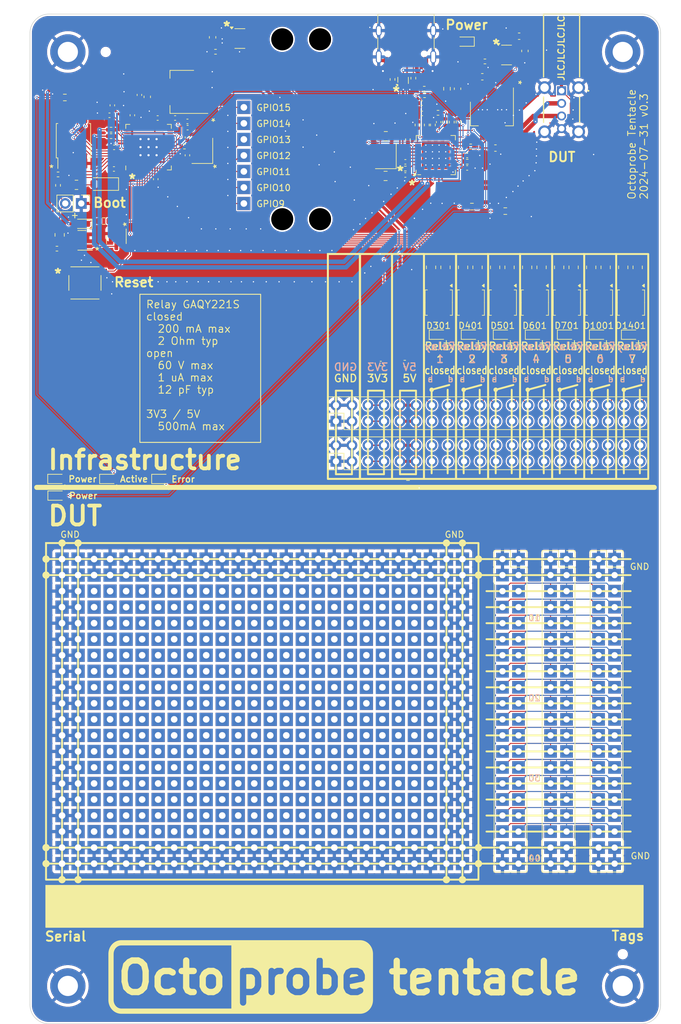
<source format=kicad_pcb>
(kicad_pcb (version 20240108) (generator "pcbnew") (generator_version "8.0")
  (title_block (title "Octoprobe Tentacle") (date "2024-07-31") (rev "0.3") (company "Hans Märki, Märki Informatik") (comment 1 "The MIT License (MIT)"))
  (layers (0 "F.Cu" signal) (31 "B.Cu" signal) (34 "B.Paste" user) (35 "F.Paste" user) (36 "B.SilkS" user "B.Silkscreen") (37 "F.SilkS" user "F.Silkscreen") (38 "B.Mask" user) (39 "F.Mask" user) (44 "Edge.Cuts" user))
  (net 0 "")
  (net 1 "+5V")
  (net 2 "+1V1")
  (net 3 "/RP2 CPU/XIN")
  (net 4 "HUB+5V")
  (net 5 "HUB+3V3")
  (net 6 "GND")
  (net 7 "VBUS_DET")
  (net 8 "/USB Hub Chip/RESET")
  (net 9 "/USB Hub Chip/XTALIN")
  (net 10 "/USB Hub Chip/XTALOUT")
  (net 11 "Net-(C202-Pad1)")
  (net 12 "Net-(U802-PLLFILT)")
  (net 13 "/USB Power Switch DUT/VOUT")
  (net 14 "+3V3")
  (net 15 "Net-(U802-CRFILT)")
  (net 16 "RELAIS_4")
  (net 17 "Net-(D103-A)")
  (net 18 "Net-(D201-A)")
  (net 19 "Net-(D202-A)")
  (net 20 "Net-(D301-A)")
  (net 21 "RELAIS_5")
  (net 22 "Net-(D104-A)")
  (net 24 "Net-(U201-GPIO9)")
  (net 25 "Net-(D101-K)")
  (net 27 "Net-(U201-GPIO13)")
  (net 28 "Net-(U201-GPIO14)")
  (net 29 "Net-(U201-GPIO15)")
  (net 30 "Net-(D102-A)")
  (net 31 "RP2_BOOT")
  (net 32 "/USB Hub Chip/USBDM")
  (net 33 "/USB Hub Chip/USBDP")
  (net 34 "Net-(D801-A)")
  (net 35 "/USB3_DP")
  (net 36 "/USB3_DM")
  (net 37 "Net-(J201-Pin_2)")
  (net 38 "Net-(U201-USB-DP)")
  (net 39 "Net-(U201-USB-DM)")
  (net 40 "RELAIS_1")
  (net 42 "/Relay Breakout/RELAY_OUT_7A")
  (net 44 "Net-(U201-GPIO10)")
  (net 45 "Net-(R302-Pad2)")
  (net 47 "RELAIS_2")
  (net 48 "RELAIS_3")
  (net 49 "Net-(J1101-Pin_5)")
  (net 50 "Net-(J1101-Pin_22)")
  (net 51 "Net-(J1101-Pin_24)")
  (net 52 "Net-(J1101-Pin_26)")
  (net 53 "Net-(J1101-Pin_18)")
  (net 54 "Net-(J1101-Pin_6)")
  (net 55 "Net-(J1101-Pin_10)")
  (net 56 "Net-(J1101-Pin_16)")
  (net 57 "Net-(J1101-Pin_30)")
  (net 58 "Net-(J1101-Pin_20)")
  (net 59 "Net-(J1101-Pin_14)")
  (net 63 "Net-(J1101-Pin_34)")
  (net 68 "Net-(J1101-Pin_12)")
  (net 69 "Net-(U201-RUN)")
  (net 70 "Net-(J1101-Pin_36)")
  (net 71 "Net-(J1101-Pin_28)")
  (net 74 "Net-(J1101-Pin_8)")
  (net 75 "Net-(J801-CC1)")
  (net 76 "Net-(J801-CC2)")
  (net 79 "/Relay Breakout/RELAY_OUT_4A")
  (net 80 "/Relay Breakout/RELAY_OUT_2A")
  (net 81 "/Relay Breakout/RELAY_OUT_3B")
  (net 82 "/Relay Breakout/RELAY_OUT_5B")
  (net 83 "/Relay Breakout/RELAY_OUT_6A")
  (net 84 "/Relay Breakout/RELAY_OUT_6B")
  (net 85 "/Relay Breakout/RELAY_OUT_3A")
  (net 86 "/Relay Breakout/RELAY_OUT_2B")
  (net 87 "/Relay Breakout/RELAY_OUT_4B")
  (net 89 "Net-(U201-GPIO12)")
  (net 90 "Net-(U201-GPIO11)")
  (net 91 "/Relay Breakout/RELAY_OUT_7B")
  (net 92 "/Relay Breakout/RELAY_OUT_1A")
  (net 93 "RELAIS_6")
  (net 94 "/Relay Breakout/RELAY_OUT_5A")
  (net 95 "/Relay Breakout/RELAY_OUT_1B")
  (net 96 "/USB4_PWR")
  (net 97 "Net-(U201-GPIO24)")
  (net 98 "RP2-USB-DP")
  (net 99 "RP2-USB-DM")
  (net 100 "Net-(Q201-D)")
  (net 101 "/RP2 CPU/QSPI_SS")
  (net 102 "/RP2 CPU/XOUT")
  (net 103 "Net-(Q202-D)")
  (net 104 "Net-(U901-SET)")
  (net 105 "Net-(U802-SCL{slash}SMBCLK{slash}CFG_SEL0)")
  (net 106 "Net-(U802-SDA{slash}SMBDATA{slash}NON_REM1)")
  (net 107 "Net-(U802-RBIAS)")
  (net 108 "Net-(U802-SUSP_IND{slash}LOCAL_PWR{slash}NON_REM0)")
  (net 109 "Net-(U802-HS_IND{slash}CFG_SEL1)")
  (net 110 "Net-(U802-OCS_N1)")
  (net 111 "Net-(U802-OCS_N2)")
  (net 112 "Net-(U802-OCS_N3)")
  (net 113 "Net-(U802-OCS_N4)")
  (net 114 "Net-(U1201-SET)")
  (net 115 "/RP2 CPU/QSPI_SD1")
  (net 117 "/RP2 CPU/QSPI_SCLK")
  (net 118 "/RP2 CPU/QSPI_SD0")
  (net 119 "/RP2 CPU/QSPI_SD3")
  (net 120 "/RP2 CPU/QSPI_SD2")
  (net 121 "/USB1_PWR")
  (net 122 "/USB3_PWR")
  (net 123 "/USB Hub Chip/USB_DM4")
  (net 124 "/USB Hub Chip/USB_DP4")
  (net 125 "/USB Hub Chip/USB_DP2")
  (net 126 "/USB Hub Chip/USB_DM2")
  (net 127 "Net-(J1101-Pin_32)")
  (net 128 "RELAIS_7")
  (net 130 "Net-(D401-A)")
  (net 131 "Net-(D501-A)")
  (net 132 "Net-(D601-A)")
  (net 133 "Net-(D701-A)")
  (net 134 "Net-(D1001-A)")
  (net 135 "Net-(D1401-A)")
  (net 136 "Net-(R402-Pad2)")
  (net 137 "Net-(R502-Pad2)")
  (net 138 "Net-(R602-Pad2)")
  (net 139 "Net-(R702-Pad2)")
  (net 140 "Net-(R1002-Pad2)")
  (net 141 "Net-(R1402-Pad2)")
  (net 142 "Net-(J1101-Pin_7)")
  (net 143 "Net-(J1101-Pin_15)")
  (net 144 "Net-(J1101-Pin_25)")
  (net 145 "Net-(J1101-Pin_17)")
  (net 146 "Net-(J1101-Pin_23)")
  (net 147 "Net-(J1101-Pin_29)")
  (net 148 "Net-(J1101-Pin_33)")
  (net 149 "Net-(J1101-Pin_11)")
  (net 150 "Net-(J1101-Pin_13)")
  (net 151 "Net-(J1101-Pin_35)")
  (net 152 "Net-(J1101-Pin_27)")
  (net 153 "Net-(J1101-Pin_21)")
  (net 154 "Net-(J1101-Pin_9)")
  (net 155 "Net-(J1101-Pin_19)")
  (net 156 "Net-(J1101-Pin_31)")
  (footprint "00_project_library:octoprobe_breakout_PB_NC" (layer "F.Cu") (at 129.88 134.1)
    (property "Reference" "BP1102" (hide yes))
    (property "Value" "prototype_NC" (hide yes))
  )
  (footprint "Resistor_SMD:R_0402_1005Metric" (layer "F.Cu") (at 78.445 59.6372 90)
    (property "Reference" "R209" (hide yes))
    (property "Value" "1K")
  )
  (footprint "00_project_library:octoprobe_breakout_PB" (layer "F.Cu") (at 81.62 121.4)
    (property "Reference" "BP1101" (hide yes))
    (property "Value" "prototype_GND" (hide yes))
  )
  (footprint "00_project_library:octoprobe_breakout_PB" (layer "F.Cu") (at 79.08 139.18)
    (property "Reference" "BP1101" (hide yes))
    (property "Value" "prototype_GND" (hide yes))
  )
  (footprint "00_project_library:octoprobe_breakout_PB_NC" (layer "F.Cu") (at 109.56 131.56)
    (property "Reference" "BP1102" (hide yes))
    (property "Value" "prototype_NC" (hide yes))
  )
  (footprint "00_project_library:octoprobe_breakout_PB_NC" (layer "F.Cu") (at 96.86 126.48)
    (property "Reference" "BP1102" (hide yes))
    (property "Value" "prototype_NC" (hide yes))
  )
  (footprint "Capacitor_SMD:C_0603_1608Metric" (layer "F.Cu") (at 102.956 36.183 -90)
    (property "Reference" "C203" (hide yes))
    (property "Value" "10u")
  )
  (footprint "00_project_library:octoprobe_breakout_PB" (layer "F.Cu") (at 89.24 164.58)
    (property "Reference" "BP1101" (hide yes))
    (property "Value" "prototype_GND" (hide yes))
  )
  (footprint "00_project_library:octoprobe_breakout_PB_NC" (layer "F.Cu") (at 112.1 156.96)
    (property "Reference" "BP1102" (hide yes))
    (property "Value" "prototype_NC" (hide yes))
  )
  (footprint "Resistor_SMD:R_0402_1005Metric" (layer "F.Cu") (at 140.8896 49.6128 -90)
    (property "Reference" "R815" (hide yes))
    (property "Value" "10k")
  )
  (footprint "00_project_library:octoprobe_breakout_PB" (layer "F.Cu") (at 81.62 139.18)
    (property "Reference" "BP1101" (hide yes))
    (property "Value" "prototype_GND" (hide yes))
  )
  (footprint "00_project_library:octoprobe_breakout_PB_NC" (layer "F.Cu") (at 107.02 149.34)
    (property "Reference" "BP1102" (hide yes))
    (property "Value" "prototype_NC" (hide yes))
  )
  (footprint "00_project_library:octoprobe_breakout_PB_NC" (layer "F.Cu") (at 96.86 144.26)
    (property "Reference" "BP1102" (hide yes))
    (property "Value" "prototype_NC" (hide yes))
  )
  (footprint "00_project_library:octoprobe_breakout_PB" (layer "F.Cu") (at 81.62 141.72)
    (property "Reference" "BP1101" (hide yes))
    (property "Value" "prototype_GND" (hide yes))
  )
  (footprint "00_project_library:octoprobe_breakout_PB_NC" (layer "F.Cu") (at 127.34 156.96)
    (property "Reference" "BP1102" (hide yes))
    (property "Value" "prototype_NC" (hide yes))
  )
  (footprint "00_project_library:octoprobe_breakout_PB_NC" (layer "F.Cu") (at 119.72 126.48)
    (property "Reference" "BP1102" (hide yes))
    (property "Value" "prototype_NC" (hide yes))
  )
  (footprint "00_project_library:octoprobe_breakout_PB_NC" (layer "F.Cu") (at 101.94 139.18)
    (property "Reference" "BP1102" (hide yes))
    (property "Value" "prototype_NC" (hide yes))
  )
  (footprint "00_project_library:octoprobe_breakout_PB_NC" (layer "F.Cu") (at 112.1 159.5)
    (property "Reference" "BP1102" (hide yes))
    (property "Value" "prototype_NC" (hide yes))
  )
  (footprint "00_project_library:octoprobe_breakout_PB_NC" (layer "F.Cu") (at 99.4 156.96)
    (property "Reference" "BP1102" (hide yes))
    (property "Value" "prototype_NC" (hide yes))
  )
  (footprint "00_project_library:octoprobe_breakout_PB" (layer "F.Cu") (at 89.24 121.4)
    (property "Reference" "BP1101" (hide yes))
    (property "Value" "prototype_GND" (hide yes))
  )
  (footprint "00_project_library:octoprobe_breakout_PB_NC" (layer "F.Cu") (at 129.88 162.04)
    (property "Reference" "BP1102" (hide yes))
    (property "Value" "prototype_NC" (hide yes))
  )
  (footprint "00_project_library:octoprobe_breakout_PB_NC" (layer "F.Cu") (at 104.48 141.72)
    (property "Reference" "BP1102" (hide yes))
    (property "Value" "prototype_NC" (hide yes))
  )
  (footprint "00_project_library:octoprobe_breakout_PB_NC" (layer "F.Cu") (at 89.24 123.94)
    (property "Reference" "BP1102" (hide yes))
    (property "Value" "prototype_NC" (hide yes))
  )
  (footprint "00_project_library:octoprobe_breakout_PB_NC" (layer "F.Cu") (at 84.16 134.1)
    (property "Reference" "BP1102" (hide yes))
    (property "Value" "prototype_NC" (hide yes))
  )
  (footprint "Crystal:Crystal_SMD_3225-4Pin_3.2x2.5mm" (layer "F.Cu") (at 130.4248 54.9976 90)
    (property "Reference" "Y801" (hide yes))
    (property "Value" "24MHz")
  )
  (footprint "00_project_library:octoprobe_breakout_PB_NC" (layer "F.Cu") (at 117.18 154.42)
    (property "Reference" "BP1102" (hide yes))
    (property "Value" "prototype_NC" (hide yes))
  )
  (footprint "00_project_library:octoprobe_breakout_PB" (layer "F.Cu") (at 79.08 154.42)
    (property "Reference" "BP1101" (hide yes))
    (property "Value" "prototype_GND" (hide yes))
  )
  (footprint "Capacitor_SMD:C_0805_2012Metric" (layer "F.Cu") (at 130.3892 58.1472 180)
    (property "Reference" "C807" (hide yes))
    (property "Value" "18p")
  )
  (footprint "00_project_library:octoprobe_breakout_PB_NC" (layer "F.Cu") (at 99.4 159.5)
    (property "Reference" "BP1102" (hide yes))
    (property "Value" "prototype_NC" (hide yes))
  )
  (footprint "00_project_library:octoprobe_breakout_PB" (layer "F.Cu") (at 99.4 118.86)
    (property "Reference" "BP1101" (hide yes))
    (property "Value" "prototype_GND" (hide yes))
  )
  (footprint "00_project_library:octoprobe_breakout_PB_NC" (layer "F.Cu") (at 117.18 141.72)
    (property "Reference" "BP1102" (hide yes))
    (property "Value" "prototype_NC" (hide yes))
  )
  (footprint "00_project_library:octoprobe_breakout_PB_NC" (layer "F.Cu") (at 99.4 126.48)
    (property "Reference" "BP1102" (hide yes))
    (property "Value" "prototype_NC" (hide yes))
  )
  (footprint "00_project_library:octoprobe_breakout_PB_NC" (layer "F.Cu") (at 119.72 144.26)
    (property "Reference" "BP1102" (hide yes))
    (property "Value" "prototype_NC" (hide yes))
  )
  (footprint "00_project_library:octoprobe_breakout_PB" (layer "F.Cu") (at 79.08 156.96)
    (property "Reference" "BP1101" (hide yes))
    (property "Value" "prototype_GND" (hide yes))
  )
  (footprint "00_project_library:octoprobe_breakout_PB_NC" (layer "F.Cu") (at 122.26 139.18)
    (property "Reference" "BP1102" (hide yes))
    (property "Value" "prototype_NC" (hide yes))
  )
  (footprint "00_project_library:octoprobe_breakout_PB_NC" (layer "F.Cu") (at 89.24 136.64)
    (property "Reference" "BP1102" (hide yes))
    (property "Value" "prototype_NC" (hide yes))
  )
  (footprint "Capacitor_SMD:C_0402_1005Metric" (layer "F.Cu") (at 133.5236 57.9948 180)
    (property "Reference" "C801" (hide yes))
    (property "Value" "100n")
  )
  (footprint "00_project_library:octoprobe_breakout_PB_NC" (layer "F.Cu") (at 109.56 141.72)
    (property "Reference" "BP1102" (hide yes))
    (property "Value" "prototype_NC" (hide yes))
  )
  (footprint "Resistor_SMD:R_0805_2012Metric" (layer "F.Cu") (at 78.699 67.4858 -90)
    (property "Reference" "R207" (hide yes))
    (property "Value" "0R")
  )
  (footprint "00_project_library:octoprobe_breakout_PB_NC" (layer "F.Cu") (at 91.78 162.04)
    (property "Reference" "BP1102" (hide yes))
    (property "Value" "prototype_NC" (hide yes))
  )
  (footprint "00_project_library:octoprobe_breakout_PB" (layer "F.Cu") (at 101.94 121.4)
    (property "Reference" "BP1101" (hide yes))
    (property "Value" "prototype_GND" (hide yes))
  )
  (footprint "00_project_library:octoprobe_breakout_PB_NC" (layer "F.Cu") (at 84.16 146.8)
    (property "Reference" "BP1102" (hide yes))
    (property "Value" "prototype_NC" (hide yes))
  )
  (footprint "00_project_library:octoprobe_breakout_PB_NC" (layer "F.Cu") (at 94.32 131.56)
    (property "Reference" "BP1102" (hide yes))
    (property "Value" "prototype_NC" (hide yes))
  )
  (footprint "00_project_library:octoprobe_breakout_PB_NC" (layer "F.Cu") (at 101.94 131.56)
    (property "Reference" "BP1102" (hide yes))
    (property "Value" "prototype_NC" (hide yes))
  )
  (footprint "00_project_library:octoprobe_breakout_PB" (layer "F.Cu") (at 142.58 156.96)
    (property "Reference" "BP1101" (hide yes))
    (property "Value" "prototype_GND" (hide yes))
  )
  (footprint "00_project_library:octoprobe_breakout_PB_NC" (layer "F.Cu") (at 112.1 162.04)
    (property "Reference" "BP1102" (hide yes))
    (property "Value" "prototype_NC" (hide yes))
  )
  (footprint "00_project_library:octoprobe_breakout_PB" (layer "F.Cu") (at 127.34 118.86)
    (property "Reference" "BP1101" (hide yes))
    (property "Value" "prototype_GND" (hide yes))
  )
  (footprint "00_project_library:octoprobe_breakout_PB" (layer "F.Cu") (at 140.04 131.56)
    (property "Reference" "BP1101" (hide yes))
    (property "Value" "prototype_GND" (hide yes))
  )
  (footprint "00_project_library:octoprobe_breakout_PB_NC" (layer "F.Cu") (at 124.8 136.64)
    (property "Reference" "BP1102" (hide yes))
    (property "Value" "prototype_NC" (hide yes))
  )
  (footprint "00_project_library:octoprobe_breakout_PB_NC" (layer "F.Cu") (at 101.94 151.88)
    (property "Reference" "BP1102" (hide yes))
    (property "Value" "prototype_NC" (hide yes))
  )
  (footprint "00_project_library:octoprobe_breakout_PB_NC" (layer "F.Cu") (at 107.02 139.18)
    (property "Reference" "BP1102" (hide yes))
    (property "Value" "prototype_NC" (hide yes))
  )
  (footprint "Resistor_SMD:R_0603_1608Metric" (layer "F.Cu") (at 149.374 63.7166)
    (property "Reference" "R103" (hide yes))
    (property "Value" "2k2")
  )
  (footprint "00_project_library:octoprobe_breakout_PB_NC" (layer "F.Cu") (at 96.86 129.02)
    (property "Reference" "BP1102" (hide yes))
    (property "Value" "prototype_NC" (hide yes))
  )
  (footprint "00_project_library:octoprobe_breakout_PB" (layer "F.Cu") (at 129.88 167.12)
    (property "Reference" "BP1101" (hide yes))
    (property "Value" "prototype_GND" (hide yes))
  )
  (footprint "00_project_library:octoprobe_breakout_PB" (layer "F.Cu") (at 84.16 118.86)
    (property "Reference" "BP1101" (hide yes))
    (property "Value" "prototype_GND" (hide yes))
  )
  (footprint "00_project_library:octoprobe_breakout_PB" (layer "F.Cu") (at 109.56 167.12)
    (property "Reference" "BP1101" (hide yes))
    (property "Value" "prototype_GND" (hide yes))
  )
  (footprint "00_project_library:octoprobe_breakout_PB_NC" (layer "F.Cu") (at 137.5 144.26)
    (property "Reference" "BP1102" (hide yes))
    (property "Value" "prototype_NC" (hide yes))
  )
  (footprint "00_project_library:octoprobe_breakout_PB_NC" (layer "F.Cu") (at 101.94 149.34)
    (property "Reference" "BP1102" (hide yes))
    (property "Value" "prototype_NC" (hide yes))
  )
  (footprint "00_project_library:octoprobe_breakout_PB_NC" (layer "F.Cu") (at 91.78 134.1)
    (property "Reference" "BP1102" (hide yes))
    (property "Value" "prototype_NC" (hide yes))
  )
  (footprint "00_project_library:octoprobe_breakout_PB_NC" (layer "F.Cu") (at 89.24 159.5)
    (property "Reference" "BP1102" (hide yes))
    (property "Value" "prototype_NC" (hide yes))
  )
  (footprint "00_project_library:octoprobe_breakout_PB_NC" (layer "F.Cu") (at 109.56 123.94)
    (property "Reference" "BP1102" (hide yes))
    (property "Value" "prototype_NC" (hide yes))
  )
  (footprint "00_project_library:octoprobe_breakout_PB" (layer "F.Cu") (at 117.18 118.86)
    (property "Reference" "BP1101" (hide yes))
    (property "Value" "prototype_GND" (hide yes))
  )
  (footprint "00_project_library:octoprobe_breakout_PB_NC" (layer "F.Cu") (at 119.72 146.8)
    (property "Reference" "BP1102" (hide yes))
    (property "Value" "prototype_NC" (hide yes))
  )
  (footprint "00_project_library:octoprobe_breakout_PB_NC" (layer "F.Cu") (at 114.64 151.88)
    (property "Reference" "BP1102" (hide yes))
    (property "Value" "prototype_NC" (hide yes))
  )
  (footprint "Resistor_SMD:R_0402_1005Metric" (layer "F.Cu") (at 139.8228 49.6128 -90)
    (property "Reference" "R808" (hide yes))
    (property "Value" "100k")
  )
  (footprint "00_project_library:octoprobe_breakout_PB" (layer "F.Cu") (at 119.72 164.58)
    (property "Reference" "BP1101" (hide yes))
    (property "Value" "prototype_GND" (hide yes))
  )
  (footprint "00_project_library:octoprobe_breakout_PB_NC" (layer "F.Cu") (at 117.18 131.56)
    (property "Reference" "BP1102" (hide yes))
    (property "Value" "prototype_NC" (hide yes))
  )
  (footprint "Resistor_SMD:R_0805_2012Metric" (layer "F.Cu") (at 150.0476 72.632 -90)
    (property "Reference" "R502" (hide yes))
    (property "Value" "390")
  )
  (footprint "00_project_library:octoprobe_breakout_PB" (layer "F.Cu") (at 142.58 162.04)
    (property "Reference" "BP1101" (hide yes))
    (property "Value" "prototype_GND" (hide yes))
  )
  (footprint "00_project_library:octoprobe_breakout_PB" (layer "F.Cu") (at 127.34 121.4)
    (property "Reference" "BP1101" (hide yes))
    (property "Value" "prototype_GND" (hide yes))
  )
  (footprint "00_project_library:octoprobe_breakout_PB_NC" (layer "F.Cu") (at 114.64 136.64)
    (property "Reference" "BP1102" (hide yes))
    (property "Value" "prototype_NC" (hide yes))
  )
  (footprint "00_project_library:octoprobe_breakout_PB" (layer "F.Cu") (at 107.02 118.86)
    (property "Reference" "BP1101" (hide yes))
    (property "Value" "prototype_GND" (hide yes))
  )
  (footprint "00_project_library:octoprobe_breakout_PB" (layer "F.Cu") (at 94.32 118.86)
    (property "Reference" "BP1101" (hide yes))
    (property "Value" "prototype_GND" (hide yes))
  )
  (footprint "00_project_library:octoprobe_breakout_PB" (layer "F.Cu") (at 137.5 164.58)
    (property "Reference" "BP1101" (hide yes))
    (property "Value" "prototype_GND" (hide yes))
  )
  (footprint "00_project_library:octoprobe_breakout_PB_NC" (layer "F.Cu") (at 99.4 146.8)
    (property "Reference" "BP1102" (hide yes))
    (property "Value" "prototype_NC" (hide yes))
  )
  (footprint "00_project_library:SOP-4_4.4x4.3mm_P2.54mm" (layer "F.Cu") (at 159.1408 78.22 -90)
    (property "Reference" "U701" (hide yes))
    (property "Value" "GAQY221S")
  )
  (footprint "00_project_library:octoprobe_breakout_PB" (layer "F.Cu") (at 81.62 131.56)
    (property "Reference" "BP1101" (hide yes))
    (property "Value" "prototype_GND" (hide yes))
  )
  (footprint "00_project_library:octoprobe_breakout_PB" (layer "F.Cu") (at 132.42 118.86)
    (property "Reference" "BP1101" (hide yes))
    (property "Value" "prototype_GND" (hide yes))
  )
  (footprint "00_project_library:octoprobe_breakout_PB_NC" (layer "F.Cu") (at 96.86 141.72)
    (property "Reference" "BP1102" (hide yes))
    (property "Value" "prototype_NC" (hide yes))
  )
  (footprint "00_project_library:octoprobe_breakout_PB" (layer "F.Cu") (at 140.04 144.26)
    (property "Reference" "BP1101" (hide yes))
    (property "Value" "prototype_GND" (hide yes))
  )
  (footprint "00_project_library:octoprobe_breakout_PB" (layer "F.Cu") (at 114.64 118.86)
    (property "Reference" "BP1101" (hide yes))
    (property "Value" "prototype_GND" (hide yes))
  )
  (footprint "00_project_library:octoprobe_breakout_PB_NC" (layer "F.Cu") (at 117.18 149.34)
    (property "Reference" "BP1102" (hide yes))
    (property "Value" "prototype_NC" (hide yes))
  )
  (footprint "00_project_library:octoprobe_breakout_PB_NC" (layer "F.Cu") (at 107.02 136.64)
    (property "Reference" "BP1102" (hide yes))
    (property "Value" "prototype_NC" (hide yes))
  )
  (footprint "00_project_library:octoprobe_breakout_PB_NC" (layer "F.Cu") (at 86.7 131.56)
    (property "Reference" "BP1102" (hide yes))
    (property "Value" "prototype_NC" (hide yes))
  )
  (footprint "00_project_library:LED_0603_1608Metric" (layer "F.Cu") (at 78.318 108.8016)
    (property "Reference" "D103" (hide yes))
    (property "Value" "LED_DUT_PWR (green)")
  )
  (footprint "Resistor_SMD:R_0603_1608Metric" (layer "F.Cu") (at 79.524 45.718 180)
    (property "Reference" "R202" (hide yes))
    (property "Value" "1k")
  )
  (footprint "00_project_library:octoprobe_breakout_PB" (layer "F.Cu") (at 137.5 121.4)
    (property "Reference" "BP1101" (hide yes))
    (property "Value" "prototype_GND" (hide yes))
  )
  (footprint "00_project_library:octoprobe_breakout_PB" (layer "F.Cu") (at 134.96 164.58)
    (property "Reference" "BP1101" (hide yes))
    (property "Value" "prototype_GND" (hide yes))
  )
  (footprint "00_project_library:octoprobe_breakout_PB_NC" (layer "F.Cu") (at 89.24 156.96)
    (property "Reference" "BP1102" (hide yes))
    (property "Value" "prototype_NC" (hide yes))
  )
  (footprint "00_project_library:octoprobe_breakout_PB" (layer "F.Cu") (at 79.08 118.86)
    (property "Reference" "BP1101" (hide yes))
    (property "Value" "prototype_GND" (hide yes))
  )
  (footprint "00_project_library:octoprobe_breakout_PB_NC" (layer "F.Cu") (at 137.5 159.5)
    (property "Reference" "BP1102" (hide yes))
    (property "Value" "prototype_NC" (hide yes))
  )
  (footprint "00_project_library:opctoprobe_relay" (layer "F.Cu") (at 166.964 106.16)
    (property "Reference" "UR1401" (hide yes))
    (property "Value" "7")
  )
  (footprint "00_project_library:opctoprobe_relay" (layer "F.Cu") (at 156.804 106.16)
    (property "Reference" "UR701" (hide yes))
    (property "Value" "5")
  )
  (footprint "00_project_library:octoprobe_breakout_PB" (layer "F.Cu") (at 79.08 149.34)
    (property "Reference" "BP1101" (hide yes))
    (property "Value" "prototype_GND" (hide yes))
  )
  (footprint "00_project_library:octoprobe_breakout_PB" (layer "F.Cu") (at 86.7 167.12)
    (property "Reference" "BP1101" (hide yes))
    (property "Value" "prototype_GND" (hide yes))
  )
  (footprint "Resistor_SMD:R_0402_1005Metric" (layer "F.Cu") (at 136.5696 45.3456 180)
    (property "Reference" "R806" (hide yes))
    (property "Value" "100k")
  )
  (footprint "00_project_library:octoprobe_breakout_PB_NC" (layer "F.Cu") (at 134.96 144.26)
    (property "Reference" "BP1102" (hide yes))
    (property "Value" "prototype_NC" (hide yes))
  )
  (footprint "Capacitor_SMD:C_0402_1005Metric" (layer "F.Cu") (at 86.5984 48.5374 180)
    (property "Reference" "C206" (hide yes))
    (property "Value" "100n")
  )
  (footprint "00_project_library:octoprobe_breakout_PB_NC" (layer "F.Cu") (at 129.88 136.64)
    (property "Reference" "BP1102" (hide yes))
    (property "Value" "prototype_NC" (hide yes))
  )
  (footprint "00_project_library:octoprobe_breakout_PB" (layer "F.Cu") (at 79.08 141.72)
    (property "Reference" "BP1101" (hide yes))
    (property "Value" "prototype_GND" (hide yes))
  )
  (footprint "00_project_library:octoprobe_breakout_PB" (layer "F.Cu") (at 140.04 123.94)
    (property "Reference" "BP1101" (hide yes))
    (property "Value" "prototype_GND" (hide yes))
  )
  (footprint "00_project_library:octoprobe_CableTieHole" (layer "F.Cu") (at 120 65)
    (property "Reference" "H1104" (hide yes))
    (property "Value" "octoprobe_CableTieHole")
  )
  (footprint "00_project_library:octoprobe_breakout_PB_NC" (layer "F.Cu") (at 132.42 146.8)
    (property "Reference" "BP1102" (hide yes))
    (property "Value" "prototype_NC" (hide yes))
  )
  (footprint "00_project_library:octoprobe_breakout_PB_NC" (layer "F.Cu") (at 94.32 129.02)
    (property "Reference" "BP1102" (hide yes))
    (property "Value" "prototype_NC" (hide yes))
  )
  (footprint "00_project_library:octoprobe_breakout_PB_NC" (layer "F.Cu") (at 114.64 154.42)
    (property "Reference" "BP1102" (hide yes))
    (property "Value" "prototype_NC" (hide yes))
  )
  (footprint "00_project_library:octoprobe_breakout_PB_NC" (layer "F.Cu") (at 129.88 144.26)
    (property "Reference" "BP1102" (hide yes))
    (property "Value" "prototype_NC" (hide yes))
  )
  (footprint "00_project_library:octoprobe_breakout_PB_NC" (layer "F.Cu") (at 89.24 144.26)
    (property "Reference" "BP1102" (hide yes))
    (property "Value" "prototype_NC" (hide yes))
  )
  (footprint "00_project_library:SOT-23" (layer "F.Cu") (at 81.8296 68.3494)
    (property "Reference" "Q202" (hide yes))
    (property "Value" "NMOS")
  )
  (footprint "00_project_library:octoprobe_breakout_label" (layer "F.Cu") (at 107.912 59.978)
    (property "Reference" "BP202" (hide yes))
    (property "Value" "GPIO10" (hide yes))
  )
  (footprint "00_project_library:octoprobe_breakout_PB_NC" (layer "F.Cu") (at 109.56 151.88)
    (property "Reference" "BP1102" (hide yes))
    (property "Value" "prototype_NC" (hide yes))
  )
  (footprint "00_project_library:octoprobe_breakout_PB_NC" (layer "F.Cu") (at 112.1 151.88)
    (property "Reference" "BP1102" (hide yes))
    (property "Value" "prototype_NC" (hide yes))
  )
  (footprint "MountingHole:MountingHole_3.2mm_M3_DIN965_Pad" (layer "F.Cu") (at 80 186.5)
    (property "Reference" "H1107" (hide yes))
    (property "Value" "octoprobe_MountingHole")
  )
  (footprint "00_project_library:octoprobe_breakout_PB_NC" (layer "F.Cu") (at 96.86 146.8)
    (property "Reference" "BP1102" (hide yes))
    (property "Value" "prototype_NC" (hide yes))
  )
  (footprint "00_project_library:octoprobe_breakout_PB_NC" (layer "F.Cu") (at 112.1 129.02)
    (property "Reference" "BP1102" (hide yes))
    (property "Value" "prototype_NC" (hide yes))
  )
  (footprint "00_project_library:octoprobe_breakout_PB_NC" (layer "F.Cu") (at 84.16 136.64)
    (property "Reference" "BP1102" (hide yes))
    (property "Value" "prototype_NC" (hide yes))
  )
  (footprint "00_project_library:octoprobe_breakout_PB_NC" (layer "F.Cu") (at 112.1 136.64)
    (property "Reference" "BP1102" (hide yes))
    (property "Value" "prototype_NC" (hide yes))
  )
  (footprint "00_project_library:octoprobe_breakout_PB" (layer "F.Cu") (at 134.96 118.86)
    (property "Reference" "BP1101" (hide yes))
    (property "Value" "prototype_GND" (hide yes))
  )
  (footprint "00_project_library:octoprobe_breakout_PB_NC" (layer "F.Cu") (at 84.16 141.72)
    (property "Reference" "BP1102" (hide yes))
    (property "Value" "prototype_NC" (hide yes))
  )
  (footprint "00_project_library:octoprobe_breakout_PB" (layer "F.Cu") (at 91.78 164.58)
    (property "Reference" "BP1101" (hide yes))
    (property "Value" "prototype_GND" (hide yes))
  )
  (footprint "00_project_library:PinSocket_2x20_P2.54mm_Vertical-mirrored" (layer "F.Cu") (at 122.514 100.826 90)
    (property "Reference" "J1002" (hide yes))
    (property "Value" "Conn_01x20")
  )
  (footprint "Resistor_SMD:R_0805_2012Metric" (layer "F.Cu") (at 142.6816 72.632 90)
    (property "Reference" "R401" (hide yes))
    (property "Value" "2k2")
  )
  (footprint "00_project_library:octoprobe_breakout_PB_NC" (layer "F.Cu") (at 99.4 149.34)
    (property "Reference" "BP1102" (hide yes))
    (property "Value" "prototype_NC" (hide yes))
  )
  (footprint "00_project_library:octoprobe_breakout_PB_NC" (layer "F.Cu") (at 114.64 144.26)
    (property "Reference" "BP1102" (hide yes))
    (property "Value" "prototype_NC" (hide yes))
  )
  (footprint "00_project_library:octoprobe_breakout_PB" (layer "F.Cu") (at 124.8 121.4)
    (property "Reference" "BP1101" (hide yes))
    (property "Value" "prototype_GND" (hide yes))
  )
  (footprint "00_project_library:octoprobe_breakout_PB_NC" (layer "F.Cu") (at 104.48 149.34)
    (property "Reference" "BP1102" (hide yes))
    (property "Value" "prototype_NC" (hide yes))
  )
  (footprint "00_project_library:octoprobe_breakout_PB_NC" (layer "F.Cu") (at 91.78 139.18)
    (property "Reference" "BP1102" (hide yes))
    (property "Value" "prototype_NC" (hide yes))
  )
  (footprint "00_project_library:octoprobe_breakout_PB_NC" (layer "F.Cu") (at 124.8 144.26)
    (property "Reference" "BP1102" (hide yes))
    (property "Value" "prototype_NC" (hide yes))
  )
  (footprint "00_project_library:LED_0603_1608Metric" (layer "F.Cu") (at 154.0355 83.3)
    (property "Reference" "D601")
    (property "Value" "LED WHITE")
  )
  (footprint "00_project_library:octoprobe_breakout_PB_NC" (layer "F.Cu") (at 117.18 156.96)
    (property "Reference" "BP1102" (hide yes))
    (property "Value" "prototype_NC" (hide yes))
  )
  (footprint "00_project_library:octoprobe_breakout_PB_NC" (layer "F.Cu") (at 119.72 136.64)
    (property "Reference" "BP1102" (hide yes))
    (property "Value" "prototype_NC" (hide yes))
  )
  (footprint "00_project_library:LED_0603_1608Metric" (layer "F.Cu") (at 78.2925 106.16)
    (property "Reference" "D104" (hide yes))
    (property "Value" "LED_INFRA_PWR (green)")
  )
  (footprint "Resistor_SMD:R_0402_1005Metric" (layer "F.Cu") (at 103.4187 38.469)
    (property "Reference" "R901" (hide yes))
    (property "Value" "10k")
  )
  (footprint "00_project_library:octoprobe_breakout_PB_NC" (layer "F.Cu") (at 112.1 141.72)
    (property "Reference" "BP1102" (hide yes))
    (property "Value" "prototype_NC" (hide yes))
  )
  (footprint "00_project_library:octoprobe_breakout_PB" (layer "F.Cu") (at 117.18 167.12)
    (property "Reference" "BP1101" (hide yes))
    (property "Value" "prototype_GND" (hide yes))
  )
  (footprint "00_project_library:octoprobe_breakout_PB_NC" (layer "F.Cu") (at 109.56 154.42)
    (property "Reference" "BP1102" (hide yes))
    (property "Value" "prototype_NC" (hide yes))
  )
  (footprint "00_project_library:octoprobe_breakout_PB_NC" (layer "F.Cu") (at 134.96 156.96)
    (property "Reference" "BP1102" (hide yes))
    (property "Value" "prototype_NC" (hide yes))
  )
  (footprint "Capacitor_SMD:C_0402_1005Metric" (layer "F.Cu") (at 133.5236 55.912 180)
    (property "Reference" "C809" (hide yes))
    (property "Value" "100n")
  )
  (footprint "00_project_library:octoprobe_breakout_PB_NC" (layer "F.Cu") (at 122.26 149.34)
    (property "Reference" "BP1102" (hide yes))
    (property "Value" "prototype_NC" (hide yes))
  )
  (footprint "00_project_library:octoprobe_breakout_PB_NC" (layer "F.Cu") (at 107.02 144.26)
    (property "Reference" "BP1102" (hide yes))
    (property "Value" "prototype_NC" (hide yes))
  )
  (footprint "00_project_library:octoprobe_breakout_PB_NC" (layer "F.Cu") (at 137.5 139.18)
    (property "Reference" "BP1102" (hide yes))
    (property "Value" "prototype_NC" (hide yes))
  )
  (footprint "00_project_library:octoprobe_breakout_PB_NC" (layer "F.Cu") (at 117.18 123.94)
    (property "Reference" "BP1102" (hide yes))
    (property "Value" "prototype_NC" (hide yes))
  )
  (footprint "00_project_library:octoprobe_breakout_PB_NC" (layer "F.Cu") (at 96.86 162.04)
    (property "Reference" "BP1102" (hide yes))
    (property "Value" "prototype_NC" (hide yes))
  )
  (footprint "00_project_library:octoprobe_breakout_PB" (layer "F.Cu") (at 134.96 121.4)
    (property "Reference" "BP1101" (hide yes))
    (property "Value" "prototype_GND" (hide yes))
  )
  (footprint "Resistor_SMD:R_0402_1005Metric" (layer "F.Cu") (at 138.7052 48.1396)
    (property "Reference" "R804" (hide yes))
    (property "Value" "100k")
  )
  (footprint "00_project_library:octoprobe_breakout_PB" (layer "F.Cu") (at 99.4 121.4)
    (property "Reference" "BP1101" (hide yes))
    (property "Value" "prototype_GND" (hide yes))
  )
  (footprint "00_project_library:octoprobe_breakout_PB_NC" (layer "F.Cu") (at 96.86 149.34)
    (property "Reference" "BP1102" (hide yes))
    (property "Value" "prototype_NC" (hide yes))
  )
  (footprint "00_project_library:octoprobe_breakout_PB_NC" (layer "F.Cu") (at 134.96 154.42)
    (property "Reference" "BP1102" (hide yes))
    (property "Value" "prototype_NC" (hide yes))
  )
  (footprint "00_project_library:octoprobe_breakout_PB" (layer "F.Cu") (at 119.72 118.86)
    (property "Reference" "BP1101" (hide yes))
    (property "Value" "prototype_GND" (hide yes))
  )
  (footprint "00_project_library:octoprobe_breakout_PB_NC" (layer "F.Cu") (at 107.02 134.1)
    (property "Reference" "BP1102" (hide yes))
    (property "Value" "prototype_NC" (hide yes))
  )
  (footprint "00_project_library:octoprobe_breakout_PB" (layer "F.Cu") (at 124.8 118.86)
    (property "Reference" "BP1101" (hide yes))
    (property "Value" "prototype_GND" (hide yes))
  )
  (footprint "00_project_library:octoprobe_breakout_PB" (layer "F.Cu") (at 81.62 146.8)
    (property "Reference" "BP1101" (hide yes))
    (property "Value" "prototype_GND" (hide yes))
  )
  (footprint "00_project_library:octoprobe_breakout_PB" (layer "F.Cu") (at 117.18 164.58)
    (property "Reference" "BP1101" (hide yes))
    (property "Value" "prototype_GND" (hide yes))
  )
  (footprint "00_project_library:octoprobe_breakout_PB_NC" (layer "F.Cu") (at 104.48 131.56)
    (property "Reference" "BP1102" (hide yes))
    (property "Value" "prototype_NC" (hide yes))
  )
  (footprint "00_project_library:octoprobe_breakout_PB_NC" (layer "F.Cu") (at 101.94 134.1)
    (property "Reference" "BP1102" (hide yes))
    (property "Value" "prototype_NC" (hide yes))
  )
  (footprint "00_project_library:octoprobe_breakout_PB_NC" (layer "F.Cu") (at 107.02 156.96)
    (property "Reference" "BP1102" (hide yes))
    (property "Value" "prototype_NC" (hide yes))
  )
  (footprint "00_project_library:octoprobe_breakout_PB_NC" (layer "F.Cu") (at 99.4 123.94)
    (property "Reference" "BP1102" (hide yes))
    (property "Value" "prototype_NC" (hide yes))
  )
  (footprint "00_project_library:octoprobe_breakout_PB_NC" (layer "F.Cu") (at 112.1 146.8)
    (property "Reference" "BP1102" (hide yes))
    (property "Value" "prototype_NC" (hide yes))
  )
  (footprint "00_project_library:octoprobe_breakout_PB_NC" (layer "F.Cu") (at 89.24 146.8)
    (property "Reference" "BP1102" (hide yes))
    (property "Value" "prototype_NC" (hide yes))
  )
  (footprint "Resistor_SMD:R_0603_1608Metric" (layer "F.Cu") (at 140.1276 44.3296 -90)
    (property "Reference" "R801" (hide yes))
    (property "Value" "2k2")
  )
  (footprint "Connector_PinHeader_2.54mm:PinHeader_1x02_P2.54mm_Vertical" (layer "F.Cu") (at 82.128 62.5074 -90)
    (property "Reference" "J201" (hide yes))
    (property "Value" "BOOT Button")
  )
  (footprint "00_project_library:octoprobe_breakout_PB_NC" (layer "F.Cu") (at 132.42 162.04)
    (property "Reference" "BP1102" (hide yes))
    (property "Value" "prototype_NC" (hide yes))
  )
  (footprint "00_project_library:octoprobe_breakout_label" (layer "F.Cu") (at 107.912 49.818)
    (property "Reference" "BP206" (hide yes))
    (property "Value" "GPIO14" (hide yes))
  )
  (footprint "Capacitor_SMD:C_0603_1608Metric" (layer "F.Cu") (at 92.5928 45.6164 -90)
    (property "Reference" "C204" (hide yes))
    (property "Value" "10u")
  )
  (footprint "00_project_library:octoprobe_breakout_PB_NC" (layer "F.Cu") (at 122.26 131.56)
    (property "Reference" "BP1102" (hide yes))
    (property "Value" "prototype_NC" (hide yes))
  )
  (footprint "00_project_library:octoprobe_breakout_PB_NC" (layer "F.Cu") (at 107.02 162.04)
    (property "Reference" "BP1102" (hide yes))
    (property "Value" "prototype_NC" (hide yes))
  )
  (footprint "00_project_library:octoprobe_breakout_PB_NC" (layer "F.Cu") (at 94.32 144.26)
    (property "Reference" "BP1102" (hide yes))
    (property "Value" "prototype_NC" (hide yes))
  )
  (footprint "00_project_library:octoprobe_breakout_PB" (layer "F.Cu") (at 140.04 136.64)
    (property "Reference" "BP1101" (hide yes))
    (property "Value" "prototype_GND" (hide yes))
  )
  (footprint "00_project_library:octoprobe_breakout_PB_NC" (layer "F.Cu") (at 91.78 126.48)
    (property "Reference" "BP1102" (hide yes))
    (property "Value" "prototype_NC" (hide yes))
  )
  (footprint "00_project_library:octoprobe_breakout_PB_NC" (layer "F.Cu") (at 94.32 146.8)
    (property "Reference" "BP1102" (hide yes))
    (property "Value" "prototype_NC" (hide yes))
  )
  (footprint "00_project_library:USB226BRW" (layer "F.Cu") (at 158.3026 44.6488 180)
    (property "Reference" "J102" (hide yes))
    (property "Value" "USB-226-BRW" (hide yes))
  )
  (footprint "00_project_library:octoprobe_breakout_PB" (layer "F.Cu") (at 109.56 121.4)
    (property "Reference" "BP1101" (hide yes))
    (property "Value" "prototype_GND" (hide yes))
  )
  (footprint "00_project_library:octoprobe_breakout_PB_NC" (layer "F.Cu") (at 114.64 146.8)
    (property "Reference" "BP1102" (hide yes))
    (property "Value" "prototype_NC" (hide yes))
  )
  (footprint "00_project_library:octoprobe_breakout_PB_NC" (layer "F.Cu") (at 127.34 139.18)
    (property "Reference" "BP1102" (hide yes))
    (property "Value" "prototype_NC" (hide yes))
  )
  (footprint "00_project_library:octoprobe_breakout_PB" (layer "F.Cu") (at 99.4 164.58)
    (property "Reference" "BP1101" (hide yes))
    (property "Value" "prototype_GND" (hide yes))
  )
  (footprint "Resistor_SMD:R_0603_1608Metric" (layer "F.Cu") (at 144.0786 63.0054)
    (property "Reference" "R102" (hide yes))
    (property "Value" "1k")
  )
  (footprint "00_project_library:octoprobe_breakout_PB_NC" (layer "F.Cu") (at 129.88 126.48)
    (property "Reference" "BP1102" (hide yes))
    (property "Value" "prototype_NC" (hide yes))
  )
  (footprint "00_project_library:SOT-223-3_TabPin2" (layer "F.Cu") (at 147.2536 48.2924 90)
    (property "Reference" "U801" (hide yes))
    (property "Value" "AMS1117-3.3")
  )
  (footprint "00_project_library:octoprobe_breakout_PB_NC" (layer "F.Cu") (at 112.1 131.56)
    (property "Reference" "BP1102" (hide yes))
    (property "Value" "prototype_NC" (hide yes))
  )
  (footprint "00_project_library:octoprobe_breakout_PB" (layer "F.Cu") (at 81.62 118.86)
    (property "Reference" "BP1101" (hide yes))
    (property "Value" "prototype_GND" (hide yes))
  )
  (footprint "00_project_library:octoprobe_breakout_PB" (layer "F.Cu") (at 104.48 121.4)
    (property "Reference" "BP1101" (hide yes))
    (property "Value" "prototype_GND" (hide yes))
  )
  (footprint "00_project_library:octoprobe_breakout_PB_NC" (layer "F.Cu") (at 86.7 141.72)
    (property "Reference" "BP1102" (hide yes))
    (property "Value" "prototype_NC" (hide yes))
  )
  (footprint "00_project_library:octoprobe_breakout_PB_NC" (layer "F.Cu") (at 96.86 159.5)
    (property "Reference" "BP1102" (hide yes))
    (property "Value" "prototype_NC" (hide yes))
  )
  (footprint "00_project_library:SOT-23" (layer "F.Cu") (at 87.6906 68.6224 90)
    (property "Reference" "Q201" (hide yes))
    (property "Value" "NMOS")
  )
  (footprint "00_project_library:octoprobe_breakout_PB_NC" (layer "F.Cu") (at 84.16 149.34)
    (property "Reference" "BP1102" (hide yes))
    (property "Value" "prototype_NC" (hide yes))
  )
  (footprint "00_project_library:octoprobe_breakout_PB_NC" (layer "F.Cu") (at 124.8 159.5)
    (property "Reference" "BP1102" (hide yes))
    (property "Value" "prototype_NC" (hide yes))
  )
  (footprint "Resistor_SMD:R_0805_2012Metric" (layer "F.Cu") (at 144.9676 72.632 -90)
    (property "Reference" "R402" (hide yes))
    (property "Value" "390")
  )
  (footprint "00_project_library:octoprobe_breakout_PB_NC" (layer "F.Cu") (at 132.42 123.94)
    (property "Reference" "BP1102" (hide yes))
    (property "Value" "prototype_NC" (hide yes))
  )
  (footprint "00_project_library:octoprobe_breakout_PB_NC" (layer "F.Cu") (at 134.96 159.5)
    (property "Reference" "BP1102" (hide yes))
    (property "Value" "prototype_NC" (hide yes))
  )
  (footprint "00_project_library:octoprobe_breakout_PB_NC" (layer "F.Cu") (at 109.56 136.64)
    (property "Reference" "BP1102" (hide yes))
    (property "Value" "prototype_NC" (hide yes))
  )
  (footprint "00_project_library:SOP-4_4.4x4.3mm_P2.54mm" (layer "F.Cu") (at 138.8208 78.22 -90)
    (property "Reference" "U301" (hide yes))
    (property "Value" "GAQY221S")
  )
  (footprint "00_project_library:octoprobe_breakout_PB_NC" (layer "F.Cu") (at 124.8 131.56)
    (property "Reference" "BP1102" (hide yes))
    (property "Value" "prototype_NC" (hide yes))
  )
  (footprint "Package_TO_SOT_SMD:SOT-23-5" (layer "F.Cu") (at 107.2795 36.371)
    (property "Reference" "U901" (hide yes))
    (property "Value" "MT9700")
  )
  (footprint "00_project_library:octoprobe_breakout_PB_NC" (layer "F.Cu") (at 94.32 141.72)
    (property "Reference" "BP1102" (hide yes))
    (property "Value" "prototype_NC" (hide yes))
  )
  (footprint "00_project_library:octoprobe_breakout_PB_NC" (layer "F.Cu") (at 117.18 126.48)
    (property "Reference" "BP1102" (hide yes))
    (property "Value" "prototype_NC" (hide yes))
  )
  (footprint "00_project_library:octoprobe_breakout_PB" (layer "F.Cu") (at 96.86 121.4)
    (property "Reference" "BP1101" (hide yes))
    (property "Value" "prototype_GND" (hide yes))
  )
  (footprint "00_project_library:octoprobe_breakout_PB_NC" (layer "F.Cu") (at 132.42 141.72)
    (property "Reference" "BP1102" (hide yes))
    (property "Value" "prototype_NC" (hide yes))
  )
  (footprint "00_project_library:octoprobe_breakout_PB_NC" (layer "F.Cu") (at 132.42 154.42)
    (property "Reference" "BP1102" (hide yes))
    (property "Value" "prototype_NC" (hide yes))
  )
  (footprint "MountingHole:MountingHole_3.2mm_M3_DIN965_Pad" (layer "F.Cu") (at 168 38.5)
    (property "Reference" "H1105" (hide yes))
    (property "Value" "octoprobe_MountingHole")
  )
  (footprint "Capacitor_SMD:C_0402_1005Metric" (layer "F.Cu") (at 91.3482 45.3116 -90)
    (property "Reference" "C208" (hide yes))
    (property "Value" "1u")
  )
  (footprint "Capacitor_SMD:C_0603_1608Metric" (layer "F.Cu") (at 133.436 87.872)
    (property "Reference" "C902" (hide yes))
    (property "Value" "10u")
  )
  (footprint "00_project_library:octoprobe_breakout_PB_NC" (layer "F.Cu") (at 109.56 139.18)
    (property "Reference" "BP1102" (hide yes))
    (property "Value" "prototype_NC" (hide yes))
  )
  (footprint "00_project_library:octoprobe_breakout_PB" (layer "F.Cu") (at 79.08 164.58)
    (property "Reference" "BP1101" (hide yes))
    (property "Value" "prototype_GND" (hide yes))
  )
  (footprint "00_project_library:octoprobe_breakout_PB" (layer "F.Cu") (at 112.1 167.12)
    (property "Reference" "BP1101" (hide yes))
    (property "Value" "prototype_GND" (hide yes))
  )
  (footprint "00_project_library:octoprobe_breakout_PB" (layer "F.Cu") (at 107.02 121.4)
    (property "Reference" "BP1101" (hide yes))
    (property "Value" "prototype_GND" (hide yes))
  )
  (footprint "00_project_library:octoprobe_breakout_PB_NC" (layer "F.Cu") (at 86.7 159.5)
    (property "Reference" "BP1102" (hide yes))
    (property "Value" "prototype_NC" (hide yes))
  )
  (footprint "00_project_library:octoprobe_breakout_PB_NC" (layer "F.Cu") (at 94.32 139.18)
    (property "Reference" "BP1102" (hide yes))
    (property "Value" "prototype_NC" (hide yes))
  )
  (footprint "00_project_library:octoprobe_breakout_PB_NC" (layer "F.Cu") (at 137.5 154.42)
    (property "Reference" "BP1102" (hide yes))
    (property "Value" "prototype_NC" (hide yes))
  )
  (footprint "00_project_library:octoprobe_breakout_PB_NC" (layer "F.Cu") (at 134.96 146.8)
    (property "Reference" "BP1102" (hide yes))
    (property "Value" "prototype_NC" (hide yes))
  )
  (footprint "00_project_library:octoprobe_breakout_PB_NC" (layer "F.Cu") (at 134.96 151.88)
    (property "Reference" "BP1102" (hide yes))
    (property "Value" "prototype_NC" (hide yes))
  )
  (footprint "00_project_library:octoprobe_breakout_PB" (layer "F.Cu") (at 79.08 126.48)
    (property "Reference" "BP1101" (hide yes))
    (property "Value" "prototype_GND" (hide yes))
  )
  (footprint "00_project_library:octoprobe_breakout_PB_NC" (layer "F.Cu") (at 101.94 159.5)
    (property "Reference" "BP1102" (hide yes))
    (property "Value" "prototype_NC" (hide yes))
  )
  (footprint "00_project_library:octoprobe_breakout_PB_NC" (layer "F.Cu") (at 119.72 154.42)
    (property "Reference" "BP1102" (hide yes))
    (property "Value" "prototype_NC" (hide yes))
  )
  (footprint "00_project_library:octoprobe_breakout_PB" (layer "F.Cu") (at 119.72 121.4)
    (property "Reference" "BP1101" (hide yes))
    (property "Value" "prototype_GND" (hide yes))
  )
  (footprint "Capacitor_SMD:C_0402_1005Metric" (layer "F.Cu") (at 143.328 56.8772)
    (property "Reference" "C802" (hide yes))
    (property "Value" "100n")
  )
  (footprint "00_project_library:octoprobe_breakout_PB" (layer "F.Cu") (at 132.42 167.12)
    (property "Reference" "BP1101" (hide yes))
    (property "Value" "prototype_GND" (hide yes))
  )
  (footprint "00_project_library:octoprobe_breakout_PB_NC" (layer "F.Cu") (at 122.26 129.02)
    (property "Reference" "BP1102" (hide yes))
    (property "Value" "prototype_NC" (hide yes))
  )
  (footprint "00_project_library:octoprobe_breakout_label" (layer "F.Cu") (at 107.912 54.898)
    (property "Reference" "BP204" (hide yes))
    (property "Value" "GPIO12" (hide yes))
  )
  (footprint "00_project_library:LED_0603_1608Metric" (layer "F.Cu") (at 86.5221 106.16)
    (property "Reference" "D201" (hide yes))
    (property "Value" "LED_ACTIVE (blue)")
  )
  (footprint "00_project_library:octoprobe_breakout_PB_NC" (layer "F.Cu") (at 104.48 136.64)
    (property "Reference" "BP1102" (hide yes))
    (property "Value" "prototype_NC" (hide yes))
  )
  (footprint "00_project_library:octoprobe_breakout_PB" (layer "F.Cu") (at 81.62 149.34)
    (property "Reference" "BP1101" (hide yes))
    (property "Value" "prototype_GND" (hide yes))
  )
  (footprint "00_project_library:LED_0603_1608Metric" (layer "F.Cu") (at 82.3312 65.7332 180)
    (property "Reference" "D101" (hide yes))
    (property "Value" "LED_BOOT (white)")
  )
  (footprint "00_project_library:octoprobe_breakout_PB_NC" (layer "F.Cu") (at 132.42 129.02)
    (property "Reference" "BP1102" (hide yes))
    (property "Value" "prototype_NC" (hide yes))
  )
  (footprint "00_project_library:octoprobe_breakout_PB" (layer "F.Cu") (at 81.62 159.5)
    (property "Reference" "BP1101" (hide yes))
    (property "Value" "prototype_GND" (hide yes))
  )
  (footprint "00_project_library:octoprobe_breakout_PB_NC" (layer "F.Cu") (at 101.94 154.42)
    (property "Reference" "BP1102" (hide yes))
    (property "Value" "prototype_NC" (hide yes))
  )
  (footprint "00_project_library:octoprobe_breakout_PB_NC" (layer "F.Cu") (at 109.56 134.1)
    (property "Reference" "BP1102" (hide yes))
    (property "Value" "prototype_NC" (hide yes))
  )
  (footprint "Capacitor_SMD:C_0402_1005Metric" (layer "F.Cu") (at 87.0556 46.96 90)
    (property "Reference" "C215" (hide yes))
    (property "Value" "100n")
  )
  (footprint "00_project_library:octoprobe_breakout_PB_NC" (layer "F.Cu") (at 137.5 126.48)
    (property "Reference" "BP1102" (hide yes))
    (property "Value" "prototype_NC" (hide yes))
  )
  (footprint "00_project_library:SOP-4_4.4x4.3mm_P2.54mm" (layer "F.Cu") (at 169.3008 78.22 -90)
    (property "Reference" "U1401" (hide yes))
    (property "Value" "GAQY221S")
  )
  (footprint "00_project_library:octoprobe_breakout_PB" (layer "F.Cu") (at 114.64 121.4)
    (property "Reference" "BP1101" (hide yes))
    (property "Value" "prototype_GND" (hide yes))
  )
  (footprint "00_project_library:USB_C_Receptacle_Palconn_UTC16-G" (layer "F.Cu") (at 133.6252 37.356 180)
    (property "Reference" "J801" (hide yes))
    (property "Value" "USB_C_Receptacle_USB2.0")
  )
  (footprint "00_project_library:octoprobe_breakout_PB" (layer "F.Cu") (at 142.58 136.64)
    (property "Reference" "BP1101" (hide yes))
    (property "Value" "prototype_GND" (hide yes))
  )
  (footprint "00_project_library:octoprobe_breakout_PB" (layer "F.Cu") (at 91.78 121.4)
    (property "Reference" "BP1101" (hide yes))
    (property "Value" "prototype_GND" (hide yes))
  )
  (footprint "00_project_library:octoprobe_breakout_PB" (layer "F.Cu") (at 94.32 167.12)
    (property "Reference" "BP1101" (hide yes))
    (property "Value" "prototype_GND" (hide yes))
  )
  (footprint "00_project_library:octoprobe_breakout_PB_NC" (layer "F.Cu") (at 86.7 154.42)
    (property "Reference" "BP1102" (hide yes))
    (property "Value" "prototype_NC" (hide yes))
  )
  (footprint "00_project_library:octoprobe_breakout_PB" (layer "F.Cu") (at 117.18 121.4)
    (property "Reference" "BP1101" (hide yes))
    (property "Value" "prototype_GND" (hide yes))
  )
  (footprint "00_project_library:octoprobe_breakout_PB" (layer "F.Cu") (at 132.42 164.58)
    (property "Reference" "BP1101" (hide yes))
    (property "Value" "prototype_GND" (hide yes))
  )
  (footprint "00_project_library:octoprobe_breakout_PB_NC" (layer "F.Cu") (at 104.48 154.42)
    (property "Reference" "BP1102" (hide yes))
    (property "Value" "prototype_NC" (hide yes))
  )
  (footprint "00_project_library:octoprobe_breakout_PB" (layer "F.Cu") (at 124.8 164.58)
    (property "Reference" "BP1101" (hide yes))
    (property "Value" "prototype_GND" (hide yes))
  )
  (footprint "Resistor_SMD:R_0603_1608Metric" (layer "F.Cu") (at 85.7094 65.3014)
    (property "Reference" "R101" (hide yes))
    (property "Value" "2k2")
  )
  (footprint "00_project_library:octoprobe_breakout_PB_NC" (layer "F.Cu") (at 127.34 126.48)
    (property "Reference" "BP1102" (hide yes))
    (property "Value" "prototype_NC" (hide yes))
  )
  (footprint "Capacitor_SMD:C_0402_1005Metric" (layer "F.Cu") (at 97.0124 48.9692 180)
    (property "Reference" "C207" (hide yes))
    (property "Value" "1u")
  )
  (footprint "00_project_library:octoprobe_breakout_PB_NC" (layer "F.Cu") (at 94.32 156.96)
    (property "Reference" "BP1102" (hide yes))
    (property "Value" "prototype_NC" (hide yes))
  )
  (footprint "00_project_library:octoprobe_breakout_PB_NC" (layer "F.Cu") (at 91.78 141.72)
    (property "Reference" "BP1102" (hide yes))
    (property "Value" "prototype_NC" (hide yes))
  )
  (footprint "00_project_library:octoprobe_breakout_PB" (layer "F.Cu") (at 129.88 118.86)
    (property "Reference" "BP1101" (hide yes))
    (property "Value" "prototype_GND" (hide yes))
  )
  (footprint "00_project_library:octoprobe_breakout_PB_NC" (layer "F.Cu") (at 86.7 156.96)
    (property "Reference" "BP1102" (hide yes))
    (property "Value" "prototype_NC" (hide yes))
  )
  (footprint "00_project_library:octoprobe_breakout_PB" (layer "F.Cu") (at 140.04 139.18)
    (property "Reference" "BP1101" (hide yes))
    (property "Value" "prototype_GND" (hide yes))
  )
  (footprint "00_project_library:octoprobe_breakout_PB" (layer "F.Cu") (at 96.86 164.58)
    (property "Reference" "BP1101" (hide yes))
    (property "Value" "prototype_GND" (hide yes))
  )
  (footprint "00_project_library:octoprobe_breakout_PB_NC" (layer "F.Cu") (at 101.94 126.48)
    (property "Reference" "BP1102" (hide yes))
    (property "Value" "prototype_NC" (hide yes))
  )
  (footprint "00_project_library:octoprobe_breakout_PB_NC" (layer "F.Cu") (at 94.32 126.48)
    (property "Reference" "BP1102" (hide yes))
    (property "Value" "prototype_NC" (hide yes))
  )
  (footprint "00_project_library:octoprobe_breakout_PB" (layer "F.Cu") (at 140.04 154.42)
    (property "Reference" "BP1101" (hide yes))
    (property "Value" "prototype_GND" (hide yes))
  )
  (footprint "00_project_library:octoprobe_breakout_PB_NC" (layer "F.Cu") (at 86.7 146.8)
    (property "Reference" "BP1102" (hide yes))
    (property "Value" "prototype_NC" (hide yes))
  )
  (footprint "00_project_library:LED_0603_1608Metric" (layer "F.Cu") (at 159.1155 83.3)
    (property "Reference" "D701")
    (property "Value" "LED WHITE")
  )
  (footprint "00_project_library:octoprobe_breakout_PB" (layer "F.Cu") (at 101.94 118.86)
    (property "Reference" "BP1101" (hide yes))
    (property "Value" "prototype_GND" (hide yes))
  )
  (footprint "Resistor_SMD:R_0402_1005Metric" (layer "F.Cu") (at 141.9564 49.6128 -90)
    (property "Reference" "R814" (hide yes))
    (property "Value" "10k")
  )
  (footprint "00_project_library:octoprobe_CableTieHole" (layer "F.Cu") (at 114 36.5)
    (property "Reference" "H1101" (hide yes))
    (property "Value" "octoprobe_CableTieHole")
  )
  (footprint "00_project_library:octoprobe_breakout_PB_NC" (layer "F.Cu") (at 112.1 139.18)
    (property "Reference" "BP1102" (hide yes))
    (property "Value" "prototype_NC" (hide yes))
  )
  (footprint "00_project_library:octoprobe_breakout_PB_NC" (layer "F.Cu") (at 101.94 156.96)
    (property "Reference" "BP1102" (hide yes))
    (property "Value" "prototype_NC" (hide yes))
  )
  (footprint "00_project_library:octoprobe_breakout_PB_NC" (layer "F.Cu") (at 84.16 162.04)
    (property "Reference" "BP1102" (hide yes))
    (property "Value" "prototype_NC" (hide yes))
  )
  (footprint "00_project_library:octoprobe_breakout_PB_NC" (layer "F.Cu") (at 127.34 144.26)
    (property "Reference" "BP1102" (hide yes))
    (property "Value" "prototype_NC" (hide yes))
  )
  (footprint "00_project_library:octoprobe_breakout_PB_NC" (layer "F.Cu") (at 114.64 162.04)
    (property "Reference" "BP1102" (hide yes))
    (property "Value" "prototype_NC" (hide yes))
  )
  (footprint "00_project_library:octoprobe_breakout_PB_NC" (layer "F.Cu") (at 84.16 123.94)
    (property "Reference" "BP1102" (hide yes))
    (property "Value" "prototype_NC" (hide yes))
  )
  (footprint "00_project_library:octoprobe_breakout_PB_NC" (layer "F.Cu") (at 89.24 162.04)
    (property "Reference" "BP1102" (hide yes))
    (property "Value" "prototype_NC" (hide yes))
  )
  (footprint "00_project_library:octoprobe_breakout_PB_NC" (layer "F.Cu") (at 104.48 139.18)
    (property "Reference" "BP1102" (hide yes))
    (property "Value" "prototype_NC" (hide yes))
  )
  (footprint "00_project_library:octoprobe_breakout_PB" (layer "F.Cu") (at 79.08 146.8)
    (property "Reference" "BP1101" (hide yes))
    (property "Value" "prototype_GND" (hide yes))
  )
  (footprint "00_project_library:octoprobe_breakout_PB" (layer "F.Cu") (at 142.58 129.02)
    (property "Reference" "BP1101" (hide yes))
    (property "Value" "prototype_GND" (hide yes))
  )
  (footprint "00_project_library:octoprobe_breakout_PB_NC" (layer "F.Cu") (at 101.94 141.72)
    (property "Reference" "BP1102" (hide yes))
    (property "Value" "prototype_NC" (hide yes))
  )
  (footprint "00_project_library:octoprobe_breakout_PB" (layer "F.Cu") (at 140.04 141.72)
    (property "Reference" "BP1101" (hide yes))
    (property "Value" "prototype_GND" (hide yes))
  )
  (footprint "00_project_library:PinSocket_2x20_P2.54mm_Vertical-stackable_squarepad" (layer "F.Cu") (at 166.71 118.86)
    (property "Reference" "J1103" (hide yes))
    (property "Value" "Conn_01x20")
  )
  (footprint "00_project_library:LED_0603_1608Metric" (layer "F.Cu") (at 138.7955 83.3)
    (property "Reference" "D301")
    (property "Value" "LED WHITE")
  )
  (footprint "00_project_library:octoprobe_breakout_PB" (layer "F.Cu") (at 79.08 162.04)
    (property "Reference" "BP1101" (hide yes))
    (property "Value" "prototype_GND" (hide yes))
  )
  (footprint "00_project_library:octoprobe_breakout_PB" (layer "F.Cu") (at 101.94 164.58)
    (property "Reference" "BP1101" (hide yes))
    (property "Value" "prototype_GND" (hide yes))
  )
  (footprint "00_project_library:octoprobe_breakout_PB_NC" (layer "F.Cu") (at 101.94 129.02)
    (property "Reference" "BP1102" (hide yes))
    (property "Value" "prototype_NC" (hide yes))
  )
  (footprint "00_project_library:octoprobe_breakout_PB_NC" (layer "F.Cu") (at 124.8 154.42)
    (property "Reference" "BP1102" (hide yes))
    (property "Value" "prototype_NC" (hide yes))
  )
  (footprint "00_project_library:octoprobe_breakout_PB_NC" (layer "F.Cu") (at 101.94 123.94)
    (property "Reference" "BP1102" (hide yes))
    (property "Value" "prototype_NC" (hide yes))
  )
  (footprint "Capacitor_SMD:C_0402_1005Metric" (layer "F.Cu") (at 136.1652 48.2412 180)
    (property "Reference" "C805" (hide yes))
    (property "Value" "100n")
  )
  (footprint "00_project_library:octoprobe_breakout_PB_NC" (layer "F.Cu") (at 107.02 141.72)
    (property "Reference" "BP1102" (hide yes))
    (property "Value" "prototype_NC" (hide yes))
  )
  (footprint "00_project_library:octoprobe_breakout_PB_NC" (layer "F.Cu") (at 86.7 136.64)
    (property "Reference" "BP1102" (hide yes))
    (property "Value" "prototype_NC" (hide yes))
  )
  (footprint "Capacitor_SMD:C_0402_1005Metric" (layer "F.Cu") (at 98.9943 50.4932)
    (property "Reference" "C210" (hide yes))
    (property "Value" "100n")
  )
  (footprint "00_project_library:LED_0603_1608Metric" (layer "F.Cu") (at 164.1955 83.3)
    (property "Reference" "D1001")
    (property "Value" "LED WHITE")
  )
  (footprint "00_project_library:octoprobe_breakout_PB_NC" (layer "F.Cu") (at 129.88 149.34)
    (property "Reference" "BP1102" (hide yes))
    (property "Value" "prototype_NC" (hide yes))
  )
  (footprint "00_project_library:octoprobe_breakout_PB" (layer "F.Cu") (at 142.58 141.72)
    (property "Reference" "BP1101" (hide yes))
    (property "Value" "prototype_GND" (hide yes))
  )
  (footprint "00_project_library:octoprobe_breakout_PB_NC" (layer "F.Cu") (at 127.34 134.1)
    (property "Reference" "BP1102" (hide yes))
    (property "Value" "prototype_NC" (hide yes))
  )
  (footprint "00_project_library:octoprobe_breakout_PB_NC" (layer "F.Cu") (at 122.26 126.48)
    (property "Reference" "BP1102" (hide yes))
    (property "Value" "prototype_NC" (hide yes))
  )
  (footprint "00_project_library:octoprobe_breakout_PB_NC" (layer "F.Cu") (at 127.34 131.56)
    (property "Reference" "BP1102" (hide yes))
    (property "Value" "prototype_NC" (hide yes))
  )
  (footprint "00_project_library:octoprobe_breakout_PB" (layer "F.Cu") (at 112.1 164.58)
    (property "Reference" "BP1101" (hide yes))
    (property "Value" "prototype_GND" (hide yes))
  )
  (footprint "00_project_library:SOP-4_4.4x4.3mm_P2.54mm" (layer "F.Cu") (at 143.9008 78.22 -90)
    (property "Reference" "U401" (hide yes))
    (property "Value" "GAQY221S")
  )
  (footprint "00_project_library:octoprobe_breakout_PB_NC" (layer "F.Cu") (at 96.86 134.1)
    (property "Reference" "BP1102" (hide yes))
    (property "Value" "prototype_NC" (hide yes))
  )
  (footprint "00_project_library:octoprobe_breakout_PB_NC" (layer "F.Cu") (at 91.78 159.5)
    (property "Reference" "BP1102" (hide yes))
    (property "Value" "prototype_NC" (hide yes))
  )
  (footprint "00_project_library:octoprobe_breakout_PB_NC" (layer "F.Cu") (at 96.86 154.42)
    (property "Reference" "BP1102" (hide yes))
    (property "Value" "prototype_NC" (hide yes))
  )
  (footprint "00_project_library:octoprobe_breakout_PB_NC" (layer "F.Cu") (at 119.72 129.02)
    (property "Reference" "BP1102" (hide yes))
    (property "Value" "prototype_NC" (hide yes))
  )
  (footprint "00_project_library:octoprobe_breakout_PB" (layer "F.Cu") (at 140.04 159.5)
    (property "Reference" "BP1101" (hide yes))
    (property "Value" "prototype_GND" (hide yes))
  )
  (footprint "00_project_library:octoprobe_breakout_PB_NC" (layer "F.Cu") (at 132.42 156.96)
    (property "Reference" "BP1102" (hide yes))
    (property "Value" "prototype_NC" (hide yes))
  )
  (footprint "00_project_library:octoprobe_breakout_PB" (layer "F.Cu") (at 104.48 164.58)
    (property "Reference" "BP1101" (hide yes))
    (property "Value" "prototype_GND" (hide yes))
  )
  (footprint "00_project_library:octoprobe_breakout_PB" (layer "F.Cu") (at 99.4 167.12)
    (property "Reference" "BP1101" (hide yes))
    (property "Value" "prototype_GND" (hide yes))
  )
  (footprint "00_project_library:octoprobe_breakout_PB_NC" (layer "F.Cu") (at 94.32 154.42)
    (property "Reference" "BP1102" (hide yes))
    (property "Value" "prototype_NC" (hide yes))
  )
  (footprint "00_project_library:octoprobe_breakout_PB_NC" (layer "F.Cu") (at 129.88 141.72)
    (property "Reference" "BP1102" (hide yes))
    (property "Value" "prototype_NC" (hide yes))
  )
  (footprint "00_project_library:octoprobe_breakout_PB_NC" (layer "F.Cu") (at 127.34 146.8)
    (property "Reference" "BP1102" (hide yes))
    (property "Value" "prototype_NC" (hide yes))
  )
  (footprint "00_project_library:octoprobe_breakout_PB_NC" (layer "F.Cu") (at 104.48 159.5)
    (property "Reference" "BP1102" (hide yes))
    (property "Value" "prototype_NC" (hide yes))
  )
  (footprint "00_project_library:octoprobe_breakout_PB_NC" (layer "F.Cu") (at 129.88 151.88)
    (property "Reference" "BP1102" (hide yes))
    (property "Value" "prototype_NC" (hide yes))
  )
  (footprint "00_project_library:octoprobe_breakout_PB" (layer "F.Cu") (at 109.56 164.58)
    (property "Reference" "BP1101" (hide yes))
    (property "Value" "prototype_GND" (hide yes))
  )
  (footprint "00_project_library:octoprobe_breakout_PB_NC" (layer "F.Cu") (at 91.78 146.8)
    (property "Reference" "BP1102" (hide yes))
    (property "Value" "prototype_NC" (hide yes))
  )
  (footprint "00_project_library:octoprobe_breakout_PB_NC" (layer "F.Cu") (at 124.8 149.34)
    (property "Reference" "BP1102" (hide yes))
    (property "Value" "prototype_NC" (hide yes))
  )
  (footprint "00_project_library:octoprobe_breakout_PB" (layer "F.Cu") (at 79.08 121.4)
    (property "Reference" "BP1101" (hide yes))
    (property "Value" "prototype_GND" (hide yes))
  )
  (footprint "00_project_library:octoprobe_breakout_PB" (layer "F.Cu") (at 81.62 154.42)
    (property "Reference" "BP1101" (hide yes))
    (property "Value" "prototype_GND" (hide yes))
  )
  (footprint "00_project_library:octoprobe_breakout_PB_NC" (layer "F.Cu") (at 117.18 144.26)
    (property "Reference" "BP1102" (hide yes))
    (property "Value" "prototype_NC" (hide yes))
  )
  (footprint "00_project_library:octoprobe_breakout_PB_NC" (layer "F.Cu") (at 91.78 156.96)
    (property "Reference" "BP1102" (hide yes))
    (property "Value" "prototype_NC" (hide yes))
  )
  (footprint "00_project_library:octoprobe_breakout_PB_NC" (layer "F.Cu") (at 124.8 123.94)
    (property "Reference" "BP1102" (hide yes))
    (property "Value" "prototype_NC" (hide yes))
  )
  (footprint "00_project_library:octoprobe_breakout_label" (layer "F.Cu") (at 107.912 47.278)
    (property "Reference" "BP207" (hide yes))
    (property "Value" "GPIO15" (hide yes))
  )
  (footprint "Capacitor_SMD:C_0402_1005Metric" (layer "F.Cu") (at 87.335 53.6174 180)
    (property "Reference" "C205" (hide yes))
    (property "Value" "100n")
  )
  (footprint "00_project_library:LED_0603_1608Metric" (layer "F.Cu") (at 169.2755 83.3)
    (property "Reference" "D1401")
    (property "Value" "LED WHITE")
  )
  (footprint "Package_DFN_QFN:Texas_RHH0036C_VQFN-36-1EP_6x6mm_P0.5mm_EP4.4x4.4mm_ThermalVias" (layer "F.Cu") (at 138.3496 54.8452 90)
    (property "Reference" "U802" (hide yes))
    (property "Value" "USB2514B_Bi")
  )
  (footprint "00_project_library:octoprobe_breakout_PB_NC" (layer "F.Cu") (at 122.26 154.42)
    (property "Reference" "BP1102" (hide yes))
    (property "Value" "prototype_NC" (hide yes))
  )
  (footprint "00_project_library:octoprobe_breakout_PB_NC" (layer "F.Cu") (at 137.5 136.64)
    (property "Reference" "BP1102" (hide yes))
    (property "Value" "prototype_NC" (hide yes))
  )
  (footprint "00_project_library:octoprobe_breakout_PB" (layer "F.Cu") (at 140.04 129.02)
    (property "Reference" "BP1101" (hide yes))
    (property "Value" "prototype_GND" (hide yes))
  )
  (footprint "00_project_library:octoprobe_breakout_PB" (layer "F.Cu") (at 79.08 151.88)
    (property "Reference" "BP1101" (hide yes))
    (property "Value" "prototype_GND" (hide yes))
  )
  (footprint "00_project_library:octoprobe_breakout_PB" (layer "F.Cu") (at 79.08 136.64)
    (property "Reference" "BP1101" (hide yes))
    (property "Value" "prototype_GND" (hide yes))
  )
  (footprint "Capacitor_SMD:C_0603_1608Metric" (layer "F.Cu") (at 145.7296 42.4314 180)
    (property "Reference" "C1201" (hide yes))
    (property "Value" "10u")
  )
  (footprint "Capacitor_SMD:C_0402_1005Metric" (layer "F.Cu") (at 138.8068 49.6128 90)
    (property "Reference" "C804" (hide yes))
    (property "Value" "100n")
  )
  (footprint "00_project_library:octoprobe_breakout_PB" (layer "F.Cu") (at 140.04 118.86)
    (property "Reference" "BP1101" (hide yes))
    (property "Value" "prototype_GND" (hide yes))
  )
  (footprint "00_project_library:octoprobe_breakout_label" (layer "F.Cu") (at 107.912 52.358)
    (property "Reference" "BP205" (hide yes))
    (property "Value" "GPIO13" (hide yes))
  )
  (footprint "00_project_library:PinSocket_2x20_P2.54mm_Vertical-stackable_squarepad" (layer "F.Cu") (at 159.09 118.86)
    (property "Reference" "J1102" (hide yes))
    (property "Value" "Conn_01x20")
  )
  (footprint "00_project_library:SW_TS-1187A-B-A-B" (layer "F.Cu") (at 82.7094 75.1012)
    (property "Reference" "SW201" (hide yes))
    (property "Value" "RESET")
  )
  (footprint "00_project_library:octoprobe_breakout_PB_NC" (layer "F.Cu") (at 129.88 154.42)
    (property "Reference" "BP1102" (hide yes))
    (property "Value" "prototype_NC" (hide yes))
  )
  (footprint "00_project_library:octoprobe_breakout_PB_NC" (layer "F.Cu") (at 134.96 131.56)
    (property "Reference" "BP1102" (hide yes))
    (property "Value" "prototype_NC" (hide yes))
  )
  (footprint "00_project_library:octoprobe_breakout_PB_NC" (layer "F.Cu") (at 109.56 149.34)
    (property "Reference" "BP1102" (hide yes))
    (property "Value" "prototype_NC" (hide yes))
  )
  (footprint "00_project_library:JLCPCB_ToolingHole" (layer "F.Cu") (at 168.0054 181.471)
    (property "Reference" "TH1102" (hide yes))
    (property "Value" "JLCPCB Tooling Hole" (hide yes))
  )
  (footprint "00_project_library:octoprobe_breakout_PB_NC" (layer "F.Cu") (at 114.64 131.56)
    (property "Reference" "BP1102" (hide yes))
    (property "Value" "prototype_NC" (hide yes))
  )
  (footprint "00_project_library:octoprobe_breakout_PB_NC" (layer "F.Cu") (at 119.72 151.88)
    (property "Reference" "BP1102" (hide yes))
    (property "Value" "prototype_NC" (hide yes))
  )
  (footprint "Resistor_SMD:R_0402_1005Metric" (layer "F.Cu") (at 143.8868 53.4736 180)
    (property "Reference" "R813" (hide yes))
    (property "Value" "10k")
  )
  (footprint "00_project_library:octoprobe_breakout_PB_NC" (layer "F.Cu") (at 122.26 144.26)
    (property "Reference" "BP1102" (hide yes))
    (property "Value" "prototype_NC" (hide yes))
  )
  (footprint "00_project_library:octoprobe_breakout_PB_NC" (layer "F.Cu") (at 109.56 144.26)
    (property "Reference" "BP1102" (hide yes))
    (property "Value" "prototype_NC" (hide yes))
  )
  (footprint "Resistor_SMD:R_0805_2012Metric" (layer "F.Cu") (at 163.0016 72.632 90)
    (property "Reference" "R1001" (hide yes))
    (property "Value" "2k2")
  )
  (footprint "00_project_library:PinSocket_2x20_P2.54mm_Vertical-stackable_squarepad" (layer "F.Cu") (at 151.47 118.86)
    (property "Reference" "J1101" (hide yes))
    (property "Value" "Conn_01x20")
  )
  (footprint "00_project_library:octoprobe_breakout_PB" (layer "F.Cu") (at 89.24 167.12)
    (property "Reference" "BP1101" (hide yes))
    (property "Value" "prototype_GND" (hide yes))
  )
  (footprint "00_project_library:octoprobe_breakout_PB_NC" (layer "F.Cu") (at 134.96 141.72)
    (property "Reference" "BP1102" (hide yes))
    (property "Value" "prototype_NC" (hide yes))
  )
  (footprint "00_project_library:octoprobe_breakout_PB_NC" (layer "F.Cu") (at 84.16 159.5)
    (property "Reference" "BP1102" (hide yes))
    (property "Value" "prototype_NC" (hide yes))
  )
  (footprint "00_project_library:octoprobe_breakout_PB_NC" (layer "F.Cu") (at 137.5 141.72)
    (property "Reference" "BP1102" (hide yes))
    (property "Value" "prototype_NC" (hide yes))
  )
  (footprint "00_project_library:octoprobe_breakout_PB" (layer "F.Cu") (at 140.04 121.4)
    (property "Reference" "BP1101" (hide yes))
    (property "Value" "prototype_GND" (hide yes))
  )
  (footprint "00_project_library:octoprobe_breakout_PB_NC" (layer "F.Cu") (at 119.72 162.04)
    (property "Reference" "BP1102" (hide yes))
    (property "Value" "prototype_NC" (hide yes))
  )
  (footprint "00_project_library:octoprobe_breakout_PB_NC" (layer "F.Cu") (at 129.88 159.5)
    (property "Reference" "BP1102" (hide yes))
    (property "Value" "prototype_NC" (hide yes))
  )
  (footprint "00_project_library:octoprobe_breakout_PB" (layer "F.Cu") (at 140.04 149.34)
    (property "Reference" "BP1101" (hide yes))
    (property "Value" "prototype_GND" (hide yes))
  )
  (footprint "00_project_library:LED_0603_1608Metric" (layer "F.Cu") (at 143.8755 83.3)
    (property "Reference" "D401")
    (property "Value" "LED WHITE")
  )
  (footprint "00_project_library:octoprobe_breakout_PB_NC" (layer "F.Cu") (at 122.26 123.94)
    (property "Reference" "BP1102" (hide yes))
    (property "Value" "prototype_NC" (hide yes))
  )
  (footprint "00_project_library:octoprobe_breakout_PB_NC" (layer "F.Cu") (at 119.72 156.96)
    (property "Reference" "BP1102" (hide yes))
    (property "Value" "prototype_NC" (hide yes))
  )
  (footprint "00_project_library:octoprobe_breakout_PB_NC" (layer "F.Cu") (at 104.48 144.26)
    (property "Reference" "BP1102" (hide yes))
    (property "Value" "prototype_NC" (hide yes))
  )
  (footprint "Resistor_SMD:R_0402_1005Metric" (layer "F.Cu") (at 98.4863 53.4854)
    (property "Reference" "R201" (hide yes))
    (property "Value" "1k")
  )
  (footprint "00_project_library:octoprobe_breakout_PB_NC" (layer "F.Cu") (at 124.8 126.48)
    (property "Reference" "BP1102" (hide yes))
    (property "Value" "prototype_NC" (hide yes))
  )
  (footprint "00_project_library:octoprobe_breakout_PB_NC" (layer "F.Cu") (at 122.26 159.5)
    (property "Reference" "BP1102" (hide yes))
    (property "Value" "prototype_NC" (hide yes))
  )
  (footprint "00_project_library:octoprobe_breakout_PB_NC" (layer "F.Cu") (at 91.78 136.64)
    (property "Reference" "BP1102" (hide yes))
    (property "Value" "prototype_NC" (hide yes))
  )
  (footprint "00_project_library:octoprobe_breakout_PB_NC" (layer "F.Cu") (at 99.4 162.04)
    (property "Reference" "BP1102" (hide yes))
    (property "Value" "prototype_NC" (hide yes))
  )
  (footprint "00_project_library:octoprobe_breakout_PB_NC" (layer "F.Cu") (at 104.48 123.94)
    (property "Reference" "BP1102" (hide yes))
    (property "Value" "prototype_NC" (hide yes))
  )
  (footprint "00_project_library:octoprobe_breakout_PB_NC" (layer "F.Cu") (at 89.24 131.56)
    (property "Reference" "BP1102" (hide yes))
    (property "Value" "prototype_NC" (hide yes))
  )
  (footprint "00_project_library:octoprobe_breakout_PB_NC" (layer "F.Cu") (at 94.32 123.94)
    (property "Reference" "BP1102" (hide yes))
    (property "Value" "prototype_NC" (hide yes))
  )
  (footprint "00_project_library:octoprobe_breakout_PB_NC" (layer "F.Cu") (at 119.72 123.94)
    (property "Reference" "BP1102" (hide yes))
    (property "Value" "prototype_NC" (hide yes))
  )
  (footprint "Resistor_SMD:R_0805_2012Metric" (layer "F.Cu") (at 170.3676 72.632 -90)
    (property "Reference" "R1402" (hide yes))
    (property "Value" "390")
  )
  (footprint "00_project_library:octoprobe_breakout_PB_NC" (layer "F.Cu") (at 94.32 151.88)
    (property "Reference" "BP1102" (hide yes))
    (property "Value" "prototype_NC" (hide yes))
  )
  (footprint "00_project_library:octoprobe_breakout_PB" (layer "F.Cu") (at 112.1 121.4)
    (property "Reference" "BP1101" (hide yes))
    (property "Value" "prototype_GND" (hide yes))
  )
  (footprint "00_project_library:octoprobe_breakout_PB_NC" (layer "F.Cu") (at 84.16 126.48)
    (property "Reference" "BP1102" (hide yes))
    (property "Value" "prototype_NC" (hide yes))
  )
  (footprint "00_project_library:octoprobe_breakout_PB" (layer "F.Cu") (at 81.62 162.04)
    (property "Reference" "BP1101" (hide yes))
    (property "Value" "prototype_GND" (hide yes))
  )
  (footprint "Capacitor_SMD:C_0603_1608Metric" (layer "F.Cu") (at 152.486 38.342 90)
    (property "Reference" "C1202" (hide yes))
    (property "Value" "10u")
  )
  (footprint "00_project_library:octoprobe_breakout_PB_NC" (layer "F.Cu") (at 122.26 141.72)
    (property "Reference" "BP1102" (hide yes))
    (property "Value" "prototype_NC" (hide yes))
  )
  (footprint "00_project_library:octoprobe_breakout_PB_NC" (layer "F.Cu") (at 99.4 136.64)
    (property "Reference" "BP1102" (hide yes))
    (property "Value" "prototype_NC" (hide yes))
  )
  (footprint "00_project_library:octoprobe_breakout_PB_NC" (layer "F.Cu") (at 114.64 156.96)
    (property "Reference" "BP1102" (hide yes))
    (property "Value" "prototype_NC" (hide yes))
  )
  (footprint "00_project_library:octoprobe_breakout_PB_NC" (layer "F.Cu") (at 117.18 134.1)
    (property "Reference" "BP1102" (hide yes))
    (property "Value" "prototype_NC" (hide yes))
  )
  (footprint "00_project_library:octoprobe_breakout_PB_NC" (layer "F.Cu") (at 104.48 146.8)
    (property "Reference" "BP1102" (hide yes))
    (property "Value" "prototype_NC" (hide yes))
  )
  (footprint "00_project_library:octoprobe_breakout_PB_NC" (layer "F.Cu") (at 137.5 129.02)
    (property "Reference" "BP1102" (hide yes))
    (property "Value" "prototype_NC" (hide yes))
  )
  (footprint "00_project_library:octoprobe_breakout_PB_NC" (layer "F.Cu") (at 129.88 156.96)
    (property "Reference" "BP1102" (hide yes))
    (property "Value" "prototype_NC" (hide yes))
  )
  (footprint "Resistor_SMD:R_0402_1005Metric" (layer "F.Cu") (at 86.8524 51.8394)
    (property "Reference" "R203" (hide yes))
    (property "Value" "27R")
  )
  (footprint "Resistor_SMD:R_0402_1005Metric" (layer "F.Cu") (at 133.5236 56.9788)
    (property "Reference" "R809" (hide yes))
    (property "Value" "12k")
  )
  (footprint "00_project_library:opctoprobe_relay" (layer "F.Cu") (at 151.724 106.16)
    (property "Reference" "UR601" (hide yes))
    (property "Value" "4")
  )
  (footprint "00_project_library:octoprobe_breakout_PB" (layer "F.Cu") (at 84.16 121.4)
    (property "Reference" "BP1101" (hide yes))
    (property "Value" "prototype_GND" (hide yes))
  )
  (footprint "00_project_library:octoprobe_breakout_PB_NC" (layer "F.Cu") (at 86.7 162.04)
    (property "Reference" "BP1102" (hide yes))
    (property "Value" "prototype_NC" (hide yes))
  )
  (footprint "00_project_library:octoprobe_breakout_PB_NC" (layer "F.Cu") (at 119.72 159.5)
    (property "Reference" "BP1102" (hide yes))
    (property "Value" "prototype_NC" (hide yes))
  )
  (footprint "00_project_library:octoprobe_breakout_PB_NC" (layer "F.Cu") (at 112.1 126.48)
    (property "Reference" "BP1102" (hide yes))
    (property "Value" "prototype_NC" (hide yes))
  )
  (footprint "00_project_library:octoprobe_breakout_PB_NC" (layer "F.Cu") (at 112.1 144.26)
    (property "Reference" "BP1102" (hide yes))
    (property "Value" "prototype_NC" (hide yes))
  )
  (footprint "00_project_library:octoprobe_breakout_PB_NC" (layer "F.Cu") (at 137.5 134.1)
    (property "Reference" "BP1102" (hide yes))
    (property "Value" "prototype_NC" (hide yes))
  )
  (footprint "00_project_library:octoprobe_breakout_PB_NC" (layer "F.Cu") (at 86.7 123.94)
    (property "Reference" "BP1102" (hide yes))
    (property "Value" "prototype_NC" (hide yes))
  )
  (footprint "Resistor_SMD:R_0805_2012Metric" (layer "F.Cu") (at 157.9216 72.632 90)
    (property "Reference" "R701" (hide yes))
    (property "Value" "2k2")
  )
  (footprint "Resistor_SMD:R_0805_2012Metric" (layer "F.Cu") (at 155.1276 72.632 -90)
    (property "Reference" "R602" (hide yes))
    (property "Value" "390")
  )
  (footprint "Resistor_SMD:R_0805_2012Metric" (layer "F.Cu") (at 160.2076 72.632 -90)
    (property "Reference" "R702" (hide yes))
    (property "Value" "390")
  )
  (footprint "00_project_library:octoprobe_breakout_PB" (layer "F.Cu") (at 140.04 164.58)
    (property "Reference" "BP1101" (hide yes))
    (property "Value" "prototype_GND" (hide yes))
  )
  (footprint "00_project_library:octoprobe_breakout_PB_NC" (layer "F.Cu") (at 119.72 139.18)
    (property "Reference" "BP1102" (hide yes))
    (property "Value" "prototype_NC" (hide yes))
  )
  (footprint "Capacitor_SMD:C_0402_1005Metric" (layer "F.Cu") (at 94.2438 48.9692)
    (property "Reference" "C216" (hide yes))
    (property "Value" "100n")
  )
  (footprint "00_project_library:octoprobe_breakout_PB_NC" (layer "F.Cu") (at 86.7 134.1)
    (property "Reference" "BP1102" (hide yes))
    (property "Value" "prototype_NC" (hide yes))
  )
  (footprint "Capacitor_SMD:C_0402_1005Metric" (layer "F.Cu") (at 98.9663 49.5026)
    (property "Reference" "C209" (hide yes))
    (property "Value" "100n")
  )
  (footprint "00_project_library:octoprobe_breakout_PB_NC" (layer "F.Cu") (at 127.34 136.64)
    (property "Reference" "BP1102" (hide yes))
    (property "Value" "prototype_NC" (hide yes))
  )
  (footprint "00_project_library:octoprobe_breakout_PB" (layer "F.Cu") (at 107.02 164.58)
    (property "Reference" "BP1101" (hide yes))
    (property "Value" "prototype_GND" (hide yes))
  )
  (footprint "00_project_library:Crystal_SMD_3225-4Pin_3.2x2.5mm" (layer "F.Cu") (at 101.3254 54.1662 90)
    (property "Reference" "Y201" (hide yes))
    (property "Value" "Crystal_GND24_Small")
  )
  (footprint "00_project_library:octoprobe_breakout_PB_NC" (layer "F.Cu") (at 137.5 162.04)
    (property "Reference" "BP1102" (hide yes))
    (property "Value" "prototype_NC" (hide yes))
  )
  (footprint "00_project_library:octoprobe_breakout_PB_NC" (layer "F.Cu") (at 86.7 139.18)
    (property "Reference" "BP1102" (hide yes))
    (property "Value" "prototype_NC" (hide yes))
  )
  (footprint "00_project_library:octoprobe_breakout_PB" (layer "F.Cu") (at 142.58 159.5)
    (property "Reference" "BP1101" (hide yes))
    (property "Value" "prototype_GND" (hide yes))
  )
  (footprint "00_project_library:octoprobe_breakout_PB_NC" (layer "F.Cu") (at 137.5 156.96)
    (property "Reference" "BP1102" (hide yes))
    (property "Value" "prototype_NC" (hide yes))
  )
  (footprint "00_project_library:octoprobe_breakout_PB_NC" (layer "F.Cu") (at 101.94 136.64)
    (property "Reference" "BP1102" (hide yes))
    (property "Value" "prototype_NC" (hide yes))
  )
  (footprint "00_project_library:octoprobe_breakout_PB_NC" (layer "F.Cu") (at 86.7 151.88)
    (property "Reference" "BP1102" (hide yes))
    (property "Value" "prototype_NC" (hide yes))
  )
  (footprint "00_project_library:octoprobe_breakout_PB" (layer "F.Cu") (at 142.58 149.34)
    (property "Reference" "BP1101" (hide yes))
    (property "Value" "prototype_GND" (hide yes))
  )
  (footprint "00_project_library:octoprobe_breakout_PB_NC" (layer "F.Cu") (at 124.8 162.04)
    (property "Reference" "BP1102" (hide yes))
    (property "Value" "prototype_NC" (hide yes))
  )
  (footprint "00_project_library:octoprobe_breakout_PB_NC" (layer "F.Cu") (at 86.7 149.34)
    (property "Reference" "BP1102" (hide yes))
    (property "Value" "prototype_NC" (hide yes))
  )
  (footprint "00_project_library:octoprobe_breakout_PB" (layer "F.Cu") (at 104.48 167.12)
    (property "Reference" "BP1101" (hide yes))
    (property "Value" "prototype_GND" (hide yes))
  )
  (footprint "00_project_library:octoprobe_breakout_PB" (layer "F.Cu") (at 137.5 167.12)
    (property "Reference" "BP1101" (hide yes))
    (property "Value" "prototype_GND" (hide yes))
  )
  (footprint "00_project_library:octoprobe_breakout_PB_NC" (layer "F.Cu") (at 109.56 159.5)
    (property "Reference" "BP1102" (hide yes))
    (property "Value" "prototype_NC" (hide yes))
  )
  (footprint "00_project_library:octoprobe_breakout_PB_NC" (layer "F.Cu") (at 112.1 134.1)
    (property "Reference" "BP1102" (hide yes))
    (property "Value" "prototype_NC" (hide yes))
  )
  (footprint "00_project_library:octoprobe_breakout_PB_NC" (layer "F.Cu") (at 91.78 154.42)
    (property "Reference" "BP1102" (hide yes))
    (property "Value" "prototype_NC" (hide yes))
  )
  (footprint "00_project_library:octoprobe_breakout_PB_NC" (layer "F.Cu") (at 109.56 162.04)
    (property "Reference" "BP1102" (hide yes))
    (property "Value" "prototype_NC" (hide yes))
  )
  (footprint "00_project_library:octoprobe_breakout_PB_NC" (layer "F.Cu") (at 104.48 126.48)
    (property "Reference" "BP1102" (hide yes))
    (property "Value" "prototype_NC" (hide yes))
  )
  (footprint "00_project_library:octoprobe_breakout_PB" (layer "F.Cu") (at 79.08 134.1)
    (property "Reference" "BP1101" (hide yes))
    (property "Value" "prototype_GND" (hide yes))
  )
  (footprint "00_project_library:octoprobe_breakout_PB_NC" (layer "F.Cu") (at 89.24 154.42)
    (property "Reference" "BP1102" (hide yes))
    (property "Value" "prototype_NC" (hide yes))
  )
  (footprint "00_project_library:octoprobe_breakout_PB_NC" (layer "F.Cu") (at 117.18 129.02)
    (property "Reference" "BP1102" (hide yes))
    (property "Value" "prototype_NC" (hide yes))
  )
  (footprint "00_project_library:octoprobe_breakout_PB_NC" (layer "F.Cu") (at 122.26 156.96)
    (property "Reference" "BP1102" (hide yes))
    (property "Value" "prototype_NC" (hide yes))
  )
  (footprint "Resistor_SMD:R_0603_1608Metric" (layer "F.Cu") (at 133.944 106.922)
    (property "Reference" "R104" (hide yes))
    (property "Value" "2k2")
  )
  (footprint "Capacitor_SMD:C_0603_1608Metric" (layer "F.Cu") (at 151.5716 36.0052 180)
    (property "Reference" "C901" (hide yes))
    (property "Value" "10u")
  )
  (footprint "00_project_library:octoprobe_breakout_PB_NC" (layer "F.Cu") (at 101.94 146.8)
    (property "Reference" "BP1102" (hide yes))
    (property "Value" "prototype_NC" (hide yes))
  )
  (footprint "00_project_library:octoprobe_breakout_PB_NC" (layer "F.Cu") (at 122.26 151.88)
    (property "Reference" "BP1102" (hide yes))
    (property "Value" "prototype_NC" (hide yes))
  )
  (footprint "00_project_library:octoprobe_breakout_PB_NC" (layer "F.Cu") (at 84.16 151.88)
    (property "Reference" "BP1102" (hide yes))
    (property "Value" "prototype_NC" (hide yes))
  )
  (footprint "Resistor_SMD:R_0402_1005Metric" (layer "F.Cu") (at 78.445 57.91)
    (property "Reference" "R208" (hide yes))
    (property "Value" "10K")
  )
  (footprint "00_project_library:octoprobe_breakout_PB_NC" (layer "F.Cu") (at 109.56 126.48)
    (property "Reference" "BP1102" (hide yes))
    (property "Value" "prototype_NC" (hide yes))
  )
  (footprint "00_project_library:octoprobe_breakout_PB_NC" (layer "F.Cu") (at 99.4 141.72)
    (property "Reference" "BP1102" (hide yes))
    (property "Value" "prototype_NC" (hide yes))
  )
  (footprint "00_project_library:octoprobe_breakout_PB" (layer "F.Cu") (at 81.62 136.64)
    (property "Reference" "BP1101" (hide yes))
    (property "Value" "prototype_GND" (hide yes))
  )
  (footprint "00_project_library:octoprobe_breakout_PB_NC" (layer "F.Cu") (at 91.78 149.34)
    (property "Reference" "BP1102" (hide yes))
    (property "Value" "prototype_NC" (hide yes))
  )
  (footprint "00_project_library:octoprobe_breakout_PB" (layer "F.Cu") (at 129.88 121.4)
    (property "Reference" "BP1101" (hide yes))
    (property "Value" "prototype_GND" (hide yes))
  )
  (footprint "Resistor_SMD:R_0805_2012Metric" (layer "F.Cu") (at 152.8416 72.632 90)
    (property "Reference" "R601" (hide yes))
    (property "Value" "2k2")
  )
  (footprint "Resistor_SMD:R_0402_1005Metric" (layer "F.Cu") (at 134.7936 42.6532 -90)
    (property "Reference" "R802" (hide yes))
    (property "Value" "5.1K")
  )
  (footprint "00_project_library:octoprobe_breakout_label" (layer "F.Cu") (at 107.912 62.518)
    (property "Reference" "BP201" (hide yes))
    (property "Value" "GPIO9" (hide yes))
  )
  (footprint "00_project_library:octoprobe_breakout_PB_NC" (layer "F.Cu") (at 84.16 131.56)
    (property "Reference" "BP1102" (hide yes))
    (property "Value" "prototype_NC" (hide yes))
  )
  (footprint "00_project_library:octoprobe_breakout_PB_NC" (layer "F.Cu") (at 91.78 129.02)
    (property "Reference" "BP1102" (hide yes))
    (property "Value" "prototype_NC" (hide yes))
  )
  (footprint "00_project_library:octoprobe_breakout_PB_NC" (layer "F.Cu") (at 107.02 151.88)
    (property "Reference" "BP1102" (hide yes))
    (property "Value" "prototype_NC" (hide yes))
  )
  (footprint "00_project_library:octoprobe_breakout_PB_NC" (layer "F.Cu") (at 127.34 159.5)
    (property "Reference" "BP1102" (hide yes))
    (property "Value" "prototype_NC" (hide yes))
  )
  (footprint "Resistor_SMD:R_0805_2012Metric" (layer "F.Cu") (at 168.0816 72.632 90)
    (property "Reference" "R1401" (hide yes))
    (property "Value" "2k2")
  )
  (footprint "00_project_library:octoprobe_breakout_PB_NC" (layer "F.Cu") (at 117.18 139.18)
    (property "Reference" "BP1102" (hide yes))
    (property "Value" "prototype_NC" (hide yes))
  )
  (footprint "00_project_library:octoprobe_breakout_PB_NC" (layer "F.Cu") (at 89.24 126.48)
    (property "Reference" "BP1102" (hide yes))
    (property "Value" "prototype_NC" (hide yes))
  )
  (footprint "00_project_library:octoprobe_breakout_PB" (layer "F.Cu") (at 96.86 167.12)
    (property "Reference" "BP1101" (hide yes))
    (property "Value" "prototype_GND" (hide yes))
  )
  (footprint "00_project_library:octoprobe_breakout_PB_NC" (layer "F.Cu") (at 132.42 144.26)
    (property "Reference" "BP1102" (hide yes))
    (property "Value" "prototype_NC" (hide yes))
  )
  (footprint "00_project_library:octoprobe_breakout_PB" (layer "F.Cu") (at 140.04 156.96)
    (property "Reference" "BP1101" (hide yes))
    (property "Value" "prototype_GND" (hide yes))
  )
  (footprint "00_project_library:octoprobe_breakout_PB_NC" (layer "F.Cu") (at 132.42 136.64)
    (property "Reference" "BP1102" (hide yes))
    (property "Value" "prototype_NC" (hide yes))
  )
  (footprint "00_project_library:octoprobe_breakout_PB" (layer "F.Cu") (at 114.64 164.58)
    (property "Reference" "BP1101" (hide yes))
    (property "Value" "prototype_GND" (hide yes))
  )
  (footprint "00_project_library:octoprobe_breakout_PB_NC" (layer "F.Cu") (at 101.94 162.04)
    (property "Reference" "BP1102" (hide yes))
    (property "Value" "prototype_NC" (hide yes))
  )
  (footprint "00_project_library:octoprobe_breakout_PB" (layer "F.Cu") (at 142.58 151.88)
    (property "Reference" "BP1101" (hide yes))
    (property "Value" "prototype_GND" (hide yes))
  )
  (footprint "00_project_library:octoprobe_breakout_PB_NC" (layer "F.Cu") (at 99.4 154.42)
    (property "Reference" "BP1102" (hide yes))
    (property "Value" "prototype_NC" (hide yes))
  )
  (footprint "Resistor_SMD:R_0805_2012Metric" (layer "F.Cu") (at 147.7616 72.632 90)
    (property "Reference" "R501" (hide yes))
    (property "Value" "2k2")
  )
  (footprint "00_project_library:octoprobe_breakout_PB" (layer "F.Cu") (at 124.8 167.12)
    (property "Reference" "BP1101" (hide yes))
    (property "Value" "prototype_GND" (hide yes))
  )
  (footprint "00_project_library:octoprobe_breakout_PB_NC" (layer "F.Cu") (at 127.34 123.94)
    (property "Reference" "BP1102" (hide yes))
    (property "Value" "prototype_NC" (hide yes))
  )
  (footprint "00_project_library:octoprobe_breakout_PB_NC" (layer "F.Cu") (at 114.64 123.94)
    (property "Reference" "BP1102" (hide yes))
    (property "Value" "prototype_NC" (hide yes))
  )
  (footprint "00_project_library:octoprobe_breakout_PB_NC" (layer "F.Cu") (at 99.4 129.02)
    (property "Reference" "BP1102" (hide yes))
    (property "Value" "prototype_NC" (hide yes))
  )
  (footprint "00_project_library:octoprobe_breakout_PB" (layer "F.Cu") (at 81.62 167.12)
    (property "Reference" "BP1101" (hide yes))
    (property "Value" "prototype_GND" (hide yes))
  )
  (footprint "00_project_library:octoprobe_breakout_PB_NC" (layer "F.Cu") (at 132.42 131.56)
    (property "Reference" "BP1102" (hide yes))
    (property "Value" "prototype_NC" (hide yes))
  )
  (footprint "00_project_library:octoprobe_CableTieHole" (layer "F.Cu") (at 114 65)
    (property "Reference" "H1103" (hide yes))
    (property "Value" "octoprobe_CableTieHole")
  )
  (footprint "00_project_library:octoprobe_breakout_PB" (layer "F.Cu") (at 81.62 134.1)
    (property "Reference" "BP1101" (hide yes))
    (property "Value" "prototype_GND" (hide yes))
  )
  (footprint "Capacitor_SMD:C_0402_1005Metric" (layer "F.Cu") (at 143.328 54.896)
    (property "Reference" "C810" (hide yes))
    (property "Value" "100n")
  )
  (footprint "Capacitor_SMD:C_0402_1005Metric" (layer "F.Cu") (at 90.2313 48.5324 90)
    (property "Reference" "C213" (hide yes))
    (property "Value" "100n")
  )
  (footprint "00_project_library:octoprobe_breakout_PB" (layer "F.Cu") (at 86.7 164.58)
    (property "Reference" "BP1101" (hide yes))
    (property "Value" "prototype_GND" (hide yes))
  )
  (footprint "Resistor_SMD:R_0805_2012Metric" (layer "F.Cu") (at 165.2876 72.632 -90)
    (property "Reference" "R1002" (hide yes))
    (property "Value" "390")
  )
  (footprint "00_project_library:octoprobe_breakout_PB" (layer "F.Cu") (at 91.78 118.86)
    (property "Reference" "BP1101" (hide yes))
    (property "Value" "prototype_GND" (hide yes))
  )
  (footprint "Capacitor_SMD:C_0402_1005Metric" (layer "F.Cu") (at 136.1274 46.6156)
    (property "Reference" "C806" (hide yes))
    (property "Value" "100n")
  )
  (footprint "00_project_library:octoprobe_breakout_PB_NC" (layer "F.Cu") (at 119.72 131.56)
    (property "Reference" "BP1102" (hide yes))
    (property "Value" "prototype_NC" (hide yes))
  )
  (footprint "00_project_library:octoprobe_breakout_PB_NC" (layer "F.Cu") (at 129.88 131.56)
    (property "Reference" "BP1102" (hide yes))
    (property "Value" "prototype_NC" (hide yes))
  )
  (footprint "00_project_library:LED_0603_1608Metric" (layer "F.Cu") (at 142.9724 36.862 180)
    (property "Reference" "D801" (hide yes))
    (property "Value" "LED_PWR (green)")
  )
  (footprint "00_project_library:octoprobe_breakout_PB_NC" (layer "F.Cu") (at 99.4 131.56)
    (property "Reference" "BP1102" (hide yes))
    (property "Value" "prototype_NC" (hide yes))
  )
  (footprint "00_project_library:octoprobe_breakout_PB" (layer "F.Cu") (at 81.62 156.96)
    (property "Reference" "BP1101" (hide yes))
    (property "Value" "prototype_GND" (hide yes))
  )
  (footprint "00_project_library:octoprobe_breakout_PB_NC" (layer "F.Cu") (at 84.16 139.18)
    (property "Reference" "BP1102" (hide yes))
    (property "Value" "prototype_NC" (hide yes))
  )
  (footprint "00_project_library:octoprobe_breakout_PB_NC" (layer "F.Cu") (at 107.02 131.56)
    (property "Reference" "BP1102" (hide yes))
    (property "Value" "prototype_NC" (hide yes))
  )
  (footprint "00_project_library:octoprobe_breakout_PB_NC" (layer "F.Cu") (at 104.48 151.88)
    (property "Reference" "BP1102" (hide yes))
    (property "Value" "prototype_NC" (hide yes))
  )
  (footprint "00_project_library:octoprobe_breakout_PB_NC" (layer "F.Cu") (at 104.48 156.96)
    (property "Reference" "BP1102" (hide yes))
    (property "Value" "prototype_NC" (hide yes))
  )
  (footprint "00_project_library:octoprobe_breakout_PB_NC" (layer "F.Cu") (at 94.32 149.34)
    (property "Reference" "BP1102" (hide yes))
    (property "Value" "prototype_NC" (hide yes))
  )
  (footprint "00_project_library:octoprobe_breakout_PB" (layer "F.Cu") (at 142.58 167.12)
    (property "Reference" "BP1101" (hide yes))
    (property "Value" "prototype_GND" (hide yes))
  )
  (footprint "00_project_library:octoprobe_breakout_PB_NC" (layer "F.Cu") (at 122.26 134.1)
    (property "Reference" "BP1102" (hide yes))
    (property "Value" "prototype_NC" (hide yes))
  )
  (footprint "00_project_library:SOP-4_4.4x4.3mm_P2.54mm" (layer "F.Cu") (at 154.0608 78.22 -90)
    (property "Reference" "U601" (hide yes))
    (property "Value" "GAQY221S")
  )
  (footprint "00_project_library:octoprobe_breakout_PB" (layer "F.Cu") (at 122.26 121.4)
    (property "Reference" "BP1101" (hide yes))
    (property "Value" "prototype_GND" (hide yes))
  )
  (footprint "Resistor_SMD:R_0402_1005Metric" (layer "F.Cu") (at 143.342 55.8934 180)
    (property "Reference" "R812" (hide yes))
    (property "Value" "10k")
  )
  (footprint "00_project_library:octoprobe_breakout_PB" (layer "F.Cu") (at 132.42 121.4)
    (property "Reference" "BP1101" (hide yes))
    (property "Value" "prototype_GND" (hide yes))
  )
  (footprint "00_project_library:octoprobe_breakout_PB_NC" (layer "F.Cu") (at 129.88 139.18)
    (property "Reference" "BP1102" (hide yes))
    (property "Value" "prototype_NC" (hide yes))
  )
  (footprint "00_project_library:octoprobe_breakout_PB" (layer "F.Cu") (at 94.32 164.58)
    (property "Reference" "BP1101" (hide yes))
    (property "Value" "prototype_GND" (hide yes))
  )
  (footprint "00_project_library:octoprobe_breakout_PB_NC" (layer "F.Cu") (at 114.64 139.18)
    (property "Reference" "BP1102" (hide yes))
    (property "Value" "prototype_NC" (hide yes))
  )
  (footprint "00_project_library:octoprobe_breakout_PB" (layer "F.Cu") (at 122.26 164.58)
    (property "Reference" "BP1101" (hide yes))
    (property "Value" "prototype_GND" (hide yes))
  )
  (footprint "00_project_library:octoprobe_breakout_PB_NC" (layer "F.Cu") (at 84.16 154.42)
    (property "Reference" "BP1102" (hide yes))
    (property "Value" "prototype_NC" (hide yes))
  )
  (footprint "00_project_library:octoprobe_breakout_PB" (layer "F.Cu") (at 84.16 167.12)
    (property "Reference" "BP1101" (hide yes))
    (property "Value" "prototype_GND" (hide yes))
  )
  (footprint "00_project_library:octoprobe_breakout_PB_NC" (layer "F.Cu") (at 94.32 134.1)
    (property "Reference" "BP1102" (hide yes))
    (property "Value" "prototype_NC" (hide yes))
  )
  (footprint "00_project_library:octoprobe_breakout_PB_NC" (layer "F.Cu") (at 132.42 139.18)
    (property "Reference" "BP1102" (hide yes))
    (property "Value" "prototype_NC" (hide yes))
  )
  (footprint "Capacitor_SMD:C_0603_1608Metric" (layer "F.Cu") (at 141.804 44.3296 90)
    (property "Reference" "C811" (hide yes))
    (property "Value" "10u")
  )
  (footprint "00_project_library:octoprobe_breakout_PB_NC" (layer "F.Cu") (at 114.64 159.5)
    (property "Reference" "BP1102" (hide yes))
    (property "Value" "prototype_NC" (hide yes))
  )
  (footprint "00_project_library:octoprobe_breakout_PB_NC" (layer "F.Cu") (at 117.18 146.8)
    (property "Reference" "BP1102" (hide yes))
    (property "Value" "prototype_NC" (hide yes))
  )
  (footprint "00_project_library:octoprobe_breakout_PB" (layer "F.Cu") (at 119.72 167.12)
    (property "Reference" "BP1101" (hide yes))
    (property "Value" "prototype_GND" (hide yes))
  )
  (footprint "00_project_library:octoprobe_CableTieHole" (layer "F.Cu") (at 120 36.5)
    (property "Reference" "H1102" (hide yes))
    (property "Value" "octoprobe_CableTieHole")
  )
  (footprint "00_project_library:octoprobe_breakout_PB" (layer "F.Cu") (at 81.62 126.48)
    (property "Reference" "BP1101" (hide yes))
    (property "Value" "prototype_GND" (hide yes))
  )
  (footprint "00_project_library:octoprobe_breakout_PB" (layer "F.Cu") (at 81.62 151.88)
    (property "Reference" "BP1101" (hide yes))
    (property "Value" "prototype_GND" (hide yes))
  )
  (footprint "Resistor_SMD:R_0402_1005Metric" (layer "F.Cu") (at 86.8524 50.8234)
    (property "Reference" "R204" (hide yes))
    (property "Value" "27R")
  )
  (footprint "00_project_library:octoprobe_breakout_PB_NC" (layer "F.Cu") (at 86.7 144.26)
    (property "Reference" "BP1102" (hide yes))
    (property "Value" "prototype_NC" (hide yes))
  )
  (footprint "00_project_library:LED_0603_1608Metric" (layer "F.Cu") (at 94.7772 106.16)
    (property "Reference" "D102" (hide yes))
    (property "Value" "LED_ERR (red)")
  )
  (footprint "00_project_library:octoprobe_breakout_PB" (layer "F.Cu") (at 107.02 167.12)
    (property "Reference" "BP1101" (hide yes))
    (property "Value" "prototype_GND" (hide yes))
  )
  (footprint "00_project_library:octoprobe_breakout_PB" (layer "F.Cu") (at 142.58 134.1)
    (property "Reference" "BP1101" (hide yes))
    (property "Value" "prototype_GND" (hide yes))
  )
  (footprint "00_project_library:octoprobe_breakout_PB_NC" (layer "F.Cu") (at 109.56 146.8)
    (property "Reference" "BP1102" (hide yes))
    (property "Value" "prototype_NC" (hide yes))
  )
  (footprint "00_project_library:octoprobe_breakout_PB" (layer "F.Cu") (at 140.04 167.12)
    (property "Reference" "BP1101" (hide yes))
    (property "Value" "prototype_GND" (hide yes))
  )
  (footprint "00_project_library:octoprobe_breakout_PB" (layer "F.Cu") (at 142.58 126.48)
    (property "Reference" "BP1101" (hide yes))
    (property "Value" "prototype_GND" (hide yes))
  )
  (footprint "00_project_library:octoprobe_breakout_PB_NC" (layer "F.Cu") (at 134.96 129.02)
    (property "Reference" "BP1102" (hide yes))
    (property "Value" "prototype_NC" (hide yes))
  )
  (footprint "00_project_library:octoprobe_breakout_PB_NC" (layer "F.Cu") (at 119.72 149.34)
    (property "Reference" "BP1102" (hide yes))
    (property "Value" "prototype_NC" (hide yes))
  )
  (footprint "00_project_library:octoprobe_breakout_PB_NC" (layer "F.Cu") (at 124.8 134.1)
    (property "Reference" "BP1102" (hide yes))
    (property "Value" "prototype_NC" (hide yes))
  )
  (footprint "00_project_library:octoprobe_breakout_PB" (layer "F.Cu") (at 86.7 121.4)
    (property "Reference" "BP1101" (hide yes))
    (property "Value" "prototype_GND" (hide yes))
  )
  (footprint "Capacitor_SMD:C_0402_1005Metric" (layer "F.Cu") (at 98.9632 54.8774 -90)
    (property "Reference" "C201" (hide yes))
    (property "Value" "30p")
  )
  (footprint "00_project_library:octoprobe_breakout_PB_NC" (layer "F.Cu") (at 101.94 144.26)
    (property "Reference" "BP1102" (hide yes))
    (property "Value" "prototype_NC" (hide yes))
  )
  (footprint "Resistor_SMD:R_0402_1005Metric" (layer "F.Cu") (at 131.4916 42.8564 -90)
    (property "Reference" "R803" (hide yes))
    (property "Value" "5.1K")
  )
  (footprint "00_project_library:octoprobe_breakout_PB_NC" (layer "F.Cu") (at 112.1 154.42)
    (property "Reference" "BP1102" (hide yes))
    (property "Value" "prototype_NC" (hide yes))
  )
  (footprint "00_project_library:octoprobe_breakout_PB" (layer "F.Cu") (at 84.16 164.58)
    (property "Reference" "BP1101" (hide yes))
    (property "Value" "prototype_GND" (hide yes))
  )
  (footprint "00_project_library:octoprobe_breakout_PB" (layer "F.Cu") (at 142.58 164.58)
    (property "Reference" "BP1101" (hide yes))
    (property "Value" "prototype_GND" (hide yes))
  )
  (footprint "00_project_library:octoprobe_breakout_PB_NC" (layer "F.Cu") (at 94.32 136.64)
    (property "Reference" "BP1102" (hide yes))
    (property "Value" "prototype_NC" (hide yes))
  )
  (footprint "00_project_library:opctoprobe_relay" (layer "F.Cu") (at 161.884 106.16)
    (property "Reference" "UR1001" (hide yes))
    (property "Value" "6")
  )
  (footprint "00_project_library:octoprobe_breakout_PB_NC" (layer "F.Cu") (at 117.18 162.04)
    (property "Reference" "BP1102" (hide yes))
    (property "Value" "prototype_NC" (hide yes))
  )
  (footprint "00_project_library:octoprobe_breakout_PB_NC" (layer "F.Cu") (at 122.26 136.64)
    (property "Reference" "BP1102" (hide yes))
    (property "Value" "prototype_NC" (hide yes))
  )
  (footprint "00_project_library:octoprobe_breakout_PB" (layer "F.Cu") (at 142.58 118.86)
    (property "Reference" "BP1101" (hide yes))
    (property "Value" "prototype_GND" (hide yes))
  )
  (footprint "00_project_library:octoprobe_breakout_PB_NC" (layer "F.Cu") (at 117.18 136.64)
    (property "Reference" "BP1102" (hide yes))
    (property "Value" "prototype_NC" (hide yes))
  )
  (footprint "00_project_library:octoprobe_breakout_PB_NC" (layer "F.Cu") (at 137.5 151.88)
    (property "Reference" "BP1102" (hide yes))
    (property "Value" "prototype_NC" (hide yes))
  )
  (footprint "00_project_library:octoprobe_breakout_PB_NC" (layer "F.Cu") (at 114.64 141.72)
    (property "Reference" "BP1102" (hide yes))
    (property "Value" "prototype_NC" (hide yes))
  )
  (footprint "00_project_library:octoprobe_breakout_PB" (layer "F.Cu") (at 79.08 123.94)
    (property "Reference" "BP1101" (hide yes))
    (property "Value" "prototype_GND" (hide yes))
  )
  (footprint "Resistor_SMD:R_0805_2012Metric" (layer "F.Cu") (at 81.366 59.561)
    (property "Reference" "R206" (hide yes))
    (property "Value" "0R")
  )
  (footprint "00_project_library:octoprobe_breakout_PB" (layer "F.Cu") (at 140.04 151.88)
    (property "Reference" "BP1101" (hide yes))
    (property "Value" "prototype_GND" (hide yes))
  )
  (footprint "00_project_library:octoprobe_breakout_PB_NC" (layer "F.Cu") (at 137.5 131.56)
    (property "Reference" "BP1102" (hide yes))
    (property "Value" "prototype_NC" (hide yes))
  )
  (footprint "00_project_library:octoprobe_breakout_PB_NC" (layer "F.Cu") (at 129.88 123.94)
    (property "Reference" "BP1102" (hide yes))
    (property "Value" "prototype_NC" (hide yes))
  )
  (footprint "00_project_library:octoprobe_breakout_PB" (layer "F.Cu") (at 79.08 144.26)
    (property "Reference" "BP1101" (hide yes))
    (property "Value" "prototype_GND" (hide yes))
  )
  (footprint "00_project_library:octoprobe_breakout_PB_NC" (layer "F.Cu") (at 124.8 129.02)
    (property "Reference" "BP1102" (hide yes))
    (property "Value" "prototype_NC" (hide yes))
  )
  (footprint "00_project_library:octoprobe_breakout_PB_NC" (layer "F.Cu") (at 89.24 151.88)
    (property "Reference" "BP1102" (hide yes))
    (property "Value" "prototype_NC" (hide yes))
  )
  (footprint "00_project_library:SOP-4_4.4x4.3mm_P2.54mm" (layer "F.Cu") (at 148.9808 78.22 -90)
    (property "Reference" "U501" (hide yes))
    (property "Value" "GAQY221S")
  )
  (footprint "Resistor_SMD:R_0402_1005Metric" (layer "F.Cu") (at 78.2672 69.6702)
    (property "Reference" "R205" (hide yes))
    (property "Value" "10K")
  )
  (footprint "Resistor_SMD:R_0402_1005Metric" (layer "F.Cu") (at 137.8924 50.07 -90)
    (property "Reference" "R807" (hide yes))
    (property "Value" "100k")
  )
  (footprint "00_project_library:octoprobe_breakout_PB" (layer "F.Cu") (at 91.78 167.12)
    (property "Reference" "BP1101" (hide yes))
    (property "Value" "prototype_GND" (hide yes))
  )
  (footprint "00_project_library:octoprobe_breakout_PB" (layer "F.Cu") (at 142.58 131.56)
    (property "Reference" "BP1101" (hide yes))
    (property "Value" "prototype_GND" (hide yes))
  )
  (footprint "00_project_library:octoprobe_breakout_PB_NC" (layer "F.Cu") (at 89.24 149.34)
    (property "Reference" "BP1102" (hide yes))
    (property "Value" "prototype_NC" (hide yes))
  )
  (footprint "00_project_library:octoprobe_breakout_PB" (layer "F.Cu") (at 112.1 118.86)
    (property "Reference" "BP1101" (hide yes))
    (property "Value" "prototype_GND" (hide yes))
  )
  (footprint "00_project_library:octoprobe_breakout_PB" (layer "F.Cu") (at 109.56 118.86)
    (property "Reference" "BP1101" (hide yes))
    (property "Value" "prototype_GND" (hide yes))
  )
  (footprint "MountingHole:MountingHole_3.2mm_M3_DIN965_Pad" (layer "F.Cu") (at 168 186.5)
    (property "Reference" "H1108" (hide yes))
    (property "Value" "octoprobe_MountingHole")
  )
  (footprint "00_project_library:octoprobe_breakout_PB" (layer "F.Cu") (at 79.08 167.12)
    (property "Reference" "BP1101" (hide yes))
    (property "Value" "prototype_GND" (hide yes))
  )
  (footprint "Resistor_SMD:R_0402_1005Metric" (layer "F.Cu") (at 135.454 50.07 -90)
    (property "Reference" "R810" (hide yes))
    (property "Value" "100k")
  )
  (footprint "Package_SON:Texas_USON-6_1x1.45mm_P0.5mm_SMD" (layer "F.Cu") (at 133.168 43.0088 90)
    (property "Reference" "D802" (hide yes))
    (property "Value" "PRTR5V0U2X")
  )
  (footprint "00_project_library:octoprobe_breakout_PB_NC" (layer "F.Cu") (at 134.96 123.94)
    (property "Reference" "BP1102" (hide yes))
    (property "Value" "prototype_NC" (hide yes))
  )
  (footprint "00_project_library:octoprobe_breakout_PB_NC" (layer "F.Cu") (at 99.4 139.18)
    (property "Reference" "BP1102" (hide yes))
    (property "Value" "prototype_NC" (hide yes))
  )
  (footprint "00_project_library:octoprobe_breakout_PB_NC" (layer "F.Cu") (at 137.5 146.8)
    (property "Reference" "BP1102" (hide yes))
    (property "Value" "prototype_NC" (hide yes))
  )
  (footprint "00_project_library:octoprobe_breakout_PB_NC" (layer "F.Cu") (at 107.02 123.94)
    (property "Reference" "BP1102" (hide yes))
    (property "Value" "prototype_NC" (hide yes))
  )
  (footprint "00_project_library:SOT-223-3_TabPin2" (layer "F.Cu") (at 98.1042 44.829)
    (property "Reference" "U202" (hide yes))
    (property "Value" "AMS1117-3.3")
  )
  (footprint "00_project_library:octoprobe_breakout_PB" (layer "F.Cu") (at 101.94 167.12)
    (property "Reference" "BP1101" (hide yes))
    (property "Value" "prototype_GND" (hide yes))
  )
  (footprint "00_project_library:octoprobe_breakout_PB_NC" (layer "F.Cu") (at 104.48 162.04)
    (property "Reference" "BP1102" (hide yes))
    (property "Value" "prototype_NC" (hide yes))
  )
  (footprint "00_project_library:octoprobe_breakout_PB" (layer "F.Cu") (at 94.32 121.4)
    (property "Reference" "BP1101" (hide yes))
    (property "Value" "prototype_GND" (hide yes))
  )
  (footprint "00_project_library:opctoprobe_relay" (layer "F.Cu") (at 136.484 106.16)
    (property "Reference" "UR301" (hide yes))
    (property "Value" "1")
  )
  (footprint "00_project_library:octoprobe_breakout_PB_NC" (layer "F.Cu") (at 127.34 154.42)
    (property "Reference" "BP1102" (hide yes))
    (property "Value" "prototype_NC" (hide yes))
  )
  (footprint "00_project_library:octoprobe_breakout_PB" (layer "F.Cu") (at 142.58 144.26)
    (property "Reference" "BP1101" (hide yes))
    (property "Value" "prototype_GND" (hide yes))
  )
  (footprint "00_project_library:octoprobe_breakout_PB_NC" (layer "F.Cu") (at 99.4 134.1)
    (property "Reference" "BP1102" (hide yes))
    (property "Value" "prototype_NC" (hide yes))
  )
  (footprint "00_project_library:octoprobe_breakout_PB_NC" (layer "F.Cu") (at 107.02 129.02)
    (property "Reference" "BP1102" (hide yes))
    (property "Value" "prototype_NC" (hide yes))
  )
  (footprint "Capacitor_SMD:C_0402_1005Metric" (layer "F.Cu") (at 98.9632 52.0326 90)
    (property "Reference" "C202" (hide yes))
    (property "Value" "30p")
  )
  (footprint "Resistor_SMD:R_0402_1005Metric" (layer "F.Cu") (at 136.9272 50.07 -90)
    (property "Reference" "R811" (hide yes))
    (property "Value" "100k")
  )
  (footprint "00_project_library:octoprobe_breakout_PB" (layer "F.Cu") (at 140.04 146.8)
    (property "Reference" "BP1101" (hide yes))
    (property "Value" "prototype_GND" (hide yes))
  )
  (footprint "00_project_library:octoprobe_breakout_PB" (layer "F.Cu") (at 142.58 154.42)
    (property "Reference" "BP1101" (hide yes))
    (property "Value" "prototype_GND" (hide yes))
  )
  (footprint "00_project_library:octoprobe_breakout_PB_NC" (layer "F.Cu") (at 94.32 159.5)
    (property "Reference" "BP1102" (hide yes))
    (property "Value" "prototype_NC" (hide yes))
  )
  (footprint "00_project_library:octoprobe_breakout_PB_NC" (layer "F.Cu") (at 89.24 141.72)
    (property "Reference" "BP1102" (hide yes))
    (property "Value" "prototype_NC" (hide yes))
  )
  (footprint "00_project_library:octoprobe_breakout_PB" (layer "F.Cu") (at 129.88 164.58)
    (property "Reference" "BP1101" (hide yes))
    (property "Value" "prototype_GND" (hide yes))
  )
  (footprint "00_project_library:octoprobe_breakout_PB" (layer "F.Cu") (at 134.96 167.12)
    (property "Reference" "BP1101" (hide yes))
    (property "Value" "prototype_GND" (hide yes))
  )
  (footprint "00_project_library:octoprobe_breakout_PB_NC" (layer "F.Cu") (at 137.5 149.34)
    (property "Reference" "BP1102" (hide yes))
    (property "Value" "prototype_NC" (hide yes))
  )
  (footprint "00_project_library:octoprobe_breakout_PB_NC" (layer "F.Cu") (at 114.64 134.1)
    (property "Reference" "BP1102" (hide yes))
    (property "Value" "prototype_NC" (hide yes))
  )
  (footprint "00_project_library:octoprobe_breakout_PB" (layer "F.Cu") (at 122.26 167.12)
    (property "Reference" "BP1101" (hide yes))
    (property "Value" "prototype_GND" (hide yes))
  )
  (footprint "00_project_library:octoprobe_breakout_PB_NC" (layer "F.Cu") (at 137.5 123.94)
    (property "Reference" "BP1102" (hide yes))
    (property "Value" "prototype_NC" (hide yes))
  )
  (footprint "00_project_library:octoprobe_breakout_PB" (layer "F.Cu") (at 81.62 123.94)
    (property "Reference" "BP1101" (hide yes))
    (property "Value" "prototype_GND" (hide yes))
  )
  (footprint "Diode_SMD:D_SOD-123" (layer "F.Cu") (at 85.684 59.434 180)
    (property "Reference" "D202" (hide yes))
    (property "Value" "B5819W SL")
  )
  (footprint "00_project_library:octoprobe_breakout_PB_NC" (layer "F.Cu") (at 132.42 149.34)
    (property "Reference" "BP1102" (hide yes))
    (property "Value" "prototype_NC" (hide yes))
  )
  (footprint "00_project_library:octoprobe_breakout_PB_NC" (layer "F.Cu") (at 112.1 149.34)
    (property "Reference" "BP1102" (hide yes))
    (property "Value" "prototype_NC" (hide yes))
  )
  (footprint "Resistor_SMD:R_0402_1005Metric" (layer "F.Cu") (at 136.5208 44.3296)
    (property "Reference" "R805" (hide yes))
    (property "Value" "100k")
  )
  (footprint "00_project_library:octoprobe_breakout_PB_NC" (layer "F.Cu") (at 96.86 123.94)
    (property "Reference" "BP1102" (hide yes))
    (property "Value" "prototype_NC" (hide yes))
  )
  (footprint "00_project_library:octoprobe_breakout_PB_NC" (layer "F.Cu") (at 134.96 136.64)
    (property "Reference" "BP1102" (hide yes))
    (property "Value" "prototype_NC" (hide yes))
  )
  (footprint "00_project_library:octoprobe_breakout_PB_NC" (layer "F.Cu") (at 134.96 139.18)
    (property "Reference" "BP1102" (hide yes))
    (property "Value" "prototype_NC" (hide yes))
  )
  (footprint "00_project_library:octoprobe_breakout_PB_NC" (layer "F.Cu") (at 117.18 151.88)
    (property "Reference" "BP1102" (hide yes))
    (property "Value" "prototype_NC" (hide yes))
  )
  (footprint "00_project_library:octoprobe_breakout_PB_NC" (layer "F.Cu") (at 117.18 159.5)
    (property "Reference" "BP1102" (hide yes))
    (property "Value" "prototype_NC" (hide yes))
  )
  (footprint "00_project_library:octoprobe_breakout_PB_NC" (layer "F.Cu") (at 91.78 131.56)
    (property "Reference" "BP1102" (hide yes))
    (property "Value" "prototype_NC" (hide yes))
  )
  (footprint "00_project_library:octoprobe_breakout_PB" (layer "F.Cu") (at 96.86 118.86)
    (property "Reference" "BP1101" (hide yes))
    (property "Value" "prototype_GND" (hide yes))
  )
  (footprint "00_project_library:octoprobe_breakout_label" (layer "F.Cu") (at 107.912 57.438)
    (property "Reference" "BP203" (hide yes))
    (property "Value" "GPIO11" (hide yes))
  )
  (footprint "00_project_library:octoprobe_breakout_PB" (layer "F.Cu") (at 104.48 118.86)
    (property "Reference" "BP1101" (hide yes))
    (property "Value" "prototype_GND" (hide yes))
  )
  (footprint "00_project_library:octoprobe_breakout_PB_NC" (layer "F.Cu") (at 119.72 134.1)
    (property "Reference" "BP1102" (hide yes))
    (property "Value" "prototype_NC" (hide yes))
  )
  (footprint "00_project_library:octoprobe_breakout_PB" (layer "F.Cu") (at 127.34 164.58)
    (property "Reference" "BP1101" (hide yes))
    (property "Value" "prototype_GND" (hide yes))
  )
  (footprint "Capacitor_SMD:C_0402_1005Metric" (layer "F.Cu") (at 93.939 58.662 -90)
    (property "Reference" "C211" (hide yes))
    (property "Value" "100n")
  )
  (footprint "00_project_library:octoprobe_breakout_PB_NC" (layer "F.Cu") (at 112.1 123.94)
    (property "Reference" "BP1102" (hide yes))
    (property "Value" "prototype_NC" (hide yes))
  )
  (footprint "00_project_library:JLCPCB_ToolingHole" (layer "F.Cu") (at 86 38.5)
    (property "Reference" "TH1101" (hide yes))
    (property "Value" "JLCPCB Tooling Hole" (hide yes))
  )
  (footprint "00_project_library:octoprobe_breakout_PB_NC" (layer "F.Cu") (at 122.26 162.04)
    (property "Reference" "BP1102" (hide yes))
    (property "Value" "prototype_NC" (hide yes))
  )
  (footprint "00_project_library:octoprobe_breakout_PB" (layer "F.Cu") (at 81.62 164.58)
    (property "Reference" "BP1101" (hide yes))
    (property "Value" "prototype_GND" (hide yes))
  )
  (footprint "00_project_library:octoprobe_breakout_PB_NC" (layer "F.Cu") (at 91.78 144.26)
    (property "Reference" "BP1102" (hide yes))
    (property "Value" "prototype_NC" (hide yes))
  )
  (footprint "00_project_library:octoprobe_breakout_PB_NC" (layer "F.Cu") (at 124.8 139.18)
    (property "Reference" "BP1102" (hide yes))
    (property "Value" "prototype_NC" (hide yes))
  )
  (footprint "00_project_library:octoprobe_breakout_PB_NC" (layer "F.Cu") (at 89.24 134.1)
    (property "Reference" "BP1102" (hide yes))
    (property "Value" "prototype_NC" (hide yes))
  )
  (footprint "Package_TO_SOT_SMD:SOT-23-5" (layer "F.Cu") (at 149.571986 38.9855)
    (property "Reference" "U1201" (hide yes))
    (property "Value" "MT9700")
  )
  (footprint "00_project_library:octoprobe_breakout_PB_NC" (layer "F.Cu") (at 104.48 129.02)
    (property "Reference" "BP1102" (hide yes))
    (property "Value" "prototype_NC" (hide yes))
  )
  (footprint "00_project_library:octoprobe_breakout_PB_NC" (layer "F.Cu") (at 119.72 141.72)
    (property "Reference" "BP1102" (hide yes))
    (property "Value" "prototype_NC" (hide yes))
  )
  (footprint "00_project_library:octoprobe_breakout_PB" (layer "F.Cu") (at 89.24 118.86)
    (property "Reference" "BP1101" (hide yes))
    (property "Value" "prototype_GND" (hide yes))
  )
  (footprint "Resistor_SMD:R_0805_2012Metric" (layer "F.Cu") (at 139.8876 72.632 -90)
    (property "Reference" "R302" (hide yes))
    (property "Value" "390")
  )
  (footprint "00_project_library:octoprobe_breakout_PB_NC" (layer "F.Cu") (at 127.34 162.04)
    (property "Reference" "BP1102" (hide yes))
    (property "Value" "prototype_NC" (hide yes))
  )
  (footprint "Capacitor_SMD:C_0805_2012Metric" (layer "F.Cu") (at 130.4248 51.848)
    (property "Reference" "C808" (hide yes))
    (property "Value" "18p")
  )
  (footprint "00_project_library:octoprobe_breakout_PB" (layer "F.Cu") (at 79.08 159.5)
    (property "Reference" "BP1101" (hide yes))
    (property "Value" "prototype_GND" (hide yes))
  )
  (footprint "00_project_library:octoprobe_breakout_PB" (layer "F.Cu") (at 140.04 126.48)
    (property "Reference" "BP1101" (hide yes))
    (property "Value" "prototype_GND" (hide yes))
  )
  (footprint "00_project_library:octoprobe_breakout_PB_NC" (layer "F.Cu") (at 84.16 156.96)
    (property "Reference" "BP1102" (hide yes))
    (property "Value" "prototype_NC" (hide yes))
  )
  (footprint "00_project_library:octoprobe_breakout_PB_NC" (layer "F.Cu") (at 132.42 151.88)
    (property "Reference" "BP1102" (hide yes))
    (property "Value" "prototype_NC" (hide yes))
  )
  (footprint "00_project_library:octoprobe_breakout_PB" (layer "F.Cu") (at 81.62 144.26)
    (property "Reference" "BP1101" (hide yes))
    (property "Value" "prototype_GND" (hide yes))
  )
  (footprint "00_project_library:octoprobe_breakout_PB" (layer "F.Cu") (at 140.04 134.1)
    (property "Reference" "BP1101" (hide yes))
    (property "Value" "prototype_GND" (hide yes))
  )
  (footprint "00_project_library:octoprobe_breakout_PB_NC" (layer "F.Cu") (at 127.34 149.34)
    (property "Reference" "BP1102" (hide yes))
    (property "Value" "prototype_NC" (hide yes))
  )
  (footprint "00_project_library:octoprobe_breakout_PB" (layer "F.Cu") (at 142.58 123.94)
    (property "Reference" "BP1101" (hide yes))
    (property "Value" "prototype_GND" (hide yes))
  )
  (footprint "00_project_library:octoprobe_breakout_PB" (layer "F.Cu") (at 114.64 167.12)
    (property "Reference" "BP1101" (hide yes))
    (property "Value" "prototype_GND" (hide yes))
  )
  (footprint "00_project_library:octoprobe_breakout_PB_NC" (layer "F.Cu") (at 134.96 162.04)
    (property "Reference" "BP1102" (hide yes))
    (property "Value" "prototype_NC" (hide yes))
  )
  (footprint "00_project_library:SOIC-8_5.23x5.23mm_P1.27mm" (layer "F.Cu") (at 80.8834 52.5642)
    (property "Reference" "U203" (hide yes))
    (property "Value" "W25Q128JVS")
  )
  (footprint "00_project_library:octoprobe_breakout_PB_NC" (layer "F.Cu") (at 132.42 159.5)
    (property "Reference" "BP1102" (hide yes))
    (property "Value" "prototype_NC" (hide yes))
  )
  (footprint "Capacitor_SMD:C_0402_1005Metric" (layer "F.Cu") (at 133.93 52.356 90)
    (property "Reference" "C803" (hide yes))
    (property "Value" "100n")
  )
  (footprint "Capacitor_SMD:C_0603_1608Metric" (layer "F.Cu") (at 147.8114 53.7276)
    (property "Reference" "C812" (hide yes))
    (property "Value" "10u")
  )
  (footprint "00_project_library:octoprobe_breakout_PB_NC" (layer "F.Cu") (at 129.88 146.8)
    (property "Reference" "BP1102" (hide yes))
    (property "Value" "prototype_NC" (hide yes))
  )
  (footprint "00_project_library:octoprobe_breakout_PB_NC" (layer "F.Cu") (at 86.7 129.02)
    (property "Reference" "BP1102" (hide yes))
    (property "Value" "prototype_NC" (hide yes))
  )
  (footprint "00_project_library:octoprobe_breakout_PB_NC" (layer "F.Cu") (at 89.24 139.18)
    (property "Reference" "BP1102" (hide yes))
    (property "Value" "prototype_NC" (hide yes))
  )
  (footprint "00_project_library:octoprobe_breakout_PB_NC" (layer "F.Cu") (at 124.8 141.72)
    (property "Reference" "BP1102" (hide yes))
    (property "Value" "prototype_NC" (hide yes))
  )
  (footprint "00_project_library:octoprobe_breakout_PB_NC" (layer "F.Cu") (at 114.64 149.34)
    (property "Reference" "BP1102" (hide yes))
    (property "Value" "prototype_NC" (hide yes))
  )
  (footprint "Resistor_SMD:R_0402_1005Metric" (layer "F.Cu") (at 146.144986 40.0015)
    (property "Reference" "R1201" (hide yes))
    (property "Value" "10k")
  )
  (footprint "Capacitor_SMD:C_0402_1005Metric" (layer "F.Cu") (at 129.626 87.872 180)
    (property "Reference" "C212" (hide yes))
    (property "Value" "100n")
  )
  (footprint "00_project_library:octoprobe_breakout_PB_NC" (layer "F.Cu") (at 134.96 149.34)
    (property "Reference" "BP1102" (hide yes))
    (property "Value" "prototype_NC" (hide yes))
  )
  (footprint "00_project_library:octoprobe_breakout_PB_NC" (layer "F.Cu") (at 96.86 151.88)
    (property "Reference" "BP1102" (hide yes))
    (property "Value" "prototype_NC" (hide yes))
  )
  (footprint "00_project_library:octoprobe_breakout_PB" (layer "F.Cu") (at 81.62 129.02)
    (property "Reference" "BP1101" (hide yes))
    (property "Value" "prototype_GND" (hide yes))
  )
  (footprint "00_project_library:octoprobe_breakout_PB_NC" (layer "F.Cu") (at 124.8 151.88)
    (property "Reference" "BP1102" (hide yes))
    (property "Value" "prototype_NC" (hide yes))
  )
  (footprint "00_project_library:octoprobe_breakout_PB_NC" (layer "F.Cu") (at 96.86 156.96)
    (property "Reference" "BP1102" (hide yes))
    (property "Value" "prototype_NC" (hide yes))
  )
  (footprint "00_project_library:octoprobe_breakout_PB_NC" (layer "F.Cu") (at 129.88 129.02)
    (property "Reference" "BP1102" (hide yes))
    (property "Value" "prototype_NC" (hide yes))
  )
  (footprint "MountingHole:MountingHole_3.2mm_M3_DIN965_Pad" (layer "F.Cu") (at 80 38.5)
    (property "Reference" "H1106" (hide yes))
    (property "Value" "octoprobe_MountingHole")
  )
  (footprint "00_project_library:octoprobe_breakout_PB_NC" (layer "F.Cu") (at 96.86 131.56)
    (property "Reference" "BP1102" (hide yes))
    (property "Value" "prototype_NC" (hide yes))
  )
  (footprint "00_project_library:octoprobe_breakout_PB_NC" (layer "F.Cu") (at 124.8 156.96)
    (property "Reference" "BP1102" (hide yes))
    (property "Value" "prototype_NC" (hide yes))
  )
  (footprint "Capacitor_SMD:C_0402_1005Metric" (layer "F.Cu") (at 87.3103 57.0414)
    (property "Reference" "C214" (hide yes))
    (property "Value" "100n")
  )
  (footprint "00_project_library:octoprobe_breakout_PB_NC" (layer "F.Cu") (at 109.56 156.96)
    (property "Reference" "BP1102" (hide yes))
    (property "Value" "prototype_NC" (hide yes))
  )
  (footprint "00_project_library:octoprobe_breakout_PB" (layer "F.Cu") (at 142.58 121.4)
    (property "Reference" "BP1101" (hide yes))
    (property "Value" "prototype_GND" (hide yes))
  )
  (footprint "00_project_library:octoprobe_breakout_PB_NC" (layer "F.Cu") (at 94.32 162.04)
    (property "Reference" "BP1102" (hide yes))
    (property "Value" "prototype_NC" (hide yes))
  )
  (footprint "00_project_library:octoprobe_breakout_PB_NC" (layer "F.Cu") (at 84.16 144.26)
    (property "Reference" "BP1102" (hide yes))
    (property "Value" "prototype_NC" (hide yes))
  )
  (footprint "00_project_library:octoprobe_breakout_PB_NC" (layer "F.Cu") (at 114.64 126.48)
    (property "Reference" "BP1102" (hide yes))
    (property "Value" "prototype_NC" (hide yes))
  )
  (footprint "00_project_library:octoprobe_breakout_PB_NC" (layer "F.Cu") (at 127.34 129.02)
    (property "Reference" "BP1102" (hide yes))
    (property "Value" "prototype_NC" (hide yes))
  )
  (footprint "00_project_library:octoprobe_breakout_PB_NC" (layer "F.Cu") (at 132.42 126.48)
    (property "Reference" "BP1102" (hide yes))
    (property "Value" "prototype_NC" (hide yes))
  )
  (footprint "00_project_library:octoprobe_breakout_PB_NC" (layer "F.Cu") (at 109.56 129.02)
    (property "Reference" "BP1102" (hide yes))
    (property "Value" "prototype_NC" (hide yes))
  )
  (footprint "00_project_library:octoprobe_breakout_PB" (layer "F.Cu") (at 142.58 146.8)
    (property "Reference" "BP1101" (hide yes))
    (property "Value" "prototype_GND" (hide yes))
  )
  (footprint "00_project_library:octoprobe_breakout_PB_NC" (layer "F.Cu") (at 96.86 139.18)
    (property "Reference" "BP1102" (hide yes))
    (property "Value" "prototype_NC" (hide yes))
  )
  (footprint "00_project_library:octoprobe_breakout_PB" (layer "F.Cu") (at 137.5 118.86)
    (property "Reference" "BP1101" (hide yes))
    (property "Value" "prototype_GND" (hide yes))
  )
  (footprint "00_project_library:PinSocket_2x20_P2.54mm_Vertical-mirrored" (layer "F.Cu") (at 122.514 94.476 90)
    (property "Reference" "J1001" (hide yes))
    (property "Value" "Conn_01x20")
  )
  (footprint "00_project_library:LED_0603_1608Metric" (layer "F.Cu") (at 148.9555 83.3)
    (property "Reference" "D501")
    (property "Value" "LED WHITE")
  )
  (footprint "00_project_library:octoprobe_breakout_PB_NC" (layer "F.Cu") (at 91.78 123.94)
    (property "Reference" "BP1102" (hide yes))
    (property "Value" "prototype_NC" (hide yes))
  )
  (footprint "00_project_library:octoprobe_breakout_PB_NC" (layer "F.Cu") (at 122.26 146.8)
    (property "Reference" "BP1102" (hide yes))
    (property "Value" "prototype_NC" (hide yes))
  )
  (footprint "00_project_library:octoprobe_breakout_PB_NC" (layer "F.Cu") (at 107.02 154.42)
    (property "Reference" "BP1102" (hide yes))
    (property "Value" "prototype_NC" (hide yes))
  )
  (footprint "00_project_library:octoprobe_breakout_PB" (layer "F.Cu") (at 122.26 118.86)
    (property "Reference" "BP1101" (hide yes))
    (property "Value" "prototype_GND" (hide yes))
  )
  (footprint "00_project_library:octoprobe_breakout_PB_NC" (layer "F.Cu") (at 124.8 146.8)
    (property "Reference" "BP1102" (hide yes))
    (property "Value" "prototype_NC" (hide yes))
  )
  (footprint "Resistor_SMD:R_0805_2012Metric" (layer "F.Cu") (at 137.6016 72.632 90)
    (property "Reference" "R301" (hide yes))
    (property "Value" "2k2")
  )
  (footprint "00_project_library:octoprobe_breakout_PB_NC" (layer "F.Cu") (at 86.7 126.48)
    (property "Reference" "BP1102" (hide yes))
    (property "Value" "prototype_NC" (hide yes))
  )
  (footprint "00_project_library:octoprobe_breakout_PB_NC" (layer "F.Cu") (at 134.96 134.1)
    (property "Reference" "BP1102" (hide yes))
    (property "Value" "prototype_NC" (hide yes))
  )
  (footprint "00_project_library:octoprobe_breakout_PB_NC" (layer "F.Cu") (at 114.64 129.02)
    (property "Reference" "BP1102" (hide yes))
    (property "Value" "prototype_NC" (hide yes))
  )
  (footprint "00_project_library:octoprobe_breakout_PB_NC" (layer "F.Cu") (at 132.42 134.1)
    (property "Reference" "BP1102" (hide yes))
    (property "Value" "prototype_NC" (hide yes))
  )
  (footprint "00_project_library:octoprobe_breakout_PB_NC" (layer "F.Cu") (at 107.02 159.5)
    (property "Reference" "BP1102" (hide yes))
    (property "Value" "prototype_NC" (hide yes))
  )
  (footprint "00_project_library:octoprobe_breakout_PB_NC" (layer "F.Cu") (at 127.34 141.72)
    (property "Reference" "BP1102" (hide yes))
    (property "Value" "prototype_NC" (hide yes))
  )
  (footprint "00_project_library:octoprobe_breakout_PB_NC" (layer "F.Cu") (at 91.78 151.88)
    (property "Reference" "BP1102" (hide yes))
    (property "Value" "prototype_NC" (hide yes))
  )
  (footprint "00_project_library:SOP-4_4.4x4.3mm_P2.54mm" (layer "F.Cu") (at 164.2208 78.22 -90)
    (property "Reference" "U1001" (hide yes))
    (property "Value" "GAQY221S")
  )
  (footprint "00_project_library:octoprobe_breakout_PB_NC" (layer "F.Cu") (at 84.16 129.02)
    (property "Reference" "BP1102" (hide yes))
    (property "Value" "prototype_NC" (hide yes))
  )
  (footprint "00_project_library:octoprobe_breakout_PB_NC" (layer "F.Cu") (at 127.34 151.88)
    (property "Reference" "BP1102" (hide yes))
    (property "Value" "prototype_NC" (hide yes))
  )
  (footprint "00_project_library:octoprobe_breakout_PB_NC" (layer "F.Cu") (at 96.86 136.64)
    (property "Reference" "BP1102" (hide yes))
    (property "Value" "prototype_NC" (hide yes))
  )
  (footprint "00_project_library:octoprobe_breakout_PB" (layer "F.Cu") (at 142.58 139.18)
    (property "Reference" "BP1101" (hide yes))
    (property "Value" "prototype_GND" (hide yes))
  )
  (footprint "00_project_library:octoprobe_breakout_PB_NC" (layer "F.Cu") (at 104.48 134.1)
    (property "Reference" "BP1102" (hide yes))
    (property "Value" "prototype_NC" (hide yes))
  )
  (footprint "00_project_library:opctoprobe_relay" (layer "F.Cu") (at 141.564 106.16)
    (property "Reference" "UR401" (hide yes))
    (property "Value" "2")
  )
  (footprint "00_project_library:octoprobe_breakout_PB_NC" (layer "F.Cu") (at 99.4 144.26)
    (property "Reference" "BP1102" (hide yes))
    (property "Value" "prototype_NC" (hide yes))
  )
  (footprint "00_project_library:octoprobe_breakout_PB_NC" (layer "F.Cu") (at 107.02 126.48)
    (property "Reference" "BP1102" (hide yes))
    (property "Value" "prototype_NC" (hide yes))
  )
  (footprint "00_project_library:RP2040-QFN-56" (layer "F.Cu") (at 92.796 53.587 90)
    (property "Reference" "U201" (hide yes))
    (property "Value" "RP2040")
  )
  (footprint "00_project_library:octoprobe_breakout_PB" (layer "F.Cu") (at 140.04 162.04)
    (property "Reference" "BP1101" (hide yes))
    (property "Value" "prototype_GND" (hide yes))
  )
  (footprint "00_project_library:octoprobe_breakout_PB" (layer "F.Cu") (at 127.34 167.12)
    (property "Reference" "BP1101" (hide yes))
    (property "Value" "prototype_GND" (hide yes))
  )
  (footprint "00_project_library:octoprobe_breakout_PB_NC" (layer "F.Cu") (at 89.24 129.02)
    (property "Reference" "BP1102" (hide yes))
    (property "Value" "prototype_NC" (hide yes))
  )
  (footprint "00_project_library:octoprobe_breakout_PB_NC" (layer "F.Cu") (at 99.4 151.88)
    (property "Reference" "BP1102" (hide yes))
    (property "Value" "prototype_NC" (hide yes))
  )
  (footprint "00_project_library:octoprobe_breakout_PB" (layer "F.Cu") (at 86.7 118.86)
    (property "Reference" "BP1101" (hide yes))
    (property "Value" "prototype_GND" (hide yes))
  )
  (footprint "00_project_library:octoprobe_breakout_PB" (layer "F.Cu") (at 79.08 131.56)
    (property "Reference" "BP1101" (hide yes))
    (property "Value" "prototype_GND" (hide yes))
  )
  (footprint "00_project_library:opctoprobe_relay" (layer "F.Cu") (at 146.644 106.16)
    (property "Reference" "UR501" (hide yes))
    (property "Value" "3")
  )
  (footprint "00_project_library:octoprobe_breakout_PB_NC" (layer "F.Cu") (at 107.02 146.8)
    (property "Reference" "BP1102" (hide yes))
    (property "Value" "prototype_NC" (hide yes))
  )
  (footprint "00_project_library:octoprobe_breakout_PB_NC" (layer "F.Cu") (at 134.96 126.48)
    (property "Reference" "BP1102" (hide yes))
    (property "Value" "prototype_NC" (hide yes))
  )
  (footprint "00_project_library:octoprobe_breakout_PB" (layer "F.Cu") (at 79.08 129.02)
    (property "Reference" "BP1101" (hide yes))
    (property "Value" "prototype_GND" (hide yes))
  )
  (gr_line (start 156.55 149.34) (end 156.55 148.07) (stroke (width 0.15)) (layer "F.Cu") (net 52))
  (gr_line (start 156.55 139.18) (end 156.55 137.91) (stroke (width 0.15)) (layer "F.Cu") (net 53))
  (gr_line (start 156.55 129.02) (end 156.55 127.75) (stroke (width 0.15)) (layer "F.Cu") (net 55))
  (gr_line (start 156.55 162.04) (end 156.55 160.77) (stroke (width 0.15)) (layer "F.Cu") (net 70))
  (gr_line (start 156.55 131.56) (end 156.55 130.29) (stroke (width 0.15)) (layer "F.Cu") (net 68))
  (gr_line (start 156.55 126.48) (end 156.55 125.21) (stroke (width 0.15)) (layer "F.Cu") (net 74))
  (gr_line (start 156.55 134.1) (end 156.55 132.83) (stroke (width 0.15)) (layer "F.Cu") (net 59))
  (gr_line (start 156.55 136.64) (end 156.55 135.37) (stroke (width 0.15)) (layer "F.Cu") (net 56))
  (gr_line (start 156.55 141.72) (end 156.55 140.45) (stroke (width 0.15)) (layer "F.Cu") (net 58))
  (gr_line (start 156.55 123.94) (end 156.55 122.67) (stroke (width 0.15)) (layer "F.Cu") (net 54))
  (gr_line (start 156.55 146.8) (end 156.55 145.53) (stroke (width 0.15)) (layer "F.Cu") (net 51))
  (gr_line (start 156.55 154.42) (end 156.55 153.15) (stroke (width 0.15)) (layer "F.Cu") (net 57))
  (gr_line (start 156.55 144.26) (end 156.55 142.99) (stroke (width 0.15)) (layer "F.Cu") (net 50))
  (gr_line (start 156.55 151.88) (end 156.55 150.61) (stroke (width 0.15)) (layer "F.Cu") (net 71))
  (gr_line (start 156.55 159.5) (end 156.55 158.23) (stroke (width 0.15)) (layer "F.Cu") (net 63))
  (gr_line (start 156.55 156.96) (end 156.55 155.69) (stroke (width 0.15)) (layer "F.Cu") (net 127))
  (gr_line (start 132.674 105.414) (end 132.674 92.174) (stroke (width 0.3)) (layer "F.SilkS"))
  (gr_circle (center 76.54 167.12) (end 77.04 167.12) (stroke (width 0.15)) (fill solid) (layer "F.SilkS"))
  (gr_circle (center 76.54 118.86) (end 77.04 118.86) (stroke (width 0.15)) (fill solid) (layer "F.SilkS"))
  (gr_rect (start 121.244 70.52) (end 126.324 106.16) (stroke (width 0.3)) (fill none) (layer "F.SilkS"))
  (gr_line (start 146.39 141.72) (end 169.25 141.72) (stroke (width 0.3)) (layer "F.SilkS"))
  (gr_line (start 146.39 159.5) (end 169.25 159.5) (stroke (width 0.3)) (layer "F.SilkS"))
  (gr_line (start 146.39 129.02) (end 169.25 129.02) (stroke (width 0.3)) (layer "F.SilkS"))
  (gr_rect (start 76.54 116.32) (end 145.12 169.66) (stroke (width 0.3)) (fill none) (layer "F.SilkS"))
  (gr_line (start 127.594 92.174) (end 130.134 92.174) (stroke (width 0.3)) (layer "F.SilkS"))
  (gr_line (start 146.39 139.18) (end 169.25 139.18) (stroke (width 0.3)) (layer "F.SilkS"))
  (gr_circle (center 145.12 118.86) (end 145.62 118.86) (stroke (width 0.15)) (fill solid) (layer "F.SilkS"))
  (gr_circle (center 145.12 164.58) (end 145.62 164.58) (stroke (width 0.15)) (fill solid) (layer "F.SilkS"))
  (gr_line (start 122.514 92.174) (end 125.054 92.174) (stroke (width 0.3)) (layer "F.SilkS"))
  (gr_circle (center 142.58 169.66) (end 143.08 169.66) (stroke (width 0.15)) (fill solid) (layer "F.SilkS"))
  (gr_line (start 146.39 136.64) (end 169.25 136.64) (stroke (width 0.3)) (layer "F.SilkS"))
  (gr_circle (center 142.58 116.32) (end 143.08 116.32) (stroke (width 0.15)) (fill solid) (layer "F.SilkS"))
  (gr_line (start 146.39 156.96) (end 169.25 156.96) (stroke (width 0.3)) (layer "F.SilkS"))
  (gr_poly (pts (xy 126.4256 179.6676) (xy 126.50616 179.674075) (xy 126.586035 179.684792) (xy 126.665091 179.699692) (xy 126.743195 179.718715) (xy 126.820212 179.741801) (xy 126.896008 179.768891) (xy 126.970449 179.799923) (xy 127.043401 179.834838) (xy 127.11473 179.873576) (xy 127.184302 179.916077) (xy 127.251983 179.962282) (xy 127.317638 180.012129) (xy 127.381135 180.06556) (xy 127.442338 180.122514) (xy 127.501113 180.182931) (xy 127.557046 180.246419) (xy 127.609772 180.312529) (xy 127.659237 180.381116) (xy 127.705385 180.452036) (xy 127.748159 180.525143) (xy 127.787506 180.600293) (xy 127.823368 180.677342) (xy 127.855692 180.756143) (xy 127.88442 180.836553) (xy 127.909498 180.918426) (xy 127.930871 181.001618) (xy 127.948482 181.085984) (xy 127.962276 181.171379) (xy 127.972197 181.257658) (xy 127.978191 181.344677) (xy 127.980201 181.43229) (xy 127.980201 188.729286) (xy 127.978191 188.816899) (xy 127.972197 188.903917) (xy 127.962276 188.990197) (xy 127.948482 189.075591) (xy 127.930871 189.159957) (xy 127.909498 189.243149) (xy 127.88442 189.325023) (xy 127.855692 189.405432) (xy 127.823368 189.484234) (xy 127.787506 189.561282) (xy 127.748159 189.636433) (xy 127.705385 189.70954) (xy 127.659237 189.78046) (xy 127.609772 189.849047) (xy 127.557046 189.915157) (xy 127.501113 189.978645) (xy 127.442338 190.039062) (xy 127.381135 190.096016) (xy 127.317638 190.149446) (xy 127.251983 190.199294) (xy 127.184302 190.245498) (xy 127.11473 190.288) (xy 127.043401 190.326738) (xy 126.970449 190.361653) (xy 126.896008 190.392685) (xy 126.820212 190.419774) (xy 126.743195 190.44286) (xy 126.665091 190.461884) (xy 126.586035 190.476784) (xy 126.50616 190.487501) (xy 126.4256 190.493975) (xy 126.344489 190.496147) (xy 88.479097 190.496147) (xy 88.397986 190.493975) (xy 88.317426 190.487501) (xy 88.237551 190.476784) (xy 88.158495 190.461884) (xy 88.080391 190.44286) (xy 88.003374 190.419774) (xy 87.927578 190.392685) (xy 87.853137 190.361653) (xy 87.780185 190.326738) (xy 87.708856 190.288) (xy 87.639284 190.245498) (xy 87.571603 190.199294) (xy 87.505948 190.149446) (xy 87.442452 190.096016) (xy 87.38125 190.039062) (xy 87.322475 189.978645) (xy 87.266542 189.915157) (xy 87.213816 189.849047) (xy 87.164351 189.78046) (xy 87.118204 189.70954) (xy 87.075429 189.636433) (xy 87.036082 189.561282) (xy 87.00022 189.484234) (xy 86.967896 189.405432) (xy 86.939167 189.325023) (xy 86.914089 189.243149) (xy 86.892716 189.159957) (xy 86.875105 189.075591) (xy 86.861311 188.990197) (xy 86.851389 188.903917) (xy 86.845395 188.816899) (xy 86.843385 188.729286) (xy 86.843385 181.43229) (xy 86.845395 181.344677) (xy 86.851389 181.257658) (xy 86.861311 181.171379) (xy 86.875105 181.085984) (xy 86.892716 181.001618) (xy 86.914089 180.918426) (xy 86.939167 180.836553) (xy 86.967896 180.756143) (xy 87.00022 180.677342) (xy 87.036082 180.600293) (xy 87.075429 180.525143) (xy 87.118204 180.452036) (xy 87.164351 180.381116) (xy 87.213816 180.312529) (xy 87.266542 180.246419) (xy 87.322475 180.182931) (xy 87.38125 180.122514) (xy 87.442452 180.06556) (xy 87.505948 180.012129) (xy 87.571603 179.962282) (xy 87.639284 179.916077) (xy 87.708856 179.873576) (xy 87.780185 179.834838) (xy 87.853137 179.799923) (xy 87.927578 179.768891) (xy 88.003374 179.741801) (xy 88.080391 179.718715) (xy 88.158495 179.699692) (xy 88.237551 179.684792) (xy 88.317426 179.674075) (xy 88.397986 179.6676) (xy 88.479097 179.665429) (xy 126.344489 179.665429)) (stroke (width 0.829952)) (fill none) (layer "F.SilkS"))
  (gr_line (start 127.594 105.414) (end 130.134 105.414) (stroke (width 0.3)) (layer "F.SilkS"))
  (gr_line (start 132.674 105.414) (end 135.214 105.414) (stroke (width 0.3)) (layer "F.SilkS"))
  (gr_line (start 140.04 116.32) (end 140.04 169.66) (stroke (width 0.3)) (layer "F.SilkS"))
  (gr_line (start 146.39 144.26) (end 169.25 144.26) (stroke (width 0.3)) (layer "F.SilkS"))
  (gr_line (start 169.25 121.4) (end 76.54 121.4) (stroke (width 0.3)) (layer "F.SilkS"))
  (gr_line (start 169.25 164.58) (end 76.54 164.58) (stroke (width 0.3)) (layer "F.SilkS"))
  (gr_line (start 169.25 118.86) (end 76.54 118.86) (stroke (width 0.3)) (layer "F.SilkS"))
  (gr_rect (start 106.8676 179.8708) (end 127.5432 181.9028) (stroke (width 0.3)) (fill solid) (layer "F.SilkS"))
  (gr_line (start 132.674 92.174) (end 135.214 92.174) (stroke (width 0.3)) (layer "F.SilkS"))
  (gr_circle (center 79.08 169.66) (end 79.58 169.66) (stroke (width 0.15)) (fill solid) (layer "F.SilkS"))
  (gr_rect (start 131.404 70.52) (end 136.484 106.16) (stroke (width 0.3)) (fill none) (layer "F.SilkS"))
  (gr_line (start 125.054 105.414) (end 125.054 92.174) (stroke (width 0.3)) (layer "F.SilkS"))
  (gr_line (start 146.39 154.42) (end 169.25 154.42) (stroke (width 0.3)) (layer "F.SilkS"))
  (gr_line (start 146.39 134.1) (end 169.25 134.1) (stroke (width 0.3)) (layer "F.SilkS"))
  (gr_circle (center 140.04 116.32) (end 140.54 116.32) (stroke (width 0.15)) (fill solid) (layer "F.SilkS"))
  (gr_line (start 146.39 149.34) (end 169.25 149.34) (stroke (width 0.3)) (layer "F.SilkS"))
  (gr_line (start 146.39 151.88) (end 169.25 151.88) (stroke (width 0.3)) (layer "F.SilkS"))
  (gr_line (start 146.39 126.48) (end 169.25 126.48) (stroke (width 0.3)) (layer "F.SilkS"))
  (gr_line (start 169.25 167.12) (end 76.54 167.12) (stroke (width 0.3)) (layer "F.SilkS"))
  (gr_circle (center 81.62 169.66) (end 82.12 169.66) (stroke (width 0.15)) (fill solid) (layer "F.SilkS"))
  (gr_rect (start 76.5146 170.5744) (end 171.2312 177.2038) (stroke (width 0.15)) (fill solid) (layer "F.SilkS"))
  (gr_line (start 146.39 162.04) (end 169.25 162.04) (stroke (width 0.3)) (layer "F.SilkS"))
  (gr_rect (start 131.404 70.52) (end 136.484 106.16) (stroke (width 0.3)) (fill none) (layer "F.SilkS"))
  (gr_line (start 146.39 131.56) (end 169.25 131.56) (stroke (width 0.3)) (layer "F.SilkS"))
  (gr_line (start 130.134 105.414) (end 130.134 92.174) (stroke (width 0.3)) (layer "F.SilkS"))
  (gr_rect (start 121.244 70.52) (end 126.324 106.16) (stroke (width 0.3)) (fill none) (layer "F.SilkS"))
  (gr_line (start 146.39 146.8) (end 169.25 146.8) (stroke (width 0.3)) (layer "F.SilkS"))
  (gr_circle (center 79.08 116.32) (end 79.58 116.32) (stroke (width 0.15)) (fill solid) (layer "F.SilkS"))
  (gr_line (start 122.514 105.414) (end 125.054 105.414) (stroke (width 0.3)) (layer "F.SilkS"))
  (gr_line (start 146.39 123.94) (end 169.25 123.94) (stroke (width 0.3)) (layer "F.SilkS"))
  (gr_line (start 135.214 105.414) (end 135.214 92.174) (stroke (width 0.3)) (layer "F.SilkS"))
  (gr_line (start 75.0668 107.5) (end 173 107.5) (stroke (width 0.8)) (layer "F.SilkS"))
  (gr_rect (start 105.9278 179.7184) (end 107.02 190.234) (fill solid) (layer "F.SilkS"))
  (gr_line (start 127.594 105.414) (end 127.594 92.174) (stroke (width 0.3)) (layer "F.SilkS"))
  (gr_circle (center 76.54 164.58) (end 77.04 164.58) (stroke (width 0.15)) (fill solid) (layer "F.SilkS"))
  (gr_line (start 79.08 116.32) (end 79.08 169.66) (stroke (width 0.3)) (layer "F.SilkS"))
  (gr_circle (center 76.54 121.4) (end 77.04 121.4) (stroke (width 0.15)) (fill solid) (layer "F.SilkS"))
  (gr_line (start 122.514 105.414) (end 122.514 92.174) (stroke (width 0.3)) (layer "F.SilkS"))
  (gr_circle (center 81.62 116.32) (end 82.12 116.32) (stroke (width 0.15)) (fill solid) (layer "F.SilkS"))
  (gr_line (start 81.62 116.32) (end 81.62 169.66) (stroke (width 0.3)) (layer "F.SilkS"))
  (gr_rect (start 126.324 70.52) (end 131.404 106.16) (stroke (width 0.3)) (fill none) (layer "F.SilkS"))
  (gr_rect (start 126.324 70.52) (end 131.404 106.16) (stroke (width 0.3)) (fill none) (layer "F.SilkS"))
  (gr_circle (center 145.12 167.12) (end 145.62 167.12) (stroke (width 0.15)) (fill solid) (layer "F.SilkS"))
  (gr_circle (center 145.12 121.4) (end 145.62 121.4) (stroke (width 0.15)) (fill solid) (layer "F.SilkS"))
  (gr_circle (center 140.04 169.66) (end 140.54 169.66) (stroke (width 0.15)) (fill solid) (layer "F.SilkS"))
  (gr_line (start 142.58 116.32) (end 142.58 169.66) (stroke (width 0.3)) (layer "F.SilkS"))
  (gr_line (start 77 192.5) (end 171 192.5) (stroke (width 0.1)) (layer "Edge.Cuts"))
  (gr_line (start 174 189.5) (end 174 35.5) (stroke (width 0.1)) (layer "Edge.Cuts"))
  (gr_arc (start 174 189.5) (mid 173.12132 191.62132) (end 171 192.5) (stroke (width 0.1)) (layer "Edge.Cuts"))
  (gr_line (start 74 35.5) (end 74 189.5) (stroke (width 0.1)) (layer "Edge.Cuts"))
  (gr_arc (start 74 35.5) (mid 74.87868 33.37868) (end 77 32.5) (stroke (width 0.1)) (layer "Edge.Cuts"))
  (gr_arc (start 77 192.5) (mid 74.87868 191.62132) (end 74 189.5) (stroke (width 0.1)) (layer "Edge.Cuts"))
  (gr_arc (start 171 32.5) (mid 173.12132 33.37868) (end 174 35.5) (stroke (width 0.1)) (layer "Edge.Cuts"))
  (gr_line (start 171 32.5) (end 77 32.5) (stroke (width 0.1)) (layer "Edge.Cuts"))
  (gr_text "20" (at 155.026 141.466 0) (layer "B.SilkS") (effects (font (size 1 1)) (justify left bottom mirror)))
  (gr_text "GND" (at 124.038 89.142 0) (layer "B.SilkS") (effects (font (size 1.2 1.2) (thickness 0.2) (bold yes)) (justify bottom mirror)))
  (gr_text "10" (at 155.026 128.766 0) (layer "B.SilkS") (effects (font (size 1 1)) (justify left bottom mirror)))
  (gr_text "30" (at 155.026 154.166 0) (layer "B.SilkS") (effects (font (size 1 1)) (justify left bottom mirror)))
  (gr_text "5V" (at 134.198 89.142 0) (layer "B.SilkS") (effects (font (size 1.2 1.2) (thickness 0.2) (bold yes)) (justify bottom mirror)))
  (gr_text "3V3" (at 129.118 89.142 0) (layer "B.SilkS") (effects (font (size 1.2 1.2) (thickness 0.2) (bold yes)) (justify bottom mirror)))
  (gr_text "40" (at 155.026 166.866 0) (layer "B.SilkS") (effects (font (size 1 1)) (justify left bottom mirror)))
  (gr_text "*" (at 89.4432 59.561 0) (layer "F.SilkS") (effects (font (size 1.5 1.5) (thickness 0.3) (bold yes)) (justify left bottom)))
  (gr_text "*" (at 131.3024 45.708 0) (layer "F.SilkS") (effects (font (size 1.5 1.5) (thickness 0.3) (bold yes)) (justify left bottom)))
  (gr_text "*" (at 77.6576 74.547 0) (layer "F.SilkS") (effects (font (size 1.5 1.5) (thickness 0.3) (bold yes)) (justify left bottom)))
  (gr_text "Power" (at 80.096 109.4112 0) (layer "F.SilkS") (effects (font (size 1 1) (thickness 0.1875)) (justify left bottom)))
  (gr_text "JLCJLCJLCJLC" (at 158.836 43.168 90) (layer "F.SilkS") (effects (font (size 1 1) (thickness 0.2) (bold yes)) (justify left bottom)))
  (gr_text "40" (at 152.994 166.866 0) (layer "F.SilkS") (effects (font (size 1 1)) (justify left bottom)))
  (gr_text "Reset" (at 87.1826 75.8678 0) (layer "F.SilkS") (effects (font (size 1.5 1.5) (thickness 0.3) (bold yes)) (justify left bottom)))
  (gr_text "Infrastructure" (at 76.54 104.89 0) (layer "F.SilkS") (effects (font (size 3 3) (thickness 0.6) (bold yes)) (justify left bottom)))
  (gr_text "10" (at 152.994 128.766 0) (layer "F.SilkS") (effects (font (size 1 1)) (justify left bottom)))
  (gr_text "DUT" (at 156.042 56.0204 0) (layer "F.SilkS") (effects (font (size 1.5 1.5) (thickness 0.3) (bold yes)) (justify left bottom)))
  (gr_text "GND" (at 172.425 166.485 0) (layer "F.SilkS") (effects (font (size 1 1)) (justify right bottom)))
  (gr_text "Power" (at 139.7212 35.084 0) (layer "F.SilkS") (effects (font (size 1.5 1.5) (thickness 0.3) (bold yes)) (justify left bottom)))
  (gr_text "Power" (at 79.9944 106.7696 0) (layer "F.SilkS") (effects (font (size 1 1) (thickness 0.1875)) (justify left bottom)))
  (gr_text "*" (at 131.9488 58.2996 0) (layer "F.SilkS") (effects (font (size 1.5 1.5) (thickness 0.3) (bold yes)) (justify left bottom)))
  (gr_text "Octo" (at 96.5044 185.2048 0) (layer "F.SilkS") (effects (font (size 5 5) (thickness 1) (bold yes))))
  (gr_text "30" (at 152.994 154.166 0) (layer "F.SilkS") (effects (font (size 1 1)) (justify left bottom)))
  (gr_text "*" (at 147.152 38.215 0) (layer "F.SilkS") (effects (font (size 1.5 1.5) (thickness 0.3) (bold yes)) (justify left bottom)))
  (gr_text "GND" (at 172.298 120.638 0) (layer "F.SilkS") (effects (font (size 1 1)) (justify right bottom)))
  (gr_text "${TITLE}\n${ISSUE_DATE} v${REVISION}" (at 172.0694 61.964 90) (layer "F.SilkS") (effects (font (size 1.2 1.2)) (justify left bottom)))
  (gr_text "Tags" (at 166.075 179.439 0) (layer "F.SilkS") (effects (font (size 1.5 1.5) (thickness 0.3) (bold yes)) (justify left bottom)))
  (gr_text "GND" (at 141.31 115.558 0) (layer "F.SilkS") (effects (font (size 1 1)) (justify bottom)))
  (gr_text "Active" (at 88.1732 106.7696 0) (layer "F.SilkS") (effects (font (size 1 1) (thickness 0.1875)) (justify left bottom)))
  (gr_text "3V3" (at 129.118 90.92 0) (layer "F.SilkS") (effects (font (size 1.2 1.2) (thickness 0.2) (bold yes)) (justify bottom)))
  (gr_text "*" (at 133.817 60.567 0) (layer "F.SilkS") (effects (font (size 1.5 1.5) (thickness 0.3) (bold yes)) (justify left bottom)))
  (gr_text "5V" (at 134.198 90.92 0) (layer "F.SilkS") (effects (font (size 1.2 1.2) (thickness 0.2) (bold yes)) (justify bottom)))
  (gr_text "Serial" (at 76.2098 179.5406 0) (layer "F.SilkS") (effects (font (size 1.5 1.5) (thickness 0.3) (bold yes)) (justify left bottom)))
  (gr_text "DUT" (at 76.54 113.78 0) (layer "F.SilkS") (effects (font (size 3 3) (thickness 0.6) (bold yes)) (justify left bottom)))
  (gr_text "GND" (at 124.038 90.92 0) (layer "F.SilkS") (effects (font (size 1.2 1.2) (thickness 0.2) (bold yes)) (justify bottom)))
  (gr_text "tentacle" (at 146.0852 185.2556 0) (layer "F.SilkS") (effects (font (size 5 5) (thickness 1) (bold yes))))
  (gr_text "probe" (at 117.0784 185.2048 0) (layer "F.SilkS" knockout) (effects (font (size 5 5) (thickness 1) (bold yes))))
  (gr_text "*" (at 104.4347 35.3804 0) (layer "F.SilkS") (effects (font (size 1.5 1.5) (thickness 0.3) (bold yes)) (justify left bottom)))
  (gr_text "20" (at 152.994 141.466 0) (layer "F.SilkS") (effects (font (size 1 1)) (justify left bottom)))
  (gr_text "GND" (at 80.35 115.558 0) (layer "F.SilkS") (effects (font (size 1 1)) (justify bottom)))
  (gr_text "Boot" (at 83.8806 63.2694 0) (layer "F.SilkS") (effects (font (size 1.5 1.5) (thickness 0.3) (bold yes)) (justify left bottom)))
  (gr_text "Error" (at 96.3266 106.795 0) (layer "F.SilkS") (effects (font (size 1 1) (thickness 0.1875)) (justify left bottom)))
  (gr_text_box "Relay GAQY221S\nclosed\n  200 mA max\n  2 Ohm typ\nopen\n  60 V max\n  1 uA max\n  12 pF typ\n\n3V3 / 5V\n  500mA max" (start 91.4244 76.8992) (end 110.576 100.3688) (layer "F.SilkS") (effects (font (size 1.2 1.2)) (justify left top)) (border yes) (stroke (width 0.15)))
  (segment (start 133.436 66.495529) (end 109.469471 42.529) (width 0.5) (layer "F.Cu") (net 1))
  (segment (start 102.956 35.408) (end 102.969 35.421) (width 0.5) (layer "F.Cu") (net 1))
  (segment (start 132.674 70.4095) (end 132.674 103.366) (width 0.5) (layer "F.Cu") (net 1))
  (segment (start 135.214 103.366) (end 135.214 106.477) (width 0.5) (layer "F.Cu") (net 1))
  (segment (start 132.674 100.826) (end 135.214 100.826) (width 0.5) (layer "F.Cu") (net 1))
  (segment (start 101.2542 37.1098) (end 102.956 35.408) (width 0.5) (layer "F.Cu") (net 1))
  (segment (start 109.469471 42.529) (end 101.2542 42.529) (width 0.5) (layer "F.Cu") (net 1))
  (segment (start 101.2542 42.529) (end 101.2542 37.1098) (width 0.5) (layer "F.Cu") (net 1))
  (segment (start 102.969 35.421) (end 106.142 35.421) (width 0.5) (layer "F.Cu") (net 1))
  (segment (start 132.674 94.476) (end 135.214 94.476) (width 0.5) (layer "F.Cu") (net 1))
  (segment (start 133.436 66.536) (end 133.436 66.495529) (width 0.5) (layer "F.Cu") (net 1))
  (segment (start 132.674 103.366) (end 135.214 103.366) (width 0.5) (layer "F.Cu") (net 1))
  (segment (start 132.674 97.016) (end 135.214 97.016) (width 0.5) (layer "F.Cu") (net 1))
  (segment (start 135.214 106.477) (end 134.769 106.922) (width 0.5) (layer "F.Cu") (net 1))
  (segment (start 135.214 94.476) (end 135.214 103.366) (width 0.5) (layer "F.Cu") (net 1))
  (via (at 132.674 70.4095) (size 0.4) (drill 0.2) (layers "F.Cu" "B.Cu") (net 1))
  (via (at 133.436 66.536) (size 0.4) (drill 0.2) (layers "F.Cu" "B.Cu") (net 1))
  (segment (start 133.436 69.6475) (end 133.436 66.536) (width 0.5) (layer "B.Cu") (net 1))
  (segment (start 132.674 70.4095) (end 133.436 69.6475) (width 0.5) (layer "B.Cu") (net 1))
  (segment (start 88.931478 51.787) (end 89.3585 51.787) (width 0.15) (layer "F.Cu") (net 2))
  (segment (start 89.3585 53.787) (end 88.551 53.787) (width 0.15) (layer "F.Cu") (net 2))
  (segment (start 87.1064 48.5374) (end 88.5238 49.9548) (width 0.15) (layer "F.Cu") (net 2))
  (segment (start 88.5188 53.7648) (end 87.8263 53.7648) (width 0.15) (layer "F.Cu") (net 2))
  (segment (start 96.7996 52.987) (end 96.2335 52.987) (width 0.15) (layer "F.Cu") (net 2))
  (segment (start 97.8513 51.9614) (end 97.8252 51.9614) (width 0.15) (layer "F.Cu") (net 2))
  (segment (start 88.5238 53.7598) (end 88.5188 53.7648) (width 0.15) (layer "F.Cu") (net 2))
  (segment (start 88.4984 51.353922) (end 88.931478 51.787) (width 0.15) (layer "F.Cu") (net 2))
  (segment (start 88.4984 51.3214) (end 88.5238 51.296) (width 0.15) (layer "F.Cu") (net 2))
  (segment (start 88.4984 51.353922) (end 88.4984 51.3214) (width 0.15) (layer "F.Cu") (net 2))
  (segment (start 97.8252 51.9614) (end 96.7996 52.987) (width 0.15) (layer "F.Cu") (net 2))
  (segment (start 88.551 53.787) (end 88.5238 53.7598) (width 0.15) (layer "F.Cu") (net 2))
  (segment (start 88.5238 49.9548) (end 88.5238 51.296) (width 0.15) (layer "F.Cu") (net 2))
  (segment (start 97.4703 50.0564) (end 97.4703 49.0124) (width 0.15) (layer "F.Cu") (net 2))
  (via (at 88.5238 53.7598) (size 0.4) (drill 0.2) (layers "F.Cu" "B.Cu") (net 2))
  (via (at 97.8513 51.9614) (size 0.4) (drill 0.2) (layers "F.Cu" "B.Cu") (net 2))
  (via (at 88.5238 51.296) (size 0.4) (drill 0.2) (layers "F.Cu" "B.Cu") (net 2))
  (via (at 97.4703 50.0564) (size 0.4) (drill 0.2) (layers "F.Cu" "B.Cu") (net 2))
  (segment (start 97.4703 50.0564) (end 97.8513 50.4374) (width 0.2) (layer "B.Cu") (net 2))
  (segment (start 97.8513 50.4374) (end 97.8513 51.9614) (width 0.2) (layer "B.Cu") (net 2))
  (segment (start 97.8513 51.296) (end 88.5238 51.296) (width 0.2) (layer "B.Cu") (net 2))
  (segment (start 97.8513 51.9614) (end 97.8513 51.296) (width 0.2) (layer "B.Cu") (net 2))
  (segment (start 88.5238 51.296) (end 88.5238 53.7598) (width 0.15) (layer "B.Cu") (net 2))
  (segment (start 102.1754 55.0416) (end 101.3 54.1662) (width 0.15) (layer "F.Cu") (net 3))
  (segment (start 101.3 54.1662) (end 96.2543 54.1662) (width 0.15) (layer "F.Cu") (net 3))
  (segment (start 150.709486 33.657186) (end 133.817 33.657186) (width 0.5) (layer "F.Cu") (net 4))
  (segment (start 78.7344 42.914) (end 86.7 42.914) (width 0.5) (layer "F.Cu") (net 4))
  (segment (start 136.0512 41.318) (end 136.0512 39.8425) (width 0.5) (layer "F.Cu") (net 4))
  (segment (start 76.7686 44.8798) (end 78.7344 42.914) (width 0.5) (layer "F.Cu") (net 4))
  (segment (start 131.2512 39.27875) (end 131.2512 39.8425) (width 0.3) (layer "F.Cu") (net 4))
  (segment (start 95.956814 33.657186) (end 105.242 33.657186) (width 0.5) (layer "F.Cu") (net 4))
  (segment (start 134.9212 38.2215) (end 136.0252 39.3255) (width 0.3) (layer "F.Cu") (net 4))
  (segment (start 139.8736 45.1424) (end 138.0448 43.3136) (width 0.5) (layer "F.Cu") (net 4))
  (segment (start 137.1437 42.4125) (end 137.1437 42.4105) (width 0.5) (layer "F.Cu") (net 4))
  (segment (start 137.0308 44.3276) (end 138.0448 43.3136) (width 0.5) (layer "F.Cu") (net 4))
  (segment (start 136.0252 39.3255) (end 136.0252 39.866) (width 0.3) (layer "F.Cu") (net 4))
  (segment (start 144.9536 45.1424) (end 144.9536 42.4324) (width 0.5) (layer "F.Cu") (net 4))
  (segment (start 136.103 41.3698) (end 136.0512 41.318) (width 0.5) (layer "F.Cu") (net 4))
  (segment (start 108.417 35.421) (end 108.417 33.657186) (width 0.5) (layer "F.Cu") (net 4))
  (segment (start 150.709486 33.657186) (end 150.709486 38.0355) (width 0.5) (layer "F.Cu") (net 4))
  (segment (start 133.6138 38.2215) (end 132.30845 38.2215) (width 0.3) (layer "F.Cu") (net 4))
  (segment (start 134.9212 38.2215) (end 133.6138 38.2215) (width 0.3) (layer "F.Cu") (net 4))
  (segment (start 86.7 42.914) (end 95.956814 33.657186) (width 0.5) (layer "F.Cu") (net 4))
  (segment (start 133.817 33.657186) (end 133.6138 33.657186) (width 0.5) (layer "F.Cu") (net 4))
  (segment (start 133.6138 33.657186) (end 133.6138 38.2215) (width 0.5) (layer "F.Cu") (net 4))
  (segment (start 132.30845 38.2215) (end 131.2512 39.27875) (width 0.3) (layer "F.Cu") (net 4))
  (segment (start 138.0448 43.3136) (end 137.1437 42.4125) (width 0.5) (layer "F.Cu") (net 4))
  (segment (start 81.5437 65.7332) (end 80.1214 65.7332) (width 0.5) (layer "F.Cu") (net 4))
  (segment (start 137.1437 42.4105) (end 136.1232 41.39) (width 0.5) (layer "F.Cu") (net 4))
  (segment (start 136.1232 41.39) (end 136.103 41.39) (width 0.5) (layer "F.Cu") (net 4))
  (segment (start 144.9536 45.1424) (end 139.8736 45.1424) (width 0.5) (layer "F.Cu") (net 4))
  (segment (start 136.103 41.39) (end 136.103 41.3698) (width 0.5) (layer "F.Cu") (net 4))
  (segment (start 133.817 33.657186) (end 105.242 33.657186) (width 0.5) (layer "F.Cu") (net 4))
  (segment (start 133.2052 41.3965) (end 133.2052 42.6935) (width 0.15) (layer "F.Cu") (net 4))
  (via (at 136.103 41.39) (size 0.5) (drill 0.3) (layers "F.Cu" "B.Cu") (net 4))
  (via (at 76.7686 44.8798) (size 0.4) (drill 0.2) (layers "F.Cu" "B.Cu") (net 4))
  (via (at 80.1214 65.7332) (size 0.4) (drill 0.2) (layers "F.Cu" "B.Cu") (net 4))
  (via (at 133.2052 41.3965) (size 0.508) (drill 0.254) (layers "F.Cu" "B.Cu") (net 4))
  (segment (start 76.7686 44.8798) (end 76.7686 62.3804) (width 0.5) (layer "B.Cu") (net 4))
  (segment (start 76.7686 62.3804) (end 80.1214 65.7332) (width 0.5) (layer "B.Cu") (net 4))
  (segment (start 133.2052 41.3965) (end 136.0965 41.3965) (width 0.5) (layer "B.Cu") (net 4))
  (segment (start 136.0965 41.3965) (end 136.103 41.39) (width 0.5) (layer "B.Cu") (net 4))
  (segment (start 142.8597 56.896) (end 142.0697 56.896) (width 0.2) (layer "F.Cu") (net 5))
  (segment (start 140.8805 49.1028) (end 143.8848 49.1028) (width 0.2) (layer "F.Cu") (net 5))
  (segment (start 134.8362 57.7795) (end 134.8577 57.7795) (width 0.2) (layer "F.Cu") (net 5))
  (segment (start 142.0357 54.356) (end 142.0277 54.364) (width 0.2) (layer "F.Cu") (net 5))
  (segment (start 134.7787 53.364) (end 134.7037 53.289) (width 0.2) (layer "F.Cu") (net 5))
  (segment (start 137.9826 58.789) (end 138.3867 58.3849) (width 0.2) (layer "F.Cu") (net 5))
  (segment (start 138.3867 58.3849) (end 138.3867 57.7515) (width 0.2) (layer "F.Cu") (net 5))
  (segment (start 139.1377 48.133) (end 139.9107 48.133) (width 0.2) (layer "F.Cu") (net 5))
  (segment (start 142.8682 56.8772) (end 143.852 55.8934) (width 0.2) (layer "F.Cu") (net 5))
  (segment (start 143.8848 49.1028) (end 146.2244 51.4424) (width 0.2) (layer "F.Cu") (net 5))
  (segment (start 134.5767 58.039) (end 134.8362 57.7795) (width 0.2) (layer "F.Cu") (net 5))
  (segment (start 145.1447 53.7155) (end 147.0243 53.7155) (width 0.2) (layer "F.Cu") (net 5))
  (segment (start 138.8947 50.8) (end 138.7677 50.927) (width 0.2) (layer "F.Cu") (net 5))
  (segment (start 142.0377 56.864) (end 142.0697 56.896) (width 0.2) (layer "F.Cu") (net 5))
  (segment (start 144.8907 53.4615) (end 145.1447 53.7155) (width 0.2) (layer "F.Cu") (net 5))
  (segment (start 141.2742 56.864) (end 142.0377 56.864) (width 0.2) (layer "F.Cu") (net 5))
  (segment (start 147.279 44.6346) (end 147.279 50.9346) (width 0.2) (layer "F.Cu") (net 5))
  (segment (start 135.3387 58.7382) (end 135.3387 57.277) (width 0.2) (layer "F.Cu") (net 5))
  (segment (start 135.4992 53.364) (end 134.7787 53.364) (width 0.2) (layer "F.Cu") (net 5))
  (segment (start 142.0277 54.364) (end 141.2742 54.364) (width 0.2) (layer "F.Cu") (net 5))
  (segment (start 134.8577 57.758) (end 135.3387 57.277) (width 0.2) (layer "F.Cu") (net 5))
  (segment (start 140.9267 49.149) (end 139.9107 48.133) (width 0.2) (layer "F.Cu") (net 5))
  (segment (start 139.9107 48.133) (end 140.8805 49.1028) (width 0.2) (layer "F.Cu") (net 5))
  (segment (start 135.3387 57.277) (end 135.3387 57.0245) (width 0.2) (layer "F.Cu") (net 5))
  (segment (start 138.8947 50.137) (end 138.8947 50.8) (width 0.2) (layer "F.Cu") (net 5))
  (segment (start 134.434 53.34) (end 133.93 52.836) (width 0.15) (layer "F.Cu") (net 5))
  (segment (start 138.3867 51.9765) (end 138.3867 51.308) (width 0.2) (layer "F.Cu") (net 5))
  (segment (start 134.0407 58.039) (end 134.5767 58.039) (width 0.2) (layer "F.Cu") (net 5))
  (segment (start 144.3847 53.4615) (end 144.8907 53.4615) (width 0.2) (layer "F.Cu") (net 5))
  (segment (start 142.3517 56.896) (end 142.7327 56.896) (width 0.2) (layer "F.Cu") (net 5))
  (segment (start 138.3867 51.308) (end 138.7677 50.927) (width 0.2) (layer "F.Cu") (net 5))
  (segment (start 134.8577 57.7795) (end 134.8577 57.758) (width 0.2) (layer "F.Cu") (net 5))
  (segment (start 147.2536 51.6066) (end 145.1447 53.7155) (width 0.2) (layer "F.Cu") (net 5))
  (segment (start 135.3387 57.0245) (end 135.4992 56.864) (width 0.2) (layer "F.Cu") (net 5))
  (segment (start 134.7037 53.34) (end 134.434 53.34) (width 0.15) (layer "F.Cu") (net 5))
  (via (at 142.0697 56.896) (size 0.4) (drill 0.2) (layers "F.Cu" "B.Cu") (net 5))
  (via (at 142.0357 54.356) (size 0.4) (drill 0.2) (layers "F.Cu" "B.Cu") (net 5))
  (via (at 138.7677 50.927) (size 0.4) (drill 0.2) (layers "F.Cu" "B.Cu") (net 5))
  (via (at 137.9826 58.789) (size 0.4) (drill 0.2) (layers "F.Cu" "B.Cu") (net 5))
  (via (at 145.1447 53.7155) (size 0.4) (drill 0.2) (layers "F.Cu" "B.Cu") (net 5))
  (via (at 135.3387 58.7382) (size 0.4) (drill 0.2) (layers "F.Cu" "B.Cu") (net 5))
  (via (at 134.8577 57.7795) (size 0.4) (drill 0.2) (layers "F.Cu" "B.Cu") (net 5))
  (via (at 134.7037 53.34) (size 0.4) (drill 0.2) (layers "F.Cu" "B.Cu") (net 5))
  (via (at 139.9107 48.133) (size 0.4) (drill 0.2) (layers "F.Cu" "B.Cu") (net 5))
  (segment (start 135.3387 58.7382) (end 135.352579 58.752079) (width 0.2) (layer "B.Cu") (net 5))
  (segment (start 138.7677 50.927) (end 139.9107 49.784) (width 0.2) (layer "B.Cu") (net 5))
  (segment (start 142.0357 54.356) (end 143.076 54.356) (width 0.2) (layer "B.Cu") (net 5))
  (segment (start 142.5197 56.532394) (end 142.5197 54.4227) (width 0.2) (layer "B.Cu") (net 5))
  (segment (start 135.352579 58.752079) (end 137.945679 58.752079) (width 0.2) (layer "B.Cu") (net 5))
  (segment (start 142.0697 56.896) (end 142.156094 56.896) (width 0.2) (layer "B.Cu") (net 5))
  (segment (start 139.9107 49.784) (end 139.9107 48.133) (width 0.2) (layer "B.Cu") (net 5))
  (segment (start 137.945679 58.752079) (end 137.9826 58.789) (width 0.2) (layer "B.Cu") (net 5))
  (segment (start 134.7037 53.34) (end 134.7037 57.6255) (width 0.2) (layer "B.Cu") (net 5))
  (segment (start 142.5197 54.4227) (end 142.453 54.356) (width 0.2) (layer "B.Cu") (net 5))
  (segment (start 142.156094 56.896) (end 142.5197 56.532394) (width 0.2) (layer "B.Cu") (net 5))
  (segment (start 137.9826 58.789) (end 142.0697 58.789) (width 0.2) (layer "B.Cu") (net 5))
  (segment (start 143.7165 53.7155) (end 145.1447 53.7155) (width 0.2) (layer "B.Cu") (net 5))
  (segment (start 142.453 54.356) (end 142.0357 54.356) (width 0.2) (layer "B.Cu") (net 5))
  (segment (start 143.076 54.356) (end 143.7165 53.7155) (width 0.2) (layer "B.Cu") (net 5))
  (segment (start 134.7037 57.6255) (end 134.8577 57.7795) (width 0.2) (layer "B.Cu") (net 5))
  (segment (start 142.0697 58.789) (end 142.0697 56.896) (width 0.2) (layer "B.Cu") (net 5))
  (segment (start 102.067 38.469) (end 102.9087 38.469) (width 0.15) (layer "F.Cu") (net 6))
  (segment (start 138.3567 49.177) (end 138.2587 49.275) (width 0.15) (layer "F.Cu") (net 6))
  (segment (start 80.988 40.906186) (end 80.745186 40.906186) (width 0.5) (layer "F.Cu") (net 6))
  (segment (start 139.6847 49.177) (end 138.8947 49.177) (width 0.15) (layer "F.Cu") (net 6))
  (segment (start 93.939 59.551) (end 93.939 59.142) (width 0.15) (layer "F.Cu") (net 6))
  (segment (start 131.3237 53.848) (end 131.3237 51.955) (width 0.15) (layer "F.Cu") (net 6))
  (segment (start 138.8947 49.177) (end 139.6567 49.177) (width 0.15) (layer "F.Cu") (net 6))
  (segment (start 86.8524 53.0078) (end 86.855 53.0358) (width 0.15) (layer "F.Cu") (net 6))
  (segment (start 138.2587 49.275) (end 137.8787 49.655) (width 0.15) (layer "F.Cu") (net 6))
  (segment (start 138.8947 49.177) (end 138.3567 49.177) (width 0.15) (layer "F.Cu") (net 6))
  (segment (start 130.4512 39.8425) (end 130.4512 41.0405) (width 0.4) (layer "F.Cu") (net 6))
  (segment (start 102.9087 38.469) (end 102.9137 38.464) (width 0.15) (layer "F.Cu") (net 6))
  (segment (start 97.7838 54.587) (end 97.8252 54.6284) (width 0.15) (layer "F.Cu") (net 6))
  (segment (start 138.2587 49.275) (end 138.0057 49.022) (width 0.15) (layer "F.Cu") (net 6))
  (segment (start 98.5542 55.3574) (end 97.8252 54.6284) (width 0.15) (layer "F.Cu") (net 6))
  (segment (start 138.0057 49.022) (end 138.0057 48.895) (width 0.15) (layer "F.Cu") (net 6))
  (segment (start 86.855 53.6174) (end 86.8524 53.0078) (width 0.15) (layer "F.Cu") (net 6))
  (segment (start 98.9632 55.3574) (end 98.5542 55.3574) (width 0.15) (layer "F.Cu") (net 6))
  (segment (start 102.9137 38.464) (end 102.9137 37.0003) (width 0.15) (layer "F.Cu") (net 6))
  (segment (start 80.745186 40.906186) (end 80.7437 40.9047) (width 0.5) (layer "F.Cu") (net 6))
  (segment (start 139.8867 56.364) (end 141.2742 56.364) (width 0.15) (layer "F.Cu") (net 6))
  (segment (start 130.4512 41.0405) (end 129.9682 41.5235) (width 0.4) (layer "F.Cu") (net 6))
  (segment (start 136.8512 39.8425) (end 136.8512 40.5325) (width 0.4) (layer "F.Cu") (net 6))
  (segment (start 94.32 59.932) (end 93.939 59.551) (width 0.15) (layer "F.Cu") (net 6))
  (segment (start 136.8512 40.5325) (end 137.8422 41.5235) (width 0.4) (layer "F.Cu") (net 6))
  (segment (start 96.2335 54.587) (end 97.7838 54.587) (width 0.15) (layer "F.Cu") (net 6))
  (segment (start 137.8924 49.56) (end 136.9272 49.56) (width 0.15) (layer "F.Cu") (net 6))
  (segment (start 102.9137 37.0003) (end 102.956 36.958) (width 0.15) (layer "F.Cu") (net 6))
  (via (at 103.845 69.965) (size 0.4) (drill 0.2) (layers "F.Cu" "B.Cu") (net 6))
  (via (at 84.6426 46.48) (size 0.4) (drill 0.2) (layers "F.Cu" "B.Cu") (net 6))
  (via (at 88.732 74.918) (size 0.4) (drill 0.2) (layers "F.Cu" "B.Cu") (net 6))
  (via (at 149.5396 61.5576) (size 0.4) (drill 0.2) (layers "F.Cu" "B.Cu") (net 6))
  (via (at 104.353 34.6946) (size 0.4) (drill 0.2) (layers "F.Cu" "B.Cu") (net 6))
  (via (at 127.8988 34.6082) (size 0.4) (drill 0.2) (layers "F.Cu" "B.Cu") (net 6))
  (via (at 134.2227 44.4445) (size 0.4) (drill 0.2) (layers "F.Cu" "B.Cu") (net 6))
  (via (at 110.576 66.536) (size 0.4) (drill 0.2) (layers "F.Cu" "B.Cu") (net 6))
  (via (at 135.722 107.5824) (size 0.4) (drill 0.2) (layers "F.Cu" "B.Cu") (net 6))
  (via (at 84.6934 48.1818) (size 0.4) (drill 0.2) (layers "F.Cu" "B.Cu") (net 6))
  (via (at 134.7057 49.655) (size 0.4) (drill 0.2) (layers "F.Cu" "B.Cu") (net 6))
  (via (at 102.067 38.469) (size 0.4) (drill 0.2) (layers "F.Cu" "B.Cu") (net 6))
  (via (at 153.1464 58.1032) (size 0.4) (drill 0.2) (layers "F.Cu" "B.Cu") (net 6))
  (via (at 133.2067 44.4445) (size 0.4) (drill 0.2) (layers "F.Cu" "B.Cu") (net 6))
  (via (at 137.5508 62.472) (size 0.4) (drill 0.2) (layers "F.Cu" "B.Cu") (net 6))
  (via (at 117.307 49.264) (size 0.4) (drill 0.2) (layers "F.Cu" "B.Cu") (net 6))
  (via (at 163.3826 54.7504) (size 0.4) (drill 0.2) (layers "F.Cu" "B.Cu") (net 6))
  (via (at 157.058 45.2254) (size 0.4) (drill 0.2) (layers "F.Cu" "B.Cu") (net 6))
  (via (at 148.6506 54.6996) (size 0.4) (drill 0.2) (layers "F.Cu" "B.Cu") (net 6))
  (via (at 94.32 59.932) (size 0.4) (drill 0.2) (layers "F.Cu" "B.Cu") (net 6))
  (via (at 101.178 66.536) (size 0.4) (drill 0.2) (layers "F.Cu" "B.Cu") (net 6))
  (via (at 94.193 69.965) (size 0.4) (drill 0.2) (layers "F.Cu" "B.Cu") (net 6))
  (via (at 146.9488 56.2744) (size 0.4) (drill 0.2) (layers "F.Cu" "B.Cu") (net 6))
  (via (at 149.565 47.6576) (size 0.4) (drill 0.2) (layers "F.Cu" "B.Cu") (net 6))
  (via (at 90.256 74.918) (size 0.4) (drill 0.2) (layers "F.Cu" "B.Cu") (net 6))
  (via (at 149.5142 34.7098) (size 0.4) (drill 0.2) (layers "F.Cu" "B.Cu") (net 6))
  (via (at 138.516 46.7748) (size 0.4) (drill 0.2) (layers "F.Cu" "B.Cu") (net 6))
  (via (at 152.6892 46.5716) (size 0.4) (drill 0.2) (layers "F.Cu" "B.Cu") (net 6))
  (via (at 143.469 43.5744) (size 0.4) (drill 0.2) (layers "F.Cu" "B.Cu") (net 6))
  (via (at 90.129 58.2148) (size 0.4) (drill 0.2) (layers "F.Cu" "B.Cu") (net 6))
  (via (at 107.528 74.918) (size 0.4) (drill 0.2) (layers "F.Cu" "B.Cu") (net 6))
  (via (at 137.8422 41.5235) (size 0.5) (drill 0.3) (layers "F.Cu" "B.Cu") (net 6))
  (via (at 125.435 61.964) (size 0.4) (drill 0.2) (layers "F.Cu" "B.Cu") (net 6))
  (via (at 130.0832 62.1926) (size 0.4) (drill 0.2) (layers "F.Cu" "B.Cu") (net 6))
  (via (at 82.1534 71.499) (size 0.4) (drill 0.2) (layers "F.Cu" "B.Cu") (net 6))
  (via (at 150.581 60.6178) (size 0.4) (drill 0.2) (layers "F.Cu" "B.Cu") (net 6))
  (via (at 139.4558 34.8622) (size 0.4) (drill 0.2) (layers "F.Cu" "B.Cu") (net 6))
  (via (at 107.401 69.965) (size 0.4) (drill 0.2) (layers "F.Cu" "B.Cu") (net 6))
  (via (at 82.636 70.727) (size 0.4) (drill 0.2) (layers "F.Cu" "B.Cu") (net 6))
  (via (at 127.086 73.521) (size 0.4) (drill 0.2) (layers "F.Cu" "B.Cu") (net 6))
  (via (at 98.638 69.965) (size 0.4) (drill 0.2) (layers "F.Cu" "B.Cu") (net 6))
  (via (at 148.803 47.6576) (size 0.4) (drill 0.2) (layers "F.Cu" "B.Cu") (net 6))
  (via (at 102.8798 44.1432) (size 0.4) (drill 0.2) (layers "F.Cu" "B.Cu") (net 6))
  (via (at 114.513 51.042) (size 0.4) (drill 0.2) (layers "F.Cu" "B.Cu") (net 6))
  (via (at 86.8524 53.0078) (size 0.4) (drill 0.2) (layers "F.Cu" "B.Cu") (net 6))
  (via (at 117.307 53.582) (size 0.4) (drill 0.2) (layers "F.Cu" "B.Cu") (net 6))
  (via (at 133.5877 48.2545) (size 0.4) (drill 0.2) (layers "F.Cu" "B.Cu") (net 6))
  (via (at 138.0057 48.895) (size 0.4) (drill 0.2) (layers "F.Cu" "B.Cu") (net 6))
  (via (at 128.4068 44.4634) (size 0.4) (drill 0.2) (layers "F.Cu" "B.Cu") (net 6))
  (via (at 154.264 56.0712) (size 0.4) (drill 0.2) (layers "F.Cu" "B.Cu") (net 6))
  (via (at 123.022 74.918) (size 0.4) (drill 0.2) (layers "F.Cu" "B.Cu") (net 6))
  (via (at 97.368 62.98) (size 0.4) (drill 0.2) (layers "F.Cu" "B.Cu") (net 6))
  (via (at 116.545 69.965) (size 0.4) (drill 0.2) (layers "F.Cu" "B.Cu") (net 6))
  (via (at 109.052 69.965) (size 0.4) (drill 0.2) (layers "F.Cu" "B.Cu") (net 6))
  (via (at 154.3148 53.8868) (size 0.4) (drill 0.2) (layers "F.Cu" "B.Cu") (net 6))
  (via (at 97.114 74.918) (size 0.4) (drill 0.2) (layers "F.Cu" "B.Cu") (net 6))
  (via (at 88.8336 46.988) (size 0.4) (drill 0.2) (layers "F.Cu" "B.Cu") (net 6))
  (via (at 127.213 64.885) (size 0.4) (drill 0.2) (layers "F.Cu" "B.Cu") (net 6))
  (via (at 139.913 46.2922) (size 0.4) (drill 0.2) (layers "F.Cu" "B.Cu") (net 6))
  (via (at 91.6022 48.8676) (size 0.4) (drill 0.2) (layers "F.Cu" "B.Cu") (net 6))
  (via (at 145.755 47.6576) (size 0.4) (drill 0.2) (layers "F.Cu" "B.Cu") (net 6))
  (via (at 146.9488 64.8596) (size 0.4) (drill 0.2) (layers "F.Cu" "B.Cu") (net 6))
  (via (at 154.2386 45.2254) (size 0.4) (drill 0.2) (layers "F.Cu" "B.Cu") (net 6))
  (via (at 95.844 69.965) (size 0.4) (drill 0.2) (layers "F.Cu" "B.Cu") (net 6))
  (via (at 95.844 61.456) (size 0.4) (drill 0.2) (layers "F.Cu" "B.Cu") (net 6))
  (via (at 91.399 74.918) (size 0.4) (drill 0.2) (layers "F.Cu" "B.Cu") (net 6))
  (via (at 125.054 74.918) (size 0.4) (drill 0.2) (layers "F.Cu" "B.Cu") (net 6))
  (via (at 120.863 74.918) (size 0.4) (drill 0.2) (layers "F.Cu" "B.Cu") (net 6))
  (via (at 129.5244 70.4984) (size 0.4) (drill 0.2) (layers "F.Cu" "B.Cu") (net 6))
  (via (at 149.3364 49.7212) (size 0.4) (drill 0.2) (layers "F.Cu" "B.Cu") (net 6))
  (via (at 141.2846 62.472) (size 0.4) (drill 0.2) (layers "F.Cu" "B.Cu") (net 6))
  (via (at 98.892 74.918) (size 0.4) (drill 0.2) (layers "F.Cu" "B.Cu") (net 6))
  (via (at 125.308 66.663) (size 0.4) (drill 0.2) (layers "F.Cu" "B.Cu") (net 6))
  (via (at 118.704 74.918) (size 0.4) (drill 0.2) (layers "F.Cu" "B.Cu") (net 6))
  (via (at 100.416 69.965) (size 0.4) (drill 0.2) (layers "F.Cu" "B.Cu") (net 6))
  (via (at 148.168 47.6576) (size 0.4) (drill 0.2) (layers "F.Cu" "B.Cu") (net 6))
  (via (at 121.879 69.965) (size 0.4) (drill 0.2) (layers "F.Cu" "B.Cu") (net 6))
  (via (at 110.957 69.965) (size 0.4) (drill 0.2) (layers "F.Cu" "B.Cu") (net 6))
  (via (at 112.862 69.965) (size 0.4) (drill 0.2) (layers "F.Cu" "B.Cu") (net 6))
  (via (at 80.1722 58.0624) (size 0.4) (drill 0.2) (layers "F.Cu" "B.Cu") (net 6))
  (via (at 152.2066 58.9414) (size 0.4) (drill 0.2) (layers "F.Cu" "B.Cu") (net 6))
  (via (at 122.26 54.344) (size 0.4) (drill 0.2) (layers "F.Cu" "B.Cu") (net 6))
  (via (at 95.717 74.918) (size 0.4) (drill 0.2) (layers "F.Cu" "B.Cu") (net 6))
  (via (at 87.081 74.918) (size 0.4) (drill 0.2) (layers "F.Cu" "B.Cu") (net 6))
  (via (at 76.0066 44.5496) (size 0.4) (drill 0.2) (layers "F.Cu" "B.Cu") (net 6))
  (via (at 99.146 64.758) (size 0.4) (drill 0.2) (layers "F.Cu" "B.Cu") (net 6))
  (via (at 131.8866 49.772) (size 0.4) (drill 0.2) (layers "F.Cu" "B.Cu") (net 6))
  (via (at 105.372 56.168) (size 0.4) (drill 0.2) (layers "F.Cu" "B.Cu") (net 6))
  (via (at 119.847 56.376) (size 0.4) (drill 0.2) (layers "F.Cu" "B.Cu") (net 6))
  (via (at 113.624 45.708) (size 0.4) (drill 0.2) (layers "F.Cu" "B.Cu") (net 6))
  (via (at 100.67 74.918) (size 0.4) (drill 0.2) (layers "F.Cu" "B.Cu") (net 6))
  (via (at 105.623 69.965) (size 0.4) (drill 0.2) (layers "F.Cu" "B.Cu") (net 6))
  (via (at 132.2422 60.059) (size 0.4) (drill 0.2) (layers "F.Cu" "B.Cu") (net 6))
  (via (at 90.637 69.965) (size 0.4) (drill 0.2) (layers "F.Cu" "B.Cu") (net 6))
  (via (at 152.4606 40.2216) (size 0.4) (drill 0.2) (layers "F.Cu" "B.Cu") (net 6))
  (via (at 105.372 61.248) (size 0.4) (drill 0.2) (layers "F.Cu" "B.Cu") (net 6))
  (via (at 114.64 69.965) (size 0.4) (drill 0.2) (layers "F.Cu" "B.Cu") (net 6))
  (via (at 119.466 51.677) (size 0.4) (drill 0.2) (layers "F.Cu" "B.Cu") (net 6))
  (via (at 92.796 74.918) (size 0.4) (drill 0.2) (layers "F.Cu" "B.Cu") (net 6))
  (via (at 129.9682 41.5235) (size 0.5) (drill 0.3) (layers "F.Cu" "B.Cu") (net 6))
  (via (at 103.464 66.536) (size 0.4) (drill 0.2) (layers "F.Cu" "B.Cu") (net 6))
  (via (at 97.241 69.965) (size 0.4) (drill 0.2) (layers "F.Cu" "B.Cu") (net 6))
  (via (at 141.8688 40.0692) (size 0.4) (drill 0.2) (layers "F.Cu" "B.Cu") (net 6))
  (via (at 155.915 38.215) (size 0.4) (drill 0.2) (layers "F.Cu" "B.Cu") (net 6))
  (via (at 102.321 74.918) (size 0.4) (drill 0.2) (layers "F.Cu" "B.Cu") (net 6))
  (via (at 94.32 74.918) (size 0.4) (drill 0.2) (layers "F.Cu" "B.Cu") (net 6))
  (via (at 154.3148 54.979) (size 0.4) (drill 0.2) (layers "F.Cu" "B.Cu") (net 6))
  (via (at 80.858 54.4556) (size 0.4) (drill 0.2) (layers "F.Cu" "B.Cu") (net 6))
  (via (at 119.974 69.965) (size 0.4) (drill 0.2) (layers "F.Cu" "B.Cu") (net 6))
  (via (at 88.859 41.9842) (size 0.4) (drill 0.2) (layers "F.Cu" "B.Cu") (net 6))
  (via (at 128.0512 72.4796) (size 0.4) (drill 0.2) (layers "F.Cu" "B.Cu") (net 6))
  (via (at 146.517 47.6576) (size 0.4) (drill 0.2) (layers "F.Cu" "B.Cu") (net 6))
  (via (at 139.3542 62.4974) (size 0.4) (drill 0.2) (layers "F.Cu" "B.Cu") (net 6))
  (via (at 144.5866 56.9094) (size 0.4) (drill 0.2) (layers "F.Cu" "B.Cu") (net 6))
  (via (at 92.923 47.877) (size 0.4) (drill 0.2) (layers "F.Cu" "B.Cu") (net 6))
  (via (at 83.652 71.87) (size 0.4) (drill 0.2) (layers "F.Cu" "B.Cu") (net 6))
  (via (at 105.75 66.536) (size 0.4) (drill 0.2) (layers "F.Cu" "B.Cu") (net 6))
  (via (at 111.211 47.867) (size 0.4) (drill 0.2) (layers "F.Cu" "B.Cu") (net 6))
  (via (at 134.96 64.8596) (size 0.4) (drill 0.2) (layers "F.Cu" "B.Cu") (net 6))
  (via (at 145.755 56.9094) (size 0.4) (drill 0.2) (layers "F.Cu" "B.Cu") (net 6))
  (via (at 150.6572 48.5528) (size 0.4) (drill 0.2) (layers "F.Cu" "B.Cu") (net 6))
  (via (at 128.229 63.996) (size 0.4) (drill 0.2) (layers "F.Cu" "B.Cu") (net 6))
  (via (at 77.5814 45.1592) (size 0.4) (drill 0.2) (layers "F.Cu" "B.Cu") (net 6))
  (via (at 151.6224 47.7146) (size 0.4) (drill 0.2) (layers "F.Cu" "B.Cu") (net 6))
  (via (at 118.323 69.965) (size 0.4) (drill 0.2) (layers "F.Cu" "B.Cu") (net 6))
  (via (at 154.0608 57.3158) (size 0.4) (drill 0.2) (layers "F.Cu" "B.Cu") (net 6))
  (via (at 124.8 56.757) (size 0.4) (drill 0.2) (layers "F.Cu" "B.Cu") (net 6))
  (via (at 131.2516 61.0496) (size 0.4) (drill 0.2) (layers "F.Cu" "B.Cu") (net 6))
  (via (at 104.48 36.437) (size 0.4) (drill 0.2) (layers "F.Cu" "B.Cu") (net 6))
  (via (at 113.497 74.918) (size 0.4) (drill 0.2) (layers "F.Cu" "B.Cu") (net 6))
  (via (at 80.096 64.6664) (size 0.4) (drill 0.2) (layers "F.Cu" "B.Cu") (net 6))
  (via (at 88.9098 44.8036) (size 0.4) (drill 0.2) (layers "F.Cu" "B.Cu") (net 6))
  (via (at 151.3938 59.7542) (size 0.4) (drill 0.2) (layers "F.Cu" "B.Cu") (net 6))
  (via (at 153.502 64.5802) (size 0.4) (drill 0.2) (layers "F.Cu" "B.Cu") (net 6))
  (via (at 105.372 48.548) (size 0.4) (drill 0.2) (layers "F.Cu" "B.Cu") (net 6))
  (via (at 134.5282 72.9876) (size 0.4) (drill 0.2) (layers "F.Cu" "B.Cu") (net 6))
  (via (at 132.0637 44.4445) (size 0.4) (drill 0.2) (layers "F.Cu" "B.Cu") (net 6))
  (via (at 92.669 69.965) (size 0.4) (drill 0.2) (layers "F.Cu" "B.Cu") (net 6))
  (via (at 146.644 40.9582) (size 0.4) (drill 0.2) (layers "F.Cu" "B.Cu") (net 6))
  (via (at 133.4106 58.916) (size 0.4) (drill 0.2) (layers "F.Cu" "B.Cu") (net 6))
  (via (at 107.2287 38.4792) (size 0.4) (drill 0.2) (layers "F.Cu" "B.Cu") (net 6))
  (via (at 103.972 74.918) (size 0.4) (drill 0.2) (layers "F.Cu" "B.Cu") (net 6))
  (via (at 122.387 59.043) (size 0.4) (drill 0.2) (layers "F.Cu" "B.Cu") (net 6))
  (via (at 105.372 53.628) (size 0.4) (drill 0.2) (layers "F.Cu" "B.Cu") (net 6))
  (via (at 127.721 59.678) (size 0.4) (drill 0.2) (layers "F.Cu" "B.Cu") (net 6))
  (via (at 102.9052 41.6286) (size 0.4) (drill 0.2) (layers "F.Cu" "B.Cu") (net 6))
  (via (at 148.295 62.4974) (size 0.4) (drill 0.2) (layers "F.Cu" "B.Cu") (net 6))
  (via (at 141.0807 57.5255) (size 0.4) (drill 0.2) (layers "F.Cu" "B.Cu") (net 6))
  (via (at 154.3656 52.7946) (size 0.4) (drill 0.2) (layers "F.Cu" "B.Cu") (net 6))
  (via (at 145.12 47.6576) (size 0.4) (drill 0.2) (layers "F.Cu" "B.Cu") (net 6))
  (via (at 145.3232 54.9028) (size 0.4) (drill 0.2) (layers "F.Cu" "B.Cu") (net 6))
  (via (at 89.2908 64.2854) (size 0.4) (drill 0.2) (layers "F.Cu" "B.Cu") (net 6))
  (via (at 105.877 74.918) (size 0.4) (drill 0.2) (layers "F.Cu" "B.Cu") (net 6))
  (via (at 109.433 74.918) (size 0.4) (drill 0.2) (layers "F.Cu" "B.Cu") (net 6))
  (via (at 86.954 76.833) (size 0.4) (drill 0.2) (layers "F.Cu" "B.Cu") (net 6))
  (via (at 104.48 37.072) (size 0.4) (drill 0.2) (layers "F.Cu" "B.Cu") (net 6))
  (via (at 105.372 51.088) (size 0.4) (drill 0.2) (layers "F.Cu" "B.Cu") (net 6))
  (via (at 97.8252 54.6284) (size 0.4) (drill 0.2) (layers "F.Cu" "B.Cu") (net 6))
  (via (at 105.372 58.708) (size 0.4) (drill 0.2) (layers "F.Cu" "B.Cu") (net 6))
  (via (at 86.192 74.283) (size 0.4) (drill 0.2) (layers "F.Cu" "B.Cu") (net 6))
  (via (at 128.5338 49.8482) (size 0.4) (drill 0.2) (layers "F.Cu" "B.Cu") (net 6))
  (via (at 136.2554 63.4372) (size 0.4) (drill 0.2) (layers "F.Cu" "B.Cu") (net 6))
  (via (at 160.0806 49.137) (size 0.4) (drill 0.2) (layers "F.Cu" "B.Cu") (net 6))
  (via (at 146.9488 62.4974) (size 0.4) (drill 0.2) (layers "F.Cu" "B.Cu") (net 6))
  (via (at 80.0198 67.2064) (size 0.4) (drill 0.2) (layers "F.Cu" "B.Cu") (net 6))
  (via (at 126.324 65.774) (size 0.4) (drill 0.2) (layers "F.Cu" "B.Cu") (net 6))
  (via (at 108.29 66.536) (size 0.4) (drill 0.2) (layers "F.Cu" "B.Cu") (net 6))
  (via (at 160.1314 47.6892) (size 0.4) (drill 0.2) (layers "F.Cu" "B.Cu") (net 6))
  (via (at 147.8632 43.3712) (size 0.4) (drill 0.2) (layers "F.Cu" "B.Cu") (net 6))
  (via (at 102.067 69.965) (size 0.4) (drill 0.2) (layers "F.Cu" "B.Cu") (net 6))
  (via (at 160.2584 45.7588) (size 0.4) (drill 0.2) (layers "F.Cu" "B.Cu") (net 6))
  (via (at 115.91 74.918) (size 0.4) (drill 0.2) (layers "F.Cu" "B.Cu") (net 6))
  (via (at 111.465 74.918) (size 0.4) (drill 0.2) (layers "F.Cu" "B.Cu") (net 6))
  (via (at 89.2908 60.2722) (size 0.4) (drill 0.2) (layers "F.Cu" "B.Cu") (net 6))
  (segment (start 135.9987 46.2115) (end 135.4797 46.7305) (width 0.15) (layer "F.Cu") (net 7))
  (segment (start 135.8685 51.9577) (end 135.8604 51.9496) (width 0.15) (layer "F.Cu") (net 7))
  (segment (start 135.9987 45.3335) (end 135.9987 46.2115) (width 0.15) (layer "F.Cu") (net 7))
  (segment (start 135.9987 44.3175) (end 135.9987 45.3335) (width 0.15) (layer "F.Cu") (net 7))
  (segment (start 136.3496 51.9577) (end 135.8685 51.9577) (width 0.15) (layer "F.Cu") (net 7))
  (segment (start 136.0596 45.3456) (end 135.2 45.3456) (width 0.15) (layer "F.Cu") (net 7))
  (via (at 135.8604 51.9496) (size 0.4) (drill 0.2) (layers "F.Cu" "B.Cu") (net 7))
  (via (at 135.2 45.3456) (size 0.4) (drill 0.2) (layers "F.Cu" "B.Cu") (net 7))
  (segment (start 135.8604 51.9496) (end 135.8907 51.9193) (width 0.15) (layer "B.Cu") (net 7))
  (segment (start 135.8907 46.0363) (end 135.2 45.3456) (width 0.15) (layer "B.Cu") (net 7))
  (segment (start 135.8907 51.9193) (end 135.8907 46.0363) (width 0.15) (layer "B.Cu") (net 7))
  (segment (start 136.2277 50.92168) (end 136.8867 51.58068) (width 0.15) (layer "F.Cu") (net 8))
  (segment (start 136.6452 48.2412) (end 136.2277 48.6587) (width 0.15) (layer "F.Cu") (net 8))
  (segment (start 138.1177 48.133) (end 136.7534 48.133) (width 0.15) (layer "F.Cu") (net 8))
  (segment (start 136.2277 48.6587) (end 136.2277 50.92168) (width 0.15) (layer "F.Cu") (net 8))
  (segment (start 135.4992 55.364) (end 132.0077 55.364) (width 0.15) (layer "F.Cu") (net 9))
  (segment (start 132.0077 55.364) (end 131.3237 56.048) (width 0.15) (layer "F.Cu") (net 9))
  (segment (start 131.3357 56.224) (end 131.3357 58.166) (width 0.15) (layer "F.Cu") (net 9))
  (segment (start 135.4992 54.864) (end 130.1317 54.864) (width 0.15) (layer "F.Cu") (net 10))
  (segment (start 130.1317 54.864) (end 129.5357 54.268) (width 0.15) (layer "F.Cu") (net 10))
  (segment (start 129.5627 51.816) (end 129.5627 53.787) (width 0.15) (layer "F.Cu") (net 10))
  (segment (start 100.0358 53.5058) (end 98.9511 53.5058) (width 0.15) (layer "F.Cu") (net 11))
  (segment (start 98.9632 52.5126) (end 98.9632 53.4937) (width 0.15) (layer "F.Cu") (net 11))
  (segment (start 135.4992 55.864) (end 134.1837 55.864) (width 0.15) (layer "F.Cu") (net 12))
  (segment (start 163.1286 53.5566) (end 152.9686 63.7166) (width 0.15) (layer "F.Cu") (net 13))
  (segment (start 148.434486 38.0355) (end 149.0045 38.0355) (width 0.5) (layer "F.Cu") (net 13))
  (segment (start 149.0045 38.0355) (end 150.086 39.117) (width 0.5) (layer "F.Cu") (net 13))
  (segment (start 152.9686 63.7166) (end 150.199 63.7166) (width 0.15) (layer "F.Cu") (net 13))
  (segment (start 154.15 39.117) (end 158.2772 43.2442) (width 0.5) (layer "F.Cu") (net 13))
  (segment (start 158.2772 43.2442) (end 158.2772 44.598) (width 0.5) (layer "F.Cu") (net 13))
  (segment (start 150.086 39.117) (end 154.15 39.117) (width 0.5) (layer "F.Cu") (net 13))
  (segment (start 163.1286 49.4748) (end 163.1286 53.5566) (width 0.15) (layer "F.Cu") (net 13))
  (segment (start 158.3026 44.6488) (end 163.1286 49.4748) (width 0.15) (layer "F.Cu") (net 13))
  (segment (start 88.4364 57.0245) (end 87.9342 57.0245) (width 0.3) (layer "F.Cu") (net 14))
  (segment (start 91.3482 44.8316) (end 92.583 44.8316) (width 0.2) (layer "F.Cu") (net 14))
  (segment (start 93.796 57.9217) (end 93.7873 57.9304) (width 0.2) (layer "F.Cu") (net 14))
  (segment (start 93.796 57.0245) (end 93.796 57.9217) (width 0.2) (layer "F.Cu") (net 14))
  (segment (start 89.3585 52.987) (end 89.3585 53.387) (width 0.3) (layer "F.Cu") (net 14))
  (segment (start 127.594 97.016) (end 130.134 97.016) (width 0.2) (layer "F.Cu") (net 14))
  (segment (start 77.935 47.623) (end 78.118 47.44) (width 0.3) (layer "F.Cu") (net 14))
  (segment (start 89.3585 50.987) (end 90.1918 50.987) (width 0.2) (layer "F.Cu") (net 14))
  (segment (start 130.134 71.362) (end 130.134 103.366) (width 0.2) (layer "F.Cu") (net 14))
  (segment (start 88.4702 57.0245) (end 88.4533 57.0414) (width 0.3) (layer "F.Cu") (net 14))
  (segment (start 127.594 103.366) (end 130.134 103.366) (width 0.2) (layer "F.Cu") (net 14))
  (segment (start 96.2335 53.387) (end 97.132807 53.387) (width 0.2) (layer "F.Cu") (net 14))
  (segment (start 93.7873 57.9304) (end 93.796 57.9391) (width 0.2) (layer "F.Cu") (net 14))
  (segment (start 98.5143 44.8511) (end 98.5364 44.829) (width 0.3) (layer "F.Cu") (net 14))
  (segment (start 90.2578 51.3104) (end 90.196 51.3722) (width 0.3) (layer "F.Cu") (net 14))
  (segment (start 132.525578 66.641578) (end 110.713 44.829) (width 0.3) (layer "F.Cu") (net 14))
  (segment (start 110.713 44.829) (end 101.2542 44.829) (width 0.3) (layer "F.Cu") (net 14))
  (segment (start 95.082306 51.3104) (end 90.2578 51.3104) (width 0.3) (layer "F.Cu") (net 14))
  (segment (start 130.134 94.476) (end 127.594 94.476) (width 0.2) (layer "F.Cu") (net 14))
  (segment (start 77.935 47.623) (end 77.935 57.91) (width 0.3) (layer "F.Cu") (net 14))
  (segment (start 132.525578 66.815051) (end 132.525578 66.641578) (width 0.3) (layer "F.Cu") (net 14))
  (segment (start 87.7922 48.0802) (end 87.1572 47.4452) (width 0.3) (layer "F.Cu") (net 14))
  (segment (start 95.2294 51.457494) (end 95.2294 55.9442) (width 0.3) (layer "F.Cu") (net 14))
  (segment (start 90.1748 57.0033) (end 90.1748 56.0508) (width 0.2) (layer "F.Cu") (net 14))
  (segment (start 93.796 56.006) (end 93.796 57.0245) (width 0.2) (layer "F.Cu") (net 14))
  (segment (start 88.4533 57.0414) (end 88.4364 57.0245) (width 0.3) (layer "F.Cu") (net 14))
  (segment (start 77.622 69.535) (end 77.622 58.223) (width 0.2) (layer "F.Cu") (net 14))
  (segment (start 95.082306 51.3104) (end 95.2294 51.457494) (width 0.3) (layer "F.Cu") (net 14))
  (segment (start 98.3013 52.218507) (end 98.3013 50.518453) (width 0.2) (layer "F.Cu") (net 14))
  (segment (start 89.3693 52.9978) (end 90.2002 52.9978) (width 0.2) (layer "F.Cu") (net 14))
  (segment (start 89.3585 49.6465) (end 89.3585 50.987) (width 0.3) (layer "F.Cu") (net 14))
  (segment (start 95.2294 55.9442) (end 90.2814 55.9442) (width 0.3) (layer "F.Cu") (net 14))
  (segment (start 87.797615 52.957401) (end 87.827214 52.987) (width 0.3) (layer "F.Cu") (net 14))
  (segment (start 90.196 50.1495) (end 90.196 50.9912) (width 0.2) (layer "F.Cu") (net 14))
  (segment (start 98.5143 50.4932) (end 98.5143 44.8511) (width 0.3) (layer "F.Cu") (net 14))
  (segment (start 90.1918 50.987) (end 90.196 50.9912) (width 0.3) (layer "F.Cu") (net 14))
  (segment (start 77.622 58.223) (end 77.935 57.91) (width 0.2) (layer "F.Cu") (net 14))
  (segment (start 97.132807 53.387) (end 98.3013 52.218507) (width 0.2) (layer "F.Cu") (net 14))
  (segment (start 90.196 50.1495) (end 90.196 48.9639) (width 0.2) (layer "F.Cu") (net 14))
  (segment (start 89.3585 51.387) (end 90.1812 51.387) (width 0.2) (layer "F.Cu") (net 14))
  (segment (start 90.196 50.9912) (end 90.196 51.3722) (width 0.3) (layer "F.Cu") (net 14))
  (segment (start 90.2002 56.0254) (end 90.2002 51.3764) (width 0.3) (layer "F.Cu") (net 14))
  (segment (start 93.796 50.1495) (end 93.796 48.9961) (width 0.2) (layer "F.Cu") (net 14))
  (segment (start 90.196 57.0245) (end 88.4702 57.0245) (width 0.3) (layer "F.Cu") (net 14))
  (segment (start 127.594 100.826) (end 130.134 100.826) (width 0.2) (layer "F.Cu") (net 14))
  (segment (start 90.2002 51.3764) (end 90.196 51.3722) (width 0.3) (layer "F.Cu") (net 14))
  (segment (start 90.1812 51.387) (end 90.196 51.3722) (width 0.3) (layer "F.Cu") (net 14))
  (segment (start 87.827214 52.987) (end 89.3585 52.987) (width 0.3) (layer "F.Cu") (net 14))
  (segment (start 93.796 50.1495) (end 93.796 51.2756) (width 0.2) (layer "F.Cu") (net 14))
  (segment (start 93.796 57.9391) (end 93.796 58.4057) (width 0.2) (layer "F.Cu") (net 14))
  (segment (start 101.2542 44.829) (end 92.5296 44.829) (width 0.3) (layer "F.Cu") (net 14))
  (segment (start 78.9784 48.9642) (end 78.9784 47.6484) (width 0.2) (layer "F.Cu") (net 14))
  (segment (start 78.118 47.44) (end 87.0556 47.44) (width 0.3) (layer "F.Cu") (net 14))
  (segment (start 127.594 94.476) (end 127.594 103.366) (width 0.2) (layer "F.Cu") (net 14))
  (segment (start 96.2335 53.387) (end 95.263 53.387) (width 0.2) (layer "F.Cu") (net 14))
  (segment (start 87.7922 48.0802) (end 89.3585 49.6465) (width 0.3) (layer "F.Cu") (net 14))
  (via (at 132.525578 66.815051) (size 0.4) (drill 0.2) (layers "F.Cu" "B.Cu") (net 14))
  (via (at 87.7922 48.0802) (size 0.4) (drill 0.2) (layers "F.Cu" "B.Cu") (net 14))
  (via (at 87.797615 52.957401) (size 0.4) (drill 0.2) (layers "F.Cu" "B.Cu") (net 14))
  (via (at 130.134 71.362) (size 0.4) (drill 0.2) (layers "F.Cu" "B.Cu") (net 14))
  (segment (start 132.525578 68.970422) (end 130.134 71.362) (width 0.2) (layer "B.Cu") (net 14))
  (segment (start 87.7922 52.951986) (end 87.797615 52.957401) (width 0.3) (layer "B.Cu") (net 14))
  (segment (start 87.7922 48.0802) (end 87.7922 52.951986) (width 0.3) (layer "B.Cu") (net 14))
  (segment (start 132.525578 66.815051) (end 132.525578 68.970422) (width 0.2) (layer "B.Cu") (net 14))
  (segment (start 141.2742 54.864) (end 142.7327 54.864) (width 0.15) (layer "F.Cu") (net 15))
  (segment (start 155.1257 71.7176) (end 155.1276 71.7195) (width 0.15) (layer "F.Cu") (net 16))
  (segment (start 152.8397 71.7176) (end 155.1257 71.7176) (width 0.15) (layer "F.Cu") (net 16))
  (segment (start 100.559472 68.314) (end 149.4361 68.314) (width 0.15) (layer "F.Cu") (net 16))
  (segment (start 92.196 59.950528) (end 100.559472 68.314) (width 0.15) (layer "F.Cu") (net 16))
  (segment (start 152.8416 71.7195) (end 149.4361 68.314) (width 0.15) (layer "F.Cu") (net 16))
  (segment (start 92.196 57.0245) (end 92.196 59.950528) (width 0.15) (layer "F.Cu") (net 16))
  (segment (start 148.549 63.7166) (end 147.0758 63.7166) (width 0.15) (layer "F.Cu") (net 17))
  (segment (start 79.1055 108.8016) (end 80.2992 108.8016) (width 0.15) (layer "F.Cu") (net 17))
  (via (at 80.2992 108.8016) (size 0.4) (drill 0.2) (layers "F.Cu" "B.Cu") (net 17))
  (via (at 147.0758 63.7166) (size 0.4) (drill 0.2) (layers "F.Cu" "B.Cu") (net 17))
  (segment (start 141.1322 63.7166) (end 96.0472 108.8016) (width 0.15) (layer "B.Cu") (net 17))
  (segment (start 80.2992 108.8016) (end 96.0472 108.8016) (width 0.15) (layer "B.Cu") (net 17))
  (segment (start 147.0758 63.7166) (end 141.1322 63.7166) (width 0.15) (layer "B.Cu") (net 17))
  (segment (start 75.143 45.718) (end 75.0922 45.6672) (width 0.15) (layer "F.Cu") (net 18))
  (segment (start 78.699 45.718) (end 75.143 45.718) (width 0.15) (layer "F.Cu") (net 18))
  (segment (start 87.3096 104.9916) (end 87.3096 106.16) (width 0.15) (layer "F.Cu") (net 18))
  (segment (start 87.2842 104.9662) (end 87.3096 104.9916) (width 0.15) (layer "F.Cu") (net 18))
  (via (at 75.0922 45.6672) (size 0.4) (drill 0.2) (layers "F.Cu" "B.Cu") (net 18))
  (via (at 87.2842 104.9662) (size 0.4) (drill 0.2) (layers "F.Cu" "B.Cu") (net 18))
  (segment (start 87.2842 104.9662) (end 75.0922 92.7742) (width 0.15) (layer "B.Cu") (net 18))
  (segment (start 75.0922 92.7742) (end 75.0922 45.6672) (width 0.15) (layer "B.Cu") (net 18))
  (segment (start 82.2785 59.561) (end 83.907 59.561) (width 0.15) (layer "F.Cu") (net 19))
  (segment (start 138.74555 82.48805) (end 138.74555 74.68845) (width 0.15) (layer "F.Cu") (net 20))
  (segment (start 139.5575 83.3) (end 138.74555 82.48805) (width 0.15) (layer "F.Cu") (net 20))
  (segment (start 137.6016 73.5445) (end 138.74555 74.68845) (width 0.15) (layer "F.Cu") (net 20))
  (segment (start 157.9197 71.7176) (end 160.2057 71.7176) (width 0.15) (layer "F.Cu") (net 21))
  (segment (start 92.596 59.926264) (end 92.596 57.0245) (width 0.15) (layer "F.Cu") (net 21))
  (segment (start 160.2057 71.7176) (end 160.2076 71.7195) (width 0.15) (layer "F.Cu") (net 21))
  (segment (start 100.683736 68.014) (end 92.596 59.926264) (width 0.15) (layer "F.Cu") (net 21))
  (segment (start 154.2161 68.014) (end 100.683736 68.014) (width 0.15) (layer "F.Cu") (net 21))
  (segment (start 157.9216 71.7195) (end 154.2161 68.014) (width 0.15) (layer "F.Cu") (net 21))
  (segment (start 132.4332 107.6078) (end 133.119 106.922) (width 0.15) (layer "F.Cu") (net 22))
  (segment (start 79.08 106.668) (end 80.0198 107.6078) (width 0.15) (layer "F.Cu") (net 22))
  (segment (start 79.08 106.16) (end 79.08 106.668) (width 0.15) (layer "F.Cu") (net 22))
  (segment (start 80.0198 107.6078) (end 132.4332 107.6078) (width 0.15) (layer "F.Cu") (net 22))
  (segment (start 107.912 62.518) (end 97.668 62.518) (width 0.15) (layer "F.Cu") (net 24))
  (segment (start 94.596 59.446) (end 94.596 57.0245) (width 0.15) (layer "F.Cu") (net 24))
  (segment (start 97.668 62.518) (end 94.596 59.446) (width 0.15) (layer "F.Cu") (net 24))
  (segment (start 83.5505 65.3014) (end 83.1187 65.7332) (width 0.15) (layer "F.Cu") (net 25))
  (segment (start 84.8844 65.3014) (end 83.5505 65.3014) (width 0.15) (layer "F.Cu") (net 25))
  (segment (start 97.4703 56.5863) (end 97.4703 58.454) (width 0.15) (layer "F.Cu") (net 27))
  (segment (start 96.671 55.787) (end 97.4703 56.5863) (width 0.15) (layer "F.Cu") (net 27))
  (segment (start 107.912 52.358) (end 104.804632 55.465368) (width 0.15) (layer "F.Cu") (net 27))
  (segment (start 102.705 58.454) (end 97.4703 58.454) (width 0.15) (layer "F.Cu") (net 27))
  (segment (start 96.2335 55.787) (end 96.671 55.787) (width 0.15) (layer "F.Cu") (net 27))
  (segment (start 104.804632 56.354368) (end 102.705 58.454) (width 0.15) (layer "F.Cu") (net 27))
  (segment (start 104.804632 55.465368) (end 104.804632 56.354368) (width 0.15) (layer "F.Cu") (net 27))
  (segment (start 107.912 49.818) (end 105.796264 49.818) (width 0.15) (layer "F.Cu") (net 28))
  (segment (start 102.621264 57.819) (end 98.2323 57.819) (width 0.15) (layer "F.Cu") (net 28))
  (segment (start 96.9589 55.387) (end 98.2323 56.6604) (width 0.15) (layer "F.Cu") (net 28))
  (segment (start 96.2335 55.387) (end 96.9589 55.387) (width 0.15) (layer "F.Cu") (net 28))
  (segment (start 104.504632 51.109632) (end 104.504632 55.935632) (width 0.15) (layer "F.Cu") (net 28))
  (segment (start 98.2323 56.6604) (end 98.2323 57.819) (width 0.15) (layer "F.Cu") (net 28))
  (segment (start 105.796264 49.818) (end 104.504632 51.109632) (width 0.15) (layer "F.Cu") (net 28))
  (segment (start 104.504632 55.935632) (end 102.621264 57.819) (width 0.15) (layer "F.Cu") (net 28))
  (segment (start 97.1939 54.987) (end 96.2335 54.987) (width 0.15) (layer "F.Cu") (net 29))
  (segment (start 99.33345 57.12655) (end 97.1939 54.987) (width 0.15) (layer "F.Cu") (net 29))
  (segment (start 104.102 47.278) (end 104.102 55.914) (width 0.15) (layer "F.Cu") (net 29))
  (segment (start 102.88945 57.12655) (end 99.33345 57.12655) (width 0.15) (layer "F.Cu") (net 29))
  (segment (start 107.912 47.278) (end 104.102 47.278) (width 0.15) (layer "F.Cu") (net 29))
  (segment (start 104.102 55.914) (end 102.88945 57.12655) (width 0.15) (layer "F.Cu") (net 29))
  (segment (start 95.5647 106.16) (end 95.5647 107.1575) (width 0.15) (layer "F.Cu") (net 30))
  (segment (start 142.0974 63.0308) (end 143.2282 63.0308) (width 0.15) (layer "F.Cu") (net 30))
  (segment (start 95.5647 107.1575) (end 95.59 107.1828) (width 0.15) (layer "F.Cu") (net 30))
  (via (at 142.0974 63.0308) (size 0.4) (drill 0.2) (layers "F.Cu" "B.Cu") (net 30))
  (via (at 95.59 107.1828) (size 0.4) (drill 0.2) (layers "F.Cu" "B.Cu") (net 30))
  (segment (start 96.9294 107.1828) (end 141.0814 63.0308) (width 0.15) (layer "B.Cu") (net 30))
  (segment (start 95.59 107.1828) (end 96.9294 107.1828) (width 0.15) (layer "B.Cu") (net 30))
  (segment (start 141.0814 63.0308) (end 142.0974 63.0308) (width 0.15) (layer "B.Cu") (net 30))
  (segment (start 88.6406 67.2849) (end 88.6406 65.3674) (width 0.15) (layer "F.Cu") (net 31))
  (segment (start 86.5344 65.3014) (end 88.7066 65.3014) (width 0.15) (layer "F.Cu") (net 31))
  (segment (start 90.3576 59.434) (end 90.3576 65.2506) (width 0.15) (layer "F.Cu") (net 31))
  (segment (start 142.2452 53.864) (end 141.2742 53.864) (width 0.15) (layer "F.Cu") (net 31))
  (segment (start 87.334 59.434) (end 90.3576 59.434) (width 0.15) (layer "F.Cu") (net 31))
  (segment (start 88.6406 65.3674) (end 88.7066 65.3014) (width 0.15) (layer "F.Cu") (net 31))
  (segment (start 88.7066 65.3014) (end 90.3068 65.3014) (width 0.15) (layer "F.Cu") (net 31))
  (segment (start 90.3068 65.3014) (end 90.3576 65.2506) (width 0.15) (layer "F.Cu") (net 31))
  (via (at 142.251177 53.849964) (size 0.4) (drill 0.2) (layers "F.Cu" "B.Cu") (net 31))
  (via (at 90.3576 59.434) (size 0.4) (drill 0.2) (layers "F.Cu" "B.Cu") (net 31))
  (segment (start 106.4204 44.9206) (end 137.6016 44.9206) (width 0.15) (layer "B.Cu") (net 31))
  (segment (start 90.3576 59.434) (end 91.907 59.434) (width 0.15) (layer "B.Cu") (net 31))
  (segment (start 91.907 59.434) (end 106.4204 44.9206) (width 0.15) (layer "B.Cu") (net 31))
  (segment (start 142.2457 49.5647) (end 142.2457 53.844487) (width 0.15) (layer "B.Cu") (net 31))
  (segment (start 137.6016 44.9206) (end 142.2457 49.5647) (width 0.15) (layer "B.Cu") (net 31))
  (segment (start 142.2457 53.844487) (end 142.251177 53.849964) (width 0.15) (layer "B.Cu") (net 31))
  (segment (start 133.7916 41.9234) (end 133.7916 40.8555) (width 0.2) (layer "F.Cu") (net 32))
  (segment (start 133.4012 40.8555) (end 134.1682 40.8555) (width 0.2) (layer "F.Cu") (net 32))
  (segment (start 133.1172 53.118) (end 133.1172 47.02066) (width 0.2) (layer "F.Cu") (net 32))
  (segment (start 133.6842 42.0308) (end 133.7916 41.9234) (width 0.2) (layer "F.Cu") (net 32))
  (segment (start 133.8632 53.864) (end 133.1172 53.118) (width 0.2) (layer "F.Cu") (net 32))
  (segment (start 133.4012 39.8425) (end 133.4012 40.3805) (width 0.2) (layer "F.Cu") (net 32))
  (segment (start 133.6842 43.2926) (end 133.6842 42.0308) (width 0.2) (layer "F.Cu") (net 32))
  (segment (start 135.4992 53.864) (end 133.8632 53.864) (width 0.2) (layer "F.Cu") (net 32))
  (segment (start 133.4012 40.8555) (end 133.4012 40.3805) (width 0.2) (layer "F.Cu") (net 32))
  (segment (start 133.668 43.3088) (end 133.668 46.46986) (width 0.2) (layer "F.Cu") (net 32))
  (segment (start 134.4012 39.8425) (end 134.4012 40.6225) (width 0.2) (layer "F.Cu") (net 32))
  (segment (start 134.4012 40.6225) (end 134.1682 40.8555) (width 0.2) (layer "F.Cu") (net 32))
  (segment (start 133.1172 47.02066) (end 133.668 46.46986) (width 0.2) (layer "F.Cu") (net 32))
  (segment (start 132.9012 39.0625) (end 133.1072 38.8565) (width 0.2) (layer "F.Cu") (net 33))
  (segment (start 133.6452 38.8565) (end 133.9012 39.1125) (width 0.2) (layer "F.Cu") (net 33))
  (segment (start 132.6512 41.0225) (end 132.6512 53.227321) (width 0.2) (layer "F.Cu") (net 33))
  (segment (start 133.1072 38.8565) (end 133.6452 38.8565) (width 0.2) (layer "F.Cu") (net 33))
  (segment (start 132.6512 41.0225) (end 132.9012 40.7725) (width 0.2) (layer "F.Cu") (net 33))
  (segment (start 133.7536 54.364) (end 135.4992 54.364) (width 0.2) (layer "F.Cu") (net 33))
  (segment (start 132.6512 53.2616) (end 133.7536 54.364) (width 0.2) (layer "F.Cu") (net 33))
  (segment (start 133.9012 39.1125) (end 133.9012 39.8425) (width 0.2) (layer "F.Cu") (net 33))
  (segment (start 132.9012 39.8425) (end 132.9012 39.0625) (width 0.2) (layer "F.Cu") (net 33))
  (segment (start 132.9012 40.7725) (end 132.9012 39.8425) (width 0.2) (layer "F.Cu") (net 33))
  (segment (start 142.1849 36.862) (end 141.2452 36.862) (width 0.15) (layer "F.Cu") (net 34))
  (segment (start 140.1276 37.9796) (end 140.1276 43.5046) (width 0.15) (layer "F.Cu") (net 34))
  (segment (start 141.2452 36.862) (end 140.1276 37.9796) (width 0.15) (layer "F.Cu") (net 34))
  (segment (start 139.7352 59.17) (end 139.3496 58.7844) (width 0.2) (layer "F.Cu") (net 35))
  (segment (start 147.219918 59.17) (end 151.382 55.007918) (width 0.7) (layer "F.Cu") (net 35))
  (segment (start 139.3496 58.7844) (end 139.3496 57.7327) (width 0.2) (layer "F.Cu") (net 35))
  (segment (start 151.382 51.096318) (end 153.829518 48.6488) (width 0.7) (layer "F.Cu") (net 35))
  (segment (start 139.7352 59.17) (end 147.219918 59.17) (width 0.7) (layer "F.Cu") (net 35))
  (segment (start 153.829518 48.6488) (end 158.3026 48.6488) (width 0.7) (layer "F.Cu") (net 35))
  (segment (start 151.382 55.007918) (end 151.382 51.096318) (width 0.7) (layer "F.Cu") (net 35))
  (segment (start 138.8496 59.9608) (end 138.908801 60.020001) (width 0.7) (layer "F.Cu") (net 36))
  (segment (start 152.232 51.4484) (end 154.1624 49.518) (width 0.7) (layer "F.Cu") (net 36))
  (segment (start 147.571999 60.020001) (end 152.232 55.36) (width 0.7) (layer "F.Cu") (net 36))
  (segment (start 138.908801 60.020001) (end 147.571999 60.020001) (width 0.7) (layer "F.Cu") (net 36))
  (segment (start 152.232 55.36) (end 152.232 51.4484) (width 0.7) (layer "F.Cu") (net 36))
  (segment (start 156.042 46.6732) (end 156.0664 46.6488) (width 0.7) (layer "F.Cu") (net 36))
  (segment (start 138.8496 57.7327) (end 138.8496 59.9608) (width 0.2) (layer "F.Cu") (net 36))
  (segment (start 156.0664 46.6488) (end 158.3026 46.6488) (width 0.7) (layer "F.Cu") (net 36))
  (via (at 156.042 46.6732) (size 0.4) (drill 0.2) (layers "F.Cu" "B.Cu") (net 36))
  (via (at 154.1624 49.518) (size 0.4) (drill 0.2) (layers "F.Cu" "B.Cu") (net 36))
  (segment (start 156.042 46.6732) (end 154.1624 48.5528) (width 0.7) (layer "B.Cu") (net 36))
  (segment (start 154.1624 48.5528) (end 154.1624 49.518) (width 0.7) (layer "B.Cu") (net 36))
  (segment (start 79.713 62.482) (end 78.445 61.214) (width 0.15) (layer "F.Cu") (net 37))
  (segment (start 78.699 63.496) (end 79.713 62.482) (width 0.15) (layer "F.Cu") (net 37))
  (segment (start 78.699 66.5733) (end 78.699 63.496) (width 0.15) (layer "F.Cu") (net 37))
  (segment (start 78.445 61.214) (end 78.445 60.1472) (width 0.15) (layer "F.Cu") (net 37))
  (segment (start 89.3585 52.587) (end 88.0826 52.587) (width 0.15) (layer "F.Cu") (net 38))
  (segment (start 88.0826 52.587) (end 87.368 51.8724) (width 0.15) (layer "F.Cu") (net 38))
  (segment (start 89.3585 52.187) (end 88.813759 52.187) (width 0.15) (layer "F.Cu") (net 39))
  (segment (start 88.813759 52.187) (end 87.432359 50.8056) (width 0.15) (layer "F.Cu") (net 39))
  (segment (start 90.996 57.0245) (end 90.996 60.02332) (width 0.15) (layer "F.Cu") (net 40))
  (segment (start 137.5997 71.7176) (end 139.8857 71.7176) (width 0.15) (layer "F.Cu") (net 40))
  (segment (start 139.8857 71.7176) (end 139.8876 71.7195) (width 0.15) (layer "F.Cu") (net 40))
  (segment (start 135.0961 69.214) (end 137.5997 71.7176) (width 0.15) (layer "F.Cu") (net 40))
  (segment (start 90.996 60.02332) (end 100.18668 69.214) (width 0.15) (layer "F.Cu") (net 40))
  (segment (start 100.18668 69.214) (end 135.0961 69.214) (width 0.15) (layer "F.Cu") (net 40))
  (segment (start 167.472 81.7788) (end 167.472 93.714) (width 0.15) (layer "F.Cu") (net 42))
  (segment (start 168.234 94.476) (end 168.234 103.366) (width 0.15) (layer "F.Cu") (net 42))
  (segment (start 168.0308 81.22) (end 167.472 81.7788) (width 0.15) (layer "F.Cu") (net 42))
  (segment (start 167.472 93.714) (end 168.234 94.476) (width 0.15) (layer "F.Cu") (net 42))
  (segment (start 95.763 59.978) (end 94.996 59.211) (width 0.15) (layer "F.Cu") (net 44))
  (segment (start 107.912 59.978) (end 95.763 59.978) (width 0.15) (layer "F.Cu") (net 44))
  (segment (start 94.996 59.211) (end 94.996 57.0245) (width 0.15) (layer "F.Cu") (net 44))
  (segment (start 140.0654 73.7223) (end 140.0654 75.4446) (width 0.15) (layer "F.Cu") (net 45))
  (segment (start 139.8876 73.5445) (end 140.0654 73.7223) (width 0.15) (layer "F.Cu") (net 45))
  (segment (start 91.396 57.0245) (end 91.396 59.999056) (width 0.15) (layer "F.Cu") (net 47))
  (segment (start 144.9657 71.7176) (end 144.9676 71.7195) (width 0.15) (layer "F.Cu") (net 47))
  (segment (start 139.8761 68.914) (end 142.6816 71.7195) (width 0.15) (layer "F.Cu") (net 47))
  (segment (start 142.6797 71.7176) (end 144.9657 71.7176) (width 0.15) (layer "F.Cu") (net 47))
  (segment (start 100.310944 68.914) (end 114.64 68.914) (width 0.15) (layer "F.Cu") (net 47))
  (segment (start 113.810064 68.914) (end 139.8761 68.914) (width 0.15) (layer "F.Cu") (net 47))
  (segment (start 91.396 59.999056) (end 100.310944 68.914) (width 0.15) (layer "F.Cu") (net 47))
  (segment (start 91.796 59.974792) (end 91.796 57.0245) (width 0.15) (layer "F.Cu") (net 48))
  (segment (start 144.6561 68.614) (end 100.435208 68.614) (width 0.15) (layer "F.Cu") (net 48))
  (segment (start 150.0457 71.7176) (end 150.0476 71.7195) (width 0.15) (layer "F.Cu") (net 48))
  (segment (start 100.435208 68.614) (end 91.796 59.974792) (width 0.15) (layer "F.Cu") (net 48))
  (segment (start 147.7597 71.7176) (end 150.0457 71.7176) (width 0.15) (layer "F.Cu") (net 48))
  (segment (start 147.7616 71.7195) (end 144.6561 68.614) (width 0.15) (layer "F.Cu") (net 48))
  (segment (start 159.135 122.67) (end 165.44 122.67) (width 0.15) (layer "B.Cu") (net 49))
  (segment (start 159.09 123.94) (end 159.09 122.715) (width 0.15) (layer "B.Cu") (net 49))
  (segment (start 151.47 123.94) (end 152.74 122.67) (width 0.15) (layer "B.Cu") (net 49))
  (segment (start 165.44 122.67) (end 166.71 123.94) (width 0.15) (layer "B.Cu") (net 49))
  (segment (start 152.74 122.67) (end 159.135 122.67) (width 0.15) (layer "B.Cu") (net 49))
  (segment (start 157.82 142.99) (end 162.9 142.99) (width 0.15) (layer "F.Cu") (net 50))
  (segment (start 150.2 142.99) (end 158.0486 142.99) (width 0.15) (layer "F.Cu") (net 50))
  (segment (start 148.93 144.26) (end 150.2 142.99) (width 0.15) (layer "F.Cu") (net 50))
  (segment (start 162.9 142.99) (end 164.17 144.26) (width 0.15) (layer "F.Cu") (net 50))
  (segment (start 157.82 145.53) (end 162.9 145.53) (width 0.15) (layer "F.Cu") (net 51))
  (segment (start 148.93 146.8) (end 150.2 145.53) (width 0.15) (layer "F.Cu") (net 51))
  (segment (start 162.9 145.53) (end 164.17 146.8) (width 0.15) (layer "F.Cu") (net 51))
  (segment (start 150.2 145.53) (end 158.0486 145.53) (width 0.15) (layer "F.Cu") (net 51))
  (segment (start 157.82 148.07) (end 162.9 148.07) (width 0.15) (layer "F.Cu") (net 52))
  (segment (start 148.93 149.34) (end 150.2 148.07) (width 0.15) (layer "F.Cu") (net 52))
  (segment (start 150.2 148.07) (end 158.0486 148.07) (width 0.15) (layer "F.Cu") (net 52))
  (segment (start 162.9 148.07) (end 164.17 149.34) (width 0.15) (layer "F.Cu") (net 52))
  (segment (start 148.93 139.18) (end 150.2 137.91) (width 0.15) (layer "F.Cu") (net 53))
  (segment (start 150.2 137.91) (end 158.0486 137.91) (width 0.15) (layer "F.Cu") (net 53))
  (segment (start 162.9 137.91) (end 164.17 139.18) (width 0.15) (layer "F.Cu") (net 53))
  (segment (start 157.82 137.91) (end 162.9 137.91) (width 0.15) (layer "F.Cu") (net 53))
  (segment (start 157.82 122.67) (end 162.9 122.67) (width 0.15) (layer "F.Cu") (net 54))
  (segment (start 148.93 123.94) (end 150.2 122.67) (width 0.15) (layer "F.Cu") (net 54))
  (segment (start 150.2 122.67) (end 158.0486 122.67) (width 0.15) (layer "F.Cu") (net 54))
  (segment (start 162.9 122.67) (end 164.17 123.94) (width 0.15) (layer "F.Cu") (net 54))
  (segment (start 148.93 129.02) (end 150.2 127.75) (width 0.15) (layer "F.Cu") (net 55))
  (segment (start 162.9 127.75) (end 164.17 129.02) (width 0.15) (layer "F.Cu") (net 55))
  (segment (start 157.82 127.75) (end 162.9 127.75) (width 0.15) (layer "F.Cu") (net 55))
  (segment (start 150.2 127.75) (end 158.0486 127.75) (width 0.15) (layer "F.Cu") (net 55))
  (segment (start 157.82 135.37) (end 162.9 135.37) (width 0.15) (layer "F.Cu") (net 56))
  (segment (start 148.93 136.64) (end 150.2 135.37) (width 0.15) (layer "F.Cu") (net 56))
  (segment (start 150.2 135.37) (end 158.0486 135.37) (width 0.15) (layer "F.Cu") (net 56))
  (segment (start 162.9 135.37) (end 164.17 136.64) (width 0.15) (layer "F.Cu") (net 56))
  (segment (start 157.82 153.15) (end 162.9 153.15) (width 0.15) (layer "F.Cu") (net 57))
  (segment (start 150.2 153.15) (end 158.0486 153.15) (width 0.15) (layer "F.Cu") (net 57))
  (segment (start 148.93 154.42) (end 150.2 153.15) (width 0.15) (layer "F.Cu") (net 57))
  (segment (start 162.9 153.15) (end 164.17 154.42) (width 0.15) (layer "F.Cu") (net 57))
  (segment (start 162.9 140.45) (end 164.17 141.72) (width 0.15) (layer "F.Cu") (net 58))
  (segment (start 148.93 141.72) (end 150.2 140.45) (width 0.15) (layer "F.Cu") (net 58))
  (segment (start 157.82 140.45) (end 162.9 140.45) (width 0.15) (layer "F.Cu") (net 58))
  (segment (start 150.2 140.45) (end 158.0486 140.45) (width 0.15) (layer "F.Cu") (net 58))
  (segment (start 162.9 132.83) (end 164.17 134.1) (width 0.15) (layer "F.Cu") (net 59))
  (segment (start 148.93 134.1) (end 150.2 132.83) (width 0.15) (layer "F.Cu") (net 59))
  (segment (start 150.2 132.83) (end 158.0486 132.83) (width 0.15) (layer "F.Cu") (net 59))
  (segment (start 157.82 132.83) (end 162.9 132.83) (width 0.15) (layer "F.Cu") (net 59))
  (segment (start 148.93 159.5) (end 150.2 158.23) (width 0.15) (layer "F.Cu") (net 63))
  (segment (start 150.2 158.23) (end 158.0486 158.23) (width 0.15) (layer "F.Cu") (net 63))
  (segment (start 157.82 158.23) (end 162.9 158.23) (width 0.15) (layer "F.Cu") (net 63))
  (segment (start 162.9 158.23) (end 164.17 159.5) (width 0.15) (layer "F.Cu") (net 63))
  (segment (start 157.82 130.29) (end 162.9 130.29) (width 0.15) (layer "F.Cu") (net 68))
  (segment (start 162.9 130.29) (end 164.17 131.56) (width 0.15) (layer "F.Cu") (net 68))
  (segment (start 148.93 131.56) (end 150.2 130.29) (width 0.15) (layer "F.Cu") (net 68))
  (segment (start 150.2 130.29) (end 158.0486 130.29) (width 0.15) (layer "F.Cu") (net 68))
  (segment (start 96.2335 51.787) (end 97.2122 51.787) (width 0.15) (layer "F.Cu") (net 69))
  (segment (start 89.9326 70.654) (end 89.9326 67.3012) (width 0.15) (layer "F.Cu") (net 69))
  (segment (start 87.3604 73.2262) (end 89.9326 70.654) (width 0.15) (layer "F.Cu") (net 69))
  (segment (start 97.2122 51.787) (end 97.2156 51.7836) (width 0.15) (layer "F.Cu") (net 69))
  (segment (start 79.7094 73.2262) (end 85.7094 73.2262) (width 0.15) (layer "F.Cu") (net 69))
  (segment (start 85.7094 73.2262) (end 87.3604 73.2262) (width 0.15) (layer "F.Cu") (net 69))
  (via (at 89.9326 67.3012) (size 0.4) (drill 0.2) (layers "F.Cu" "B.Cu") (net 69))
  (via (at 97.2156 51.7836) (size 0.4) (drill 0.2) (layers "F.Cu" "B.Cu") (net 69))
  (segment (start 97.2156 53.701136) (end 97.2156 51.7836) (width 0.15) (layer "B.Cu") (net 69))
  (segment (start 91.907736 59.009) (end 97.2156 53.701136) (width 0.15) (layer "B.Cu") (net 69))
  (segment (start 89.9326 67.3012) (end 89.9326 59.1038) (width 0.15) (layer "B.Cu") (net 69))
  (segment (start 89.9326 59.1038) (end 90.0274 59.009) (width 0.15) (layer "B.Cu") (net 69))
  (segment (start 90.0274 59.009) (end 91.907736 59.009) (width 0.15) (layer "B.Cu") (net 69))
  (segment (start 162.9 160.77) (end 164.17 162.04) (width 0.15) (layer "F.Cu") (net 70))
  (segment (start 157.82 160.77) (end 162.9 160.77) (width 0.15) (layer "F.Cu") (net 70))
  (segment (start 148.93 162.04) (end 150.2 160.77) (width 0.15) (layer "F.Cu") (net 70))
  (segment (start 150.2 160.77) (end 158.0486 160.77) (width 0.15) (layer "F.Cu") (net 70))
  (segment (start 157.82 150.61) (end 162.9 150.61) (width 0.15) (layer "F.Cu") (net 71))
  (segment (start 148.93 151.88) (end 150.2 150.61) (width 0.15) (layer "F.Cu") (net 71))
  (segment (start 150.2 150.61) (end 158.0486 150.61) (width 0.15) (layer "F.Cu") (net 71))
  (segment (start 162.9 150.61) (end 164.17 151.88) (width 0.15) (layer "F.Cu") (net 71))
  (segment (start 162.9 125.21) (end 164.17 126.48) (width 0.15) (layer "F.Cu") (net 74))
  (segment (start 150.2 125.21) (end 158.0486 125.21) (width 0.15) (layer "F.Cu") (net 74))
  (segment (start 148.93 126.48) (end 150.2 125.21) (width 0.15) (layer "F.Cu") (net 74))
  (segment (start 157.82 125.21) (end 162.9 125.21) (width 0.15) (layer "F.Cu") (net 74))
  (segment (start 134.7942 40.75983) (end 134.7942 42.2835) (width 0.15) (layer "F.Cu") (net 75))
  (segment (start 134.9012 40.65283) (end 134.7942 40.75983) (width 0.15) (layer "F.Cu") (net 75))
  (segment (start 134.9012 39.8425) (end 134.9012 40.65283) (width 0.15) (layer "F.Cu") (net 75))
  (segment (start 131.9012 39.8425) (end 131.9012 41.8745) (width 0.15) (layer "F.Cu") (net 76))
  (segment (start 131.9012 41.8745) (end 131.4922 42.2835) (width 0.15) (layer "F.Cu") (net 76))
  (segment (start 152.994 94.476) (end 152.994 103.366) (width 0.15) (layer "F.Cu") (net 79))
  (segment (start 152.232 81.7788) (end 152.232 93.714) (width 0.15) (layer "F.Cu") (net 79))
  (segment (start 152.7908 81.22) (end 152.232 81.7788) (width 0.15) (layer "F.Cu") (net 79))
  (segment (start 152.232 93.714) (end 152.994 94.476) (width 0.15) (layer "F.Cu") (net 79))
  (segment (start 142.072 81.7788) (end 142.072 93.714) (width 0.15) (layer "F.Cu") (net 80))
  (segment (start 142.072 93.714) (end 142.834 94.476) (width 0.15) (layer "F.Cu") (net 80))
  (segment (start 142.834 94.476) (end 142.834 103.366) (width 0.15) (layer "F.Cu") (net 80))
  (segment (start 142.6308 81.22) (end 142.072 81.7788) (width 0.15) (layer "F.Cu") (net 80))
  (segment (start 150.962 93.968) (end 150.454 94.476) (width 0.15) (layer "F.Cu") (net 81))
  (segment (start 150.454 94.476) (end 150.454 103.366) (width 0.15) (layer "F.Cu") (net 81))
  (segment (start 150.962 81.9312) (end 150.962 93.968) (width 0.15) (layer "F.Cu") (net 81))
  (segment (start 150.2508 81.22) (end 150.962 81.9312) (width 0.15) (layer "F.Cu") (net 81))
  (segment (start 161.122 93.968) (end 160.614 94.476) (width 0.15) (layer "F.Cu") (net 82))
  (segment (start 161.122 81.9312) (end 161.122 93.968) (width 0.15) (layer "F.Cu") (net 82))
  (segment (start 160.4108 81.22) (end 161.122 81.9312) (width 0.15) (layer "F.Cu") (net 82))
  (segment (start 160.614 94.476) (end 160.614 103.366) (width 0.15) (layer "F.Cu") (net 82))
  (segment (start 162.392 81.7788) (end 162.392 93.714) (width 0.15) (layer "F.Cu") (net 83))
  (segment (start 162.9508 81.22) (end 162.392 81.7788) (width 0.15) (layer "F.Cu") (net 83))
  (segment (start 162.392 93.714) (end 163.154 94.476) (width 0.15) (layer "F.Cu") (net 83))
  (segment (start 163.154 94.476) (end 163.154 103.366) (width 0.15) (layer "F.Cu") (net 83))
  (segment (start 165.4908 81.22) (end 166.202 81.9312) (width 0.15) (layer "F.Cu") (net 84))
  (segment (start 166.202 81.9312) (end 166.202 93.968) (width 0.15) (layer "F.Cu") (net 84))
  (segment (start 166.202 93.968) (end 165.694 94.476) (width 0.15) (layer "F.Cu") (net 84))
  (segment (start 165.694 94.476) (end 165.694 103.366) (width 0.15) (layer "F.Cu") (net 84))
  (segment (start 147.152 81.7788) (end 147.152 93.714) (width 0.15) (layer "F.Cu") (net 85))
  (segment (start 147.152 93.714) (end 147.914 94.476) (width 0.15) (layer "F.Cu") (net 85))
  (segment (start 147.7108 81.22) (end 147.152 81.7788) (width 0.15) (layer "F.Cu") (net 85))
  (segment (start 147.914 94.476) (end 147.914 103.366) (width 0.15) (layer "F.Cu") (net 85))
  (segment (start 145.1708 81.22) (end 145.882 81.9312) (width 0.15) (layer "F.Cu") (net 86))
  (segment (start 145.882 81.9312) (end 145.882 93.968) (width 0.15) (layer "F.Cu") (net 86))
  (segment (start 145.882 93.968) (end 145.374 94.476) (width 0.15) (layer "F.Cu") (net 86))
  (segment (start 145.374 94.476) (end 145.374 103.366) (width 0.15) (layer "F.Cu") (net 86))
  (segment (start 156.042 81.9312) (end 156.042 93.968) (width 0.15) (layer "F.Cu") (net 87))
  (segment (start 155.3308 81.22) (end 156.042 81.9312) (width 0.15) (layer "F.Cu") (net 87))
  (segment (start 156.042 93.968) (end 155.534 94.476) (width 0.15) (layer "F.Cu") (net 87))
  (segment (start 155.534 94.476) (end 155.534 103.366) (width 0.15) (layer "F.Cu") (net 87))
  (segment (start 96.2335 56.187) (end 96.2335 58.962) (width 0.15) (layer "F.Cu") (net 89))
  (segment (start 107.360736 54.898) (end 103.296736 58.962) (width 0.15) (layer "F.Cu") (net 89))
  (segment (start 103.296736 58.962) (end 96.2335 58.962) (width 0.15) (layer "F.Cu") (net 89))
  (segment (start 107.912 54.898) (end 107.360736 54.898) (width 0.15) (layer "F.Cu") (net 89))
  (segment (start 95.396 59.103) (end 95.89 59.597) (width 0.15) (layer "F.Cu") (net 90))
  (segment (start 95.396 57.0245) (end 95.396 59.103) (width 0.15) (layer "F.Cu") (net 90))
  (segment (start 95.89 59.597) (end 103.086 59.597) (width 0.15) (layer "F.Cu") (net 90))
  (segment (start 105.245 57.438) (end 107.912 57.438) (width 0.15) (layer "F.Cu") (net 90))
  (segment (start 103.086 59.597) (end 105.245 57.438) (width 0.15) (layer "F.Cu") (net 90))
  (segment (start 171.282 81.9312) (end 171.282 93.968) (width 0.15) (layer "F.Cu") (net 91))
  (segment (start 170.5708 81.22) (end 171.282 81.9312) (width 0.15) (layer "F.Cu") (net 91))
  (segment (start 170.774 94.476) (end 170.774 103.366) (width 0.15) (layer "F.Cu") (net 91))
  (segment (start 171.282 93.968) (end 170.774 94.476) (width 0.15) (layer "F.Cu") (net 91))
  (segment (start 137.754 94.476) (end 137.754 103.366) (width 0.15) (layer "F.Cu") (net 92))
  (segment (start 136.992 81.7788) (end 136.992 93.714) (width 0.15) (layer "F.Cu") (net 92))
  (segment (start 136.992 93.714) (end 137.754 94.476) (width 0.15) (layer "F.Cu") (net 92))
  (segment (start 137.5508 81.22) (end 136.992 81.7788) (width 0.15) (layer "F.Cu") (net 92))
  (segment (start 100.808 67.714) (end 92.996 59.902) (width 0.15) (layer "F.Cu") (net 93))
  (segment (start 159.344 68.06) (end 158.998 67.714) (width 0.15) (layer "F.Cu") (net 93))
  (segment (start 165.2857 71.7176) (end 165.2876 71.7195) (width 0.15) (layer "F.Cu") (net 93))
  (segment (start 159.344 68.0619) (end 159.344 68.06) (width 0.15) (layer "F.Cu") (net 93))
  (segment (start 92.996 59.902) (end 92.996 57.0245) (width 0.15) (layer "F.Cu") (net 93))
  (segment (start 162.9997 71.7176) (end 165.2857 71.7176) (width 0.15) (layer "F.Cu") (net 93))
  (segment (start 158.998 67.714) (end 100.808 67.714) (width 0.15) (layer "F.Cu") (net 93))
  (segment (start 163.0016 71.7195) (end 159.344 68.0619) (width 0.15) (layer "F.Cu") (net 93))
  (segment (start 158.074 94.476) (end 158.074 103.366) (width 0.15) (layer "F.Cu") (net 94))
  (segment (start 157.312 93.714) (end 158.074 94.476) (width 0.15) (layer "F.Cu") (net 94))
  (segment (start 157.312 81.7788) (end 157.312 93.714) (width 0.15) (layer "F.Cu") (net 94))
  (segment (start 157.8708 81.22) (end 157.312 81.7788) (width 0.15) (layer "F.Cu") (net 94))
  (segment (start 140.802 93.968) (end 140.294 94.476) (width 0.15) (layer "F.Cu") (net 95))
  (segment (start 140.802 81.9312) (end 140.802 93.968) (width 0.15) (layer "F.Cu") (net 95))
  (segment (start 140.294 94.476) (end 140.294 103.366) (width 0.15) (layer "F.Cu") (net 95))
  (segment (start 140.0908 81.22) (end 140.802 81.9312) (width 0.15) (layer "F.Cu") (net 95))
  (segment (start 140.49648 50.915) (end 144.358 50.915) (width 0.15) (layer "F.Cu") (net 96))
  (segment (start 146.263 62.9546) (end 144.9544 62.9546) (width 0.15) (layer "F.Cu") (net 96))
  (segment (start 139.8496 51.56188) (end 140.49648 50.915) (width 0.15) (layer "F.Cu") (net 96))
  (via (at 146.263 62.9546) (size 0.4) (drill 0.2) (layers "F.Cu" "B.Cu") (net 96))
  (via (at 144.358 50.915) (size 0.4) (drill 0.2) (layers "F.Cu" "B.Cu") (net 96))
  (segment (start 144.358 50.915) (end 146.263 52.82) (width 0.15) (layer "B.Cu") (net 96))
  (segment (start 146.263 52.82) (end 146.263 62.9546) (width 0.15) (layer "B.Cu") (net 96))
  (segment (start 89.621 45.718) (end 92.596 48.693) (width 0.15) (layer "F.Cu") (net 97))
  (segment (start 92.596 48.693) (end 92.596 50.1495) (width 0.15) (layer "F.Cu") (net 97))
  (segment (start 80.349 45.718) (end 89.621 45.718) (width 0.15) (layer "F.Cu") (net 97))
  (segment (start 137.0428 58.662) (end 136.8496 58.4688) (width 0.15) (layer "F.Cu") (net 98))
  (segment (start 136.8496 58.4688) (end 136.8496 57.7327) (width 0.15) (layer "F.Cu") (net 98))
  (segment (start 137.0428 59.3986) (end 137.0428 58.662) (width 0.15) (layer "F.Cu") (net 98))
  (segment (start 86.3424 51.8394) (end 84.2108 51.8394) (width 0.2) (layer "F.Cu") (net 98))
  (via (at 137.0428 59.3986) (size 0.4) (drill 0.2) (layers "F.Cu" "B.Cu") (net 98))
  (via (at 84.2108 51.8394) (size 0.4) (drill 0.2) (layers "F.Cu" "B.Cu") (net 98))
  (segment (start 84.1736 68.8456) (end 87.96 72.632) (width 0.7) (layer "B.Cu") (net 98))
  (segment (start 87.96 72.632) (end 108.417 72.632) (width 0.7) (layer "B.Cu") (net 98))
  (segment (start 124.10136 72.632) (end 125.14918 71.58418) (width 0.7) (layer "B.Cu") (net 98))
  (segment (start 108.417 72.632) (end 124.10136 72.632) (width 0.7) (layer "B.Cu") (net 98))
  (segment (start 125.14918 71.58418) (end 137.0428 59.690561) (width 0.7) (layer "B.Cu") (net 98))
  (segment (start 137.0428 59.690561) (end 137.0428 59.3986) (width 0.7) (layer "B.Cu") (net 98))
  (segment (start 84.1736 51.8902) (end 84.1736 68.8456) (width 0.7) (layer "B.Cu") (net 98))
  (segment (start 136.1792 58.595041) (end 136.3496 58.424641) (width 0.15) (layer "F.Cu") (net 99))
  (segment (start 85.0236 50.8234) (end 86.3424 50.8234) (width 0.15) (layer "F.Cu") (net 99))
  (segment (start 136.3496 58.424641) (end 136.3496 57.7327) (width 0.15) (layer "F.Cu") (net 99))
  (segment (start 136.1792 59.352079) (end 136.1792 58.595041) (width 0.15) (layer "F.Cu") (net 99))
  (via (at 136.1792 59.352079) (size 0.4) (drill 0.2) (layers "F.Cu" "B.Cu") (net 99))
  (via (at 85.0236 50.8234) (size 0.4) (drill 0.2) (layers "F.Cu" "B.Cu") (net 99))
  (segment (start 88.273082 71.743) (end 123.788278 71.743) (width 0.7) (layer "B.Cu") (net 99))
  (segment (start 85.0236 68.493518) (end 88.273082 71.743) (width 0.7) (layer "B.Cu") (net 99))
  (segment (start 123.788278 71.743) (end 126.770639 68.760639) (width 0.7) (layer "B.Cu") (net 99))
  (segment (start 136.1792 59.352079) (end 126.300739 69.230539) (width 0.7) (layer "B.Cu") (net 99))
  (segment (start 85.0236 50.8234) (end 85.0236 68.493518) (width 0.7) (layer "B.Cu") (net 99))
  (segment (start 83.1671 69.2994) (end 79.148 69.2994) (width 0.15) (layer "F.Cu") (net 100))
  (segment (start 83.1671 69.2994) (end 87.5511 69.2994) (width 0.15) (layer "F.Cu") (net 100))
  (segment (start 79.148 69.2994) (end 78.7772 69.6702) (width 0.15) (layer "F.Cu") (net 100))
  (segment (start 84.3632 58.3926) (end 86.5688 56.187) (width 0.15) (layer "F.Cu") (net 101))
  (segment (start 80.4535 59.561) (end 78.953 59.561) (width 0.15) (layer "F.Cu") (net 101))
  (segment (start 80.4535 59.561) (end 81.6219 58.3926) (width 0.15) (layer "F.Cu") (net 101))
  (segment (start 78.8788 59.561) (end 78.953 59.561) (width 0.15) (layer "F.Cu") (net 101))
  (segment (start 86.5688 56.187) (end 89.3585 56.187) (width 0.15) (layer "F.Cu") (net 101))
  (segment (start 81.6219 58.3926) (end 84.3632 58.3926) (width 0.15) (layer "F.Cu") (net 101))
  (segment (start 78.953 59.561) (end 78.953 56.1896) (width 0.15) (layer "F.Cu") (net 101))
  (segment (start 78.445 59.1272) (end 78.8788 59.561) (width 0.15) (layer "F.Cu") (net 101))
  (segment (start 96.2335 53.787) (end 97.6747 53.787) (width 0.15) (layer "F.Cu") (net 102))
  (segment (start 97.6747 53.787) (end 97.9763 53.4854) (width 0.15) (layer "F.Cu") (net 102))
  (segment (start 78.7479 68.3494) (end 81.2921 68.3494) (width 0.15) (layer "F.Cu") (net 103))
  (segment (start 104.994 38.469) (end 106.142 37.321) (width 0.15) (layer "F.Cu") (net 104))
  (segment (start 103.9287 38.469) (end 104.994 38.469) (width 0.15) (layer "F.Cu") (net 104))
  (segment (start 137.8867 51.9765) (end 137.8867 50.6275) (width 0.15) (layer "F.Cu") (net 105))
  (segment (start 138.8867 51.409041) (end 139.910699 50.385042) (width 0.15) (layer "F.Cu") (net 106))
  (segment (start 139.910699 50.385042) (end 139.910699 50.169) (width 0.15) (layer "F.Cu") (net 106))
  (segment (start 138.8867 51.9765) (end 138.8867 51.409041) (width 0.15) (layer "F.Cu") (net 106))
  (segment (start 134.7577 56.364) (end 134.0987 57.023) (width 0.15) (layer "F.Cu") (net 107))
  (segment (start 135.4992 56.364) (end 134.7577 56.364) (width 0.15) (layer "F.Cu") (net 107))
  (segment (start 135.4354 50.5986) (end 135.4354 52.8185) (width 0.15) (layer "F.Cu") (net 108))
  (segment (start 137.3867 51.9765) (end 137.3867 51.199) (width 0.15) (layer "F.Cu") (net 109))
  (segment (start 137.3867 51.199) (end 136.8627 50.675) (width 0.15) (layer "F.Cu") (net 109))
  (segment (start 141.2371 55.3452) (end 142.467132 55.3452) (width 0.15) (layer "F.Cu") (net 110))
  (segment (start 142.467132 55.3452) (end 142.832 55.710068) (width 0.15) (layer "F.Cu") (net 110))
  (segment (start 141.2742 53.364) (end 143.2672 53.364) (width 0.15) (layer "F.Cu") (net 111))
  (segment (start 141.942699 50.169) (end 142.6667 50.169) (width 0.15) (layer "F.Cu") (net 112))
  (segment (start 142.6372 51.9765) (end 140.3867 51.9765) (width 0.15) (layer "F.Cu") (net 112))
  (segment (start 142.6667 50.169) (end 142.6707 50.165) (width 0.15) (layer "F.Cu") (net 112))
  (segment (start 142.6707 51.943) (end 142.6372 51.9765) (width 0.15) (layer "F.Cu") (net 112))
  (via (at 142.6707 50.165) (size 0.4) (drill 0.2) (layers "F.Cu" "B.Cu") (net 112))
  (via (at 142.6707 51.943) (size 0.4) (drill 0.2) (layers "F.Cu" "B.Cu") (net 112))
  (segment (start 142.6707 51.943) (end 142.6707 50.165) (width 0.15) (layer "B.Cu") (net 112))
  (segment (start 140.6336 50.169) (end 140.79838 50.169) (width 0.15) (layer "F.Cu") (net 113))
  (segment (start 139.3867 51.4159) (end 140.6336 50.169) (width 0.15) (layer "F.Cu") (net 113))
  (segment (start 139.3867 51.58068) (end 139.3867 51.4159) (width 0.15) (layer "F.Cu") (net 113))
  (segment (start 146.654986 40.0015) (end 148.368486 40.0015) (width 0.15) (layer "F.Cu") (net 114))
  (segment (start 89.3585 55.787) (end 86.3084 55.787) (width 0.15) (layer "F.Cu") (net 115))
  (segment (start 81.1238 57.9608) (end 80.2484 57.0854) (width 0.15) (layer "F.Cu") (net 115))
  (segment (start 84.1346 57.9608) (end 81.1238 57.9608) (width 0.15) (layer "F.Cu") (net 115))
  (segment (start 80.2484 57.0854) (end 80.2484 56.1642) (width 0.15) (layer "F.Cu") (net 115))
  (segment (start 86.3084 55.787) (end 84.1346 57.9608) (width 0.15) (layer "F.Cu") (net 115))
  (segment (start 81.5184 50.1834) (end 81.5184 48.9642) (width 0.15) (layer "F.Cu") (net 117))
  (segment (start 80.6548 51.0774) (end 84.1644 54.587) (width 0.15) (layer "F.Cu") (net 117))
  (segment (start 84.1644 54.587) (end 89.3585 54.587) (width 0.15) (layer "F.Cu") (net 117))
  (segment (start 80.6294 51.0774) (end 80.6548 51.0774) (width 0.15) (layer "F.Cu") (net 117))
  (via (at 81.5184 50.1834) (size 0.4) (drill 0.2) (layers "F.Cu" "B.Cu") (net 117))
  (via (at 80.6294 51.0774) (size 0.4) (drill 0.2) (layers "F.Cu" "B.Cu") (net 117))
  (segment (start 80.6294 51.0774) (end 81.5184 50.1884) (width 0.15) (layer "B.Cu") (net 117))
  (segment (start 81.5184 50.1884) (end 81.5184 50.1834) (width 0.15) (layer "B.Cu") (net 117))
  (segment (start 80.9088 52.121336) (end 83.774464 54.987) (width 0.15) (layer "F.Cu") (net 118))
  (segment (start 80.9088 52.0934) (end 80.9088 52.121336) (width 0.15) (layer "F.Cu") (net 118))
  (segment (start 82.7884 50.2342) (end 82.7884 48.9642) (width 0.15) (layer "F.Cu") (net 118))
  (segment (start 83.774464 54.987) (end 89.3585 54.987) (width 0.15) (layer "F.Cu") (net 118))
  (via (at 82.7884 50.2342) (size 0.4) (drill 0.2) (layers "F.Cu" "B.Cu") (net 118))
  (via (at 80.9088 52.0934) (size 0.4) (drill 0.2) (layers "F.Cu" "B.Cu") (net 118))
  (segment (start 80.9088 52.0934) (end 82.768 50.2342) (width 0.15) (layer "B.Cu") (net 118))
  (segment (start 82.768 50.2342) (end 82.7884 50.2342) (width 0.15) (layer "B.Cu") (net 118))
  (segment (start 84.4756 54.187) (end 80.2484 49.9598) (width 0.15) (layer "F.Cu") (net 119))
  (segment (start 80.2484 49.9598) (end 80.2484 48.9642) (width 0.15) (layer "F.Cu") (net 119))
  (segment (start 89.3585 54.187) (end 84.4756 54.187) (width 0.15) (layer "F.Cu") (net 119))
  (segment (start 84.0584 57.4528) (end 82.007001 57.4528) (width 0.15) (layer "F.Cu") (net 120))
  (segment (start 82.007001 57.4528) (end 81.5184 56.964199) (width 0.15) (layer "F.Cu") (net 120))
  (segment (start 86.1242 55.387) (end 84.0584 57.4528) (width 0.15) (layer "F.Cu") (net 120))
  (segment (start 81.5184 56.964199) (end 81.5184 56.1642) (width 0.15) (layer "F.Cu") (net 120))
  (segment (start 89.3585 55.387) (end 86.1242 55.387) (width 0.15) (layer "F.Cu") (net 120))
  (segment (start 108.2255 37.2615) (end 123.784 52.82) (width 0.15) (layer "F.Cu") (net 121))
  (segment (start 123.784 52.82) (end 127.721 52.82) (width 0.15) (layer "F.Cu") (net 121))
  (segment (start 141.2371 55.8452) (end 142.1964 55.8452) (width 0.15) (layer "F.Cu") (net 121))
  (segment (start 142.1964 55.8452) (end 142.0697 55.8452) (width 0.15) (layer "F.Cu") (net 121))
  (via (at 142.0697 55.8452) (size 0.4) (drill 0.2) (layers "F.Cu" "B.Cu") (net 121))
  (via (at 127.721 52.82) (size 0.4) (drill 0.2) (layers "F.Cu" "B.Cu") (net 121))
  (segment (start 127.721 52.82) (end 127.7464 52.7946) (width 0.15) (layer "B.Cu") (net 121))
  (segment (start 140.399 52.7946) (end 141.6107 54.0063) (width 0.15) (layer "B.Cu") (net 121))
  (segment (start 141.6107 54.0063) (end 141.6107 55.3862) (width 0.15) (layer "B.Cu") (net 121))
  (segment (start 127.6702 52.7946) (end 127.6956 52.7946) (width 0.15) (layer "B.Cu") (net 121))
  (segment (start 127.7464 52.7946) (end 140.399 52.7946) (width 0.15) (layer "B.Cu") (net 121))
  (segment (start 127.6956 52.7946) (end 127.721 52.82) (width 0.15) (layer "B.Cu") (net 121))
  (segment (start 141.6107 55.3862) (end 142.0697 55.8452) (width 0.15) (layer "B.Cu") (net 121))
  (segment (start 143.469 51.745741) (end 142.369541 52.8452) (width 0.15) (layer "F.Cu") (net 122))
  (segment (start 143.469 51.423) (end 143.469 51.745741) (width 0.15) (layer "F.Cu") (net 122))
  (segment (start 151.090486 41.15) (end 150.968986 41.2715) (width 0.15) (layer "F.Cu") (net 122))
  (segment (start 151.090486 39.9355) (end 151.090486 41.15) (width 0.15) (layer "F.Cu") (net 122))
  (segment (start 142.369541 52.8452) (end 141.2371 52.8452) (width 0.15) (layer "F.Cu") (net 122))
  (via (at 143.469 51.423) (size 0.4) (drill 0.2) (layers "F.Cu" "B.Cu") (net 122))
  (via (at 150.968986 41.2715) (size 0.5) (drill 0.3) (layers "F.Cu" "B.Cu") (net 122))
  (segment (start 143.469 48.629) (end 150.835 41.263) (width 0.15) (layer "B.Cu") (net 122))
  (segment (start 143.469 51.423) (end 143.469 48.629) (width 0.15) (layer "B.Cu") (net 122))
  (segment (start 148.93 156.96) (end 150.2 155.69) (width 0.15) (layer "F.Cu") (net 127))
  (segment (start 150.2 155.69) (end 158.0486 155.69) (width 0.15) (layer "F.Cu") (net 127))
  (segment (start 162.9 155.69) (end 164.17 156.96) (width 0.15) (layer "F.Cu") (net 127))
  (segment (start 157.82 155.69) (end 162.9 155.69) (width 0.15) (layer "F.Cu") (net 127))
  (segment (start 170.3657 71.7176) (end 170.3676 71.7195) (width 0.15) (layer "F.Cu") (net 128))
  (segment (start 163.7761 67.414) (end 168.0816 71.7195) (width 0.15) (layer "F.Cu") (net 128))
  (segment (start 93.396 59.877736) (end 100.932264 67.414) (width 0.15) (layer "F.Cu") (net 128))
  (segment (start 100.932264 67.414) (end 163.7761 67.414) (width 0.15) (layer "F.Cu") (net 128))
  (segment (start 168.0797 71.7176) (end 170.3657 71.7176) (width 0.15) (layer "F.Cu") (net 128))
  (segment (start 93.396 57.0245) (end 93.396 59.877736) (width 0.15) (layer "F.Cu") (net 128))
  (segment (start 142.6816 73.5445) (end 143.82555 74.68845) (width 0.15) (layer "F.Cu") (net 130))
  (segment (start 144.6375 83.3) (end 143.82555 82.48805) (width 0.15) (layer "F.Cu") (net 130))
  (segment (start 143.82555 82.48805) (end 143.82555 74.68845) (width 0.15) (layer "F.Cu") (net 130))
  (segment (start 148.90555 82.48805) (end 148.90555 74.68845) (width 0.15) (layer "F.Cu") (net 131))
  (segment (start 147.7616 73.5445) (end 148.90555 74.68845) (width 0.15) (layer "F.Cu") (net 131))
  (segment (start 149.7175 83.3) (end 148.90555 82.48805) (width 0.15) (layer "F.Cu") (net 131))
  (segment (start 153.98555 82.48805) (end 153.98555 74.68845) (width 0.15) (layer "F.Cu") (net 132))
  (segment (start 152.8416 73.5445) (end 153.98555 74.68845) (width 0.15) (layer "F.Cu") (net 132))
  (segment (start 154.7975 83.3) (end 153.98555 82.48805) (width 0.15) (layer "F.Cu") (net 132))
  (segment (start 159.06555 82.48805) (end 159.06555 74.68845) (width 0.15) (layer "F.Cu") (net 133))
  (segment (start 157.9216 73.5445) (end 159.06555 74.68845) (width 0.15) (layer "F.Cu") (net 133))
  (segment (start 159.8775 83.3) (end 159.06555 82.48805) (width 0.15) (layer "F.Cu") (net 133))
  (segment (start 163.0016 73.5445) (end 164.14555 74.68845) (width 0.15) (layer "F.Cu") (net 134))
  (segment (start 164.9575 83.3) (end 164.14555 82.48805) (width 0.15) (layer "F.Cu") (net 134))
  (segment (start 164.14555 82.48805) (end 164.14555 74.68845) (width 0.15) (layer "F.Cu") (net 134))
  (segment (start 169.22555 82.48805) (end 169.22555 74.68845) (width 0.15) (layer "F.Cu") (net 135))
  (segment (start 168.0816 73.5445) (end 169.22555 74.68845) (width 0.15) (layer "F.Cu") (net 135))
  (segment (start 170.0375 83.3) (end 169.22555 82.48805) (width 0.15) (layer "F.Cu") (net 135))
  (segment (start 145.1454 73.7223) (end 145.1454 75.4446) (width 0.15) (layer "F.Cu") (net 136))
  (segment (start 144.9676 73.5445) (end 145.1454 73.7223) (width 0.15) (layer "F.Cu") (net 136))
  (segment (start 150.0476 73.5445) (end 150.2254 73.7223) (width 0.15) (layer "F.Cu") (net 137))
  (segment (start 150.2254 73.7223) (end 150.2254 75.4446) (width 0.15) (layer "F.Cu") (net 137))
  (segment (start 155.1276 73.5445) (end 155.3054 73.7223) (width 0.15) (layer "F.Cu") (net 138))
  (segment (start 155.3054 73.7223) (end 155.3054 75.4446) (width 0.15) (layer "F.Cu") (net 138))
  (segment (start 160.2076 73.5445) (end 160.3854 73.7223) (width 0.15) (layer "F.Cu") (net 139))
  (segment (start 160.3854 73.7223) (end 160.3854 75.4446) (width 0.15) (layer "F.Cu") (net 139))
  (segment (start 165.2876 73.5445) (end 165.4654 73.7223) (width 0.15) (layer "F.Cu") (net 140))
  (segment (start 165.4654 73.7223) (end 165.4654 75.4446) (width 0.15) (layer "F.Cu") (net 140))
  (segment (start 170.5454 73.7223) (end 170.5454 75.4446) (width 0.15) (layer "F.Cu") (net 141))
  (segment (start 170.3676 73.5445) (end 170.5454 73.7223) (width 0.15) (layer "F.Cu") (net 141))
  (segment (start 152.74 125.21) (end 159.135 125.21) (width 0.15) (layer "B.Cu") (net 142))
  (segment (start 151.47 126.48) (end 152.74 125.21) (width 0.15) (layer "B.Cu") (net 142))
  (segment (start 165.44 125.21) (end 166.71 126.48) (width 0.15) (layer "B.Cu") (net 142))
  (segment (start 159.09 126.48) (end 159.09 125.255) (width 0.15) (layer "B.Cu") (net 142))
  (segment (start 159.135 125.21) (end 165.44 125.21) (width 0.15) (layer "B.Cu") (net 142))
  (segment (start 159.135 135.37) (end 165.44 135.37) (width 0.15) (layer "B.Cu") (net 143))
  (segment (start 159.09 136.64) (end 159.09 135.415) (width 0.15) (layer "B.Cu") (net 143))
  (segment (start 152.74 135.37) (end 159.135 135.37) (width 0.15) (layer "B.Cu") (net 143))
  (segment (start 165.44 135.37) (end 166.71 136.64) (width 0.15) (layer "B.Cu") (net 143))
  (segment (start 151.47 136.64) (end 152.74 135.37) (width 0.15) (layer "B.Cu") (net 143))
  (segment (start 152.74 148.07) (end 159.135 148.07) (width 0.15) (layer "B.Cu") (net 144))
  (segment (start 151.47 149.34) (end 152.74 148.07) (width 0.15) (layer "B.Cu") (net 144))
  (segment (start 159.135 148.07) (end 165.44 148.07) (width 0.15) (layer "B.Cu") (net 144))
  (segment (start 159.09 149.34) (end 159.09 148.115) (width 0.15) (layer "B.Cu") (net 144))
  (segment (start 165.44 148.07) (end 166.71 149.34) (width 0.15) (layer "B.Cu") (net 144))
  (segment (start 165.44 137.91) (end 166.71 139.18) (width 0.15) (layer "B.Cu") (net 145))
  (segment (start 152.74 137.91) (end 159.135 137.91) (width 0.15) (layer "B.Cu") (net 145))
  (segment (start 159.135 137.91) (end 165.44 137.91) (width 0.15) (layer "B.Cu") (net 145))
  (segment (start 151.47 139.18) (end 152.74 137.91) (width 0.15) (layer "B.Cu") (net 145))
  (segment (start 159.09 139.18) (end 159.09 137.955) (width 0.15) (layer "B.Cu") (net 145))
  (segment (start 165.44 145.53) (end 166.71 146.8) (width 0.15) (layer "B.Cu") (net 146))
  (segment (start 159.09 146.8) (end 159.09 145.575) (width 0.15) (layer "B.Cu") (net 146))
  (segment (start 159.135 145.53) (end 165.44 145.53) (width 0.15) (layer "B.Cu") (net 146))
  (segment (start 151.47 146.8) (end 152.74 145.53) (width 0.15) (layer "B.Cu") (net 146))
  (segment (start 152.74 145.53) (end 159.135 145.53) (width 0.15) (layer "B.Cu") (net 146))
  (segment (start 151.47 154.42) (end 152.74 153.15) (width 0.15) (layer "B.Cu") (net 147))
  (segment (start 159.09 154.42) (end 159.09 153.195) (width 0.15) (layer "B.Cu") (net 147))
  (segment (start 165.44 153.15) (end 166.71 154.42) (width 0.15) (layer "B.Cu") (net 147))
  (segment (start 152.74 153.15) (end 159.135 153.15) (width 0.15) (layer "B.Cu") (net 147))
  (segment (start 159.135 153.15) (end 165.44 153.15) (width 0.15) (layer "B.Cu") (net 147))
  (segment (start 151.47 159.5) (end 152.74 158.23) (width 0.15) (layer "B.Cu") (net 148))
  (segment (start 152.74 158.23) (end 159.135 158.23) (width 0.15) (layer "B.Cu") (net 148))
  (segment (start 159.135 158.23) (end 165.44 158.23) (width 0.15) (layer "B.Cu") (net 148))
  (segment (start 165.44 158.23) (end 166.71 159.5) (width 0.15) (layer "B.Cu") (net 148))
  (segment (start 159.09 159.5) (end 159.09 158.275) (width 0.15) (layer "B.Cu") (net 148))
  (segment (start 159.135 130.29) (end 165.44 130.29) (width 0.15) (layer "B.Cu") (net 149))
  (segment (start 152.74 130.29) (end 159.135 130.29) (width 0.15) (layer "B.Cu") (net 149))
  (segment (start 165.44 130.29) (end 166.71 131.56) (width 0.15) (layer "B.Cu") (net 149))
  (segment (start 151.47 131.56) (end 152.74 130.29) (width 0.15) (layer "B.Cu") (net 149))
  (segment (start 159.09 131.56) (end 159.09 130.335) (width 0.15) (layer "B.Cu") (net 149))
  (segment (start 165.44 132.83) (end 166.71 134.1) (width 0.15) (layer "B.Cu") (net 150))
  (segment (start 151.47 134.1) (end 152.74 132.83) (width 0.15) (layer "B.Cu") (net 150))
  (segment (start 152.74 132.83) (end 159.135 132.83) (width 0.15) (layer "B.Cu") (net 150))
  (segment (start 159.09 134.1) (end 159.09 132.875) (width 0.15) (layer "B.Cu") (net 150))
  (segment (start 159.135 132.83) (end 165.44 132.83) (width 0.15) (layer "B.Cu") (net 150))
  (segment (start 159.135 160.77) (end 165.44 160.77) (width 0.15) (layer "B.Cu") (net 151))
  (segment (start 152.74 160.77) (end 159.135 160.77) (width 0.15) (layer "B.Cu") (net 151))
  (segment (start 159.09 162.04) (end 159.09 160.815) (width 0.15) (layer "B.Cu") (net 151))
  (segment (start 151.47 162.04) (end 152.74 160.77) (width 0.15) (layer "B.Cu") (net 151))
  (segment (start 165.44 160.77) (end 166.71 162.04) (width 0.15) (layer "B.Cu") (net 151))
  (segment (start 151.47 151.88) (end 152.74 150.61) (width 0.15) (layer "B.Cu") (net 152))
  (segment (start 159.09 151.88) (end 159.09 150.655) (width 0.15) (layer "B.Cu") (net 152))
  (segment (start 152.74 150.61) (end 159.135 150.61) (width 0.15) (layer "B.Cu") (net 152))
  (segment (start 159.135 150.61) (end 165.44 150.61) (width 0.15) (layer "B.Cu") (net 152))
  (segment (start 165.44 150.61) (end 166.71 151.88) (width 0.15) (layer "B.Cu") (net 152))
  (segment (start 151.47 144.26) (end 152.74 142.99) (width 0.15) (layer "B.Cu") (net 153))
  (segment (start 159.09 144.26) (end 159.09 143.035) (width 0.15) (layer "B.Cu") (net 153))
  (segment (start 159.135 142.99) (end 165.44 142.99) (width 0.15) (layer "B.Cu") (net 153))
  (segment (start 152.74 142.99) (end 159.135 142.99) (width 0.15) (layer "B.Cu") (net 153))
  (segment (start 165.44 142.99) (end 166.71 144.26) (width 0.15) (layer "B.Cu") (net 153))
  (segment (start 152.74 127.75) (end 159.135 127.75) (width 0.15) (layer "B.Cu") (net 154))
  (segment (start 159.09 129.02) (end 159.09 127.795) (width 0.15) (layer "B.Cu") (net 154))
  (segment (start 159.135 127.75) (end 165.44 127.75) (width 0.15) (layer "B.Cu") (net 154))
  (segment (start 165.44 127.75) (end 166.71 129.02) (width 0.15) (layer "B.Cu") (net 154))
  (segment (start 151.47 129.02) (end 152.74 127.75) (width 0.15) (layer "B.Cu") (net 154))
  (segment (start 159.09 141.72) (end 159.09 140.495) (width 0.15) (layer "B.Cu") (net 155))
  (segment (start 151.47 141.72) (end 152.74 140.45) (width 0.15) (layer "B.Cu") (net 155))
  (segment (start 159.135 140.45) (end 165.44 140.45) (width 0.15) (layer "B.Cu") (net 155))
  (segment (start 152.74 140.45) (end 159.135 140.45) (width 0.15) (layer "B.Cu") (net 155))
  (segment (start 165.44 140.45) (end 166.71 141.72) (width 0.15) (layer "B.Cu") (net 155))
  (segment (start 152.74 155.69) (end 159.135 155.69) (width 0.15) (layer "B.Cu") (net 156))
  (segment (start 165.44 155.69) (end 166.71 156.96) (width 0.15) (layer "B.Cu") (net 156))
  (segment (start 159.09 156.96) (end 159.09 155.735) (width 0.15) (layer "B.Cu") (net 156))
  (segment (start 159.135 155.69) (end 165.44 155.69) (width 0.15) (layer "B.Cu") (net 156))
  (segment (start 151.47 156.96) (end 152.74 155.69) (width 0.15) (layer "B.Cu") (net 156))
  (zone (net 0) (net_name "") (layer "F.Cu") (name "USB_keepout") (connect_pads (clearance 0)) (min_thickness 0.25)
    (keepout (tracks allowed) (vias allowed) (pads allowed) (copperpour not_allowed) (footprints allowed))
    (fill (thermal_gap 0.5) (thermal_bridge_width 0.5))
    (polygon (pts (xy 159.598 45.581) (xy 154.518 45.581) (xy 149.438 50.28) (xy 149.4126 54.3694) (xy 146.2122 57.392) (xy 141.945 57.392) (xy 138.2874 59.17) (xy 137.5 59.932) (xy 137.5 61.964) (xy 148.1426 62.0148) (xy 153.7814 56.7824) (xy 153.756 51.169) (xy 155.153 49.645) (xy 159.598 49.645)))
  )
  (zone (net 6) (net_name "GND") (layers "F&B.Cu") (priority 1) (connect_pads (clearance 0.18)) (min_thickness 0.25) (fill yes (thermal_gap 0.5) (thermal_bridge_width 0.5))
    (polygon (pts (xy 174 192.5) (xy 74 192.5) (xy 74 32.5) (xy 174 32.5)))
  )
  (zone (net 0) (net_name "") (layer "B.Cu") (name "USB_data") (connect_pads (clearance 0)) (min_thickness 0.25)
    (keepout (tracks allowed) (vias allowed) (pads allowed) (copperpour not_allowed) (footprints allowed))
    (fill (thermal_gap 0.5) (thermal_bridge_width 0.5))
    (polygon (pts (xy 152.1812 47.359) (xy 154.4672 45.3778) (xy 159.6488 45.4032) (xy 159.6742 48.3242) (xy 157.3628 48.375) (xy 155.6102 51.2452) (xy 152.232 51.2706)))
  )
  (zone (net 0) (net_name "") (layer "B.Cu") (connect_pads (clearance 0)) (min_thickness 0.25)
    (keepout (tracks allowed) (vias allowed) (pads allowed) (copperpour not_allowed) (footprints allowed))
    (fill (thermal_gap 0.5) (thermal_bridge_width 0.5))
    (polygon (pts (xy 138.2874 60.6178) (xy 125.181 74.156) (xy 87.335 74.156) (xy 83.017 70.219) (xy 82.89 49.264) (xy 86.319 49.264) (xy 86.319 67.806) (xy 89.113 70.219) (xy 122.387 70.473) (xy 134.5536 58.4842) (xy 138.4144 58.4842)))
  )
)
</source>
